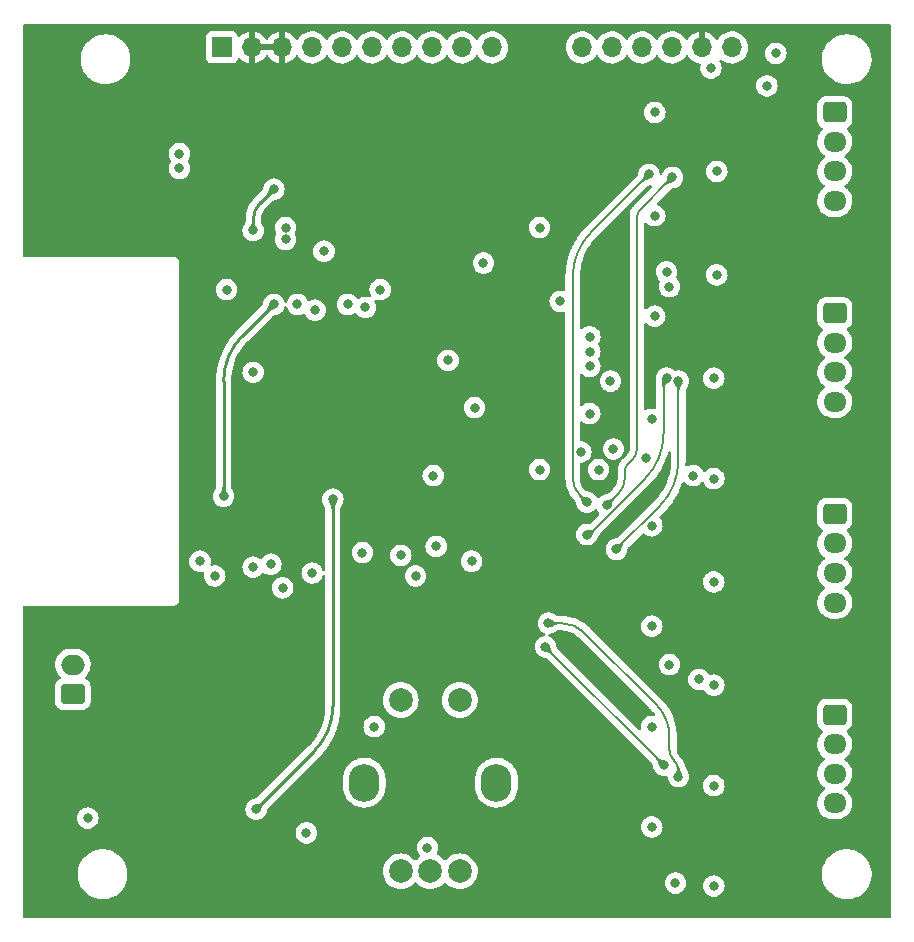
<source format=gbr>
%TF.GenerationSoftware,KiCad,Pcbnew,6.0.5-a6ca702e91~116~ubuntu20.04.1*%
%TF.CreationDate,2022-07-22T15:22:31-05:00*%
%TF.ProjectId,FormulaMixer_PCB-rounded,466f726d-756c-4614-9d69-7865725f5043,rev?*%
%TF.SameCoordinates,Original*%
%TF.FileFunction,Copper,L3,Inr*%
%TF.FilePolarity,Positive*%
%FSLAX46Y46*%
G04 Gerber Fmt 4.6, Leading zero omitted, Abs format (unit mm)*
G04 Created by KiCad (PCBNEW 6.0.5-a6ca702e91~116~ubuntu20.04.1) date 2022-07-22 15:22:31*
%MOMM*%
%LPD*%
G01*
G04 APERTURE LIST*
G04 Aperture macros list*
%AMRoundRect*
0 Rectangle with rounded corners*
0 $1 Rounding radius*
0 $2 $3 $4 $5 $6 $7 $8 $9 X,Y pos of 4 corners*
0 Add a 4 corners polygon primitive as box body*
4,1,4,$2,$3,$4,$5,$6,$7,$8,$9,$2,$3,0*
0 Add four circle primitives for the rounded corners*
1,1,$1+$1,$2,$3*
1,1,$1+$1,$4,$5*
1,1,$1+$1,$6,$7*
1,1,$1+$1,$8,$9*
0 Add four rect primitives between the rounded corners*
20,1,$1+$1,$2,$3,$4,$5,0*
20,1,$1+$1,$4,$5,$6,$7,0*
20,1,$1+$1,$6,$7,$8,$9,0*
20,1,$1+$1,$8,$9,$2,$3,0*%
G04 Aperture macros list end*
%TA.AperFunction,ComponentPad*%
%ADD10RoundRect,0.250000X-0.725000X0.600000X-0.725000X-0.600000X0.725000X-0.600000X0.725000X0.600000X0*%
%TD*%
%TA.AperFunction,ComponentPad*%
%ADD11O,1.950000X1.700000*%
%TD*%
%TA.AperFunction,ComponentPad*%
%ADD12RoundRect,0.250000X0.750000X-0.600000X0.750000X0.600000X-0.750000X0.600000X-0.750000X-0.600000X0*%
%TD*%
%TA.AperFunction,ComponentPad*%
%ADD13O,2.000000X1.700000*%
%TD*%
%TA.AperFunction,ComponentPad*%
%ADD14R,1.700000X1.700000*%
%TD*%
%TA.AperFunction,ComponentPad*%
%ADD15O,1.700000X1.700000*%
%TD*%
%TA.AperFunction,WasherPad*%
%ADD16RoundRect,1.300000X0.000000X0.300000X0.000000X0.300000X0.000000X-0.300000X0.000000X-0.300000X0*%
%TD*%
%TA.AperFunction,ComponentPad*%
%ADD17C,2.000000*%
%TD*%
%TA.AperFunction,ViaPad*%
%ADD18C,0.800000*%
%TD*%
%TA.AperFunction,Conductor*%
%ADD19C,0.250000*%
%TD*%
%TA.AperFunction,Conductor*%
%ADD20C,0.200000*%
%TD*%
G04 APERTURE END LIST*
D10*
%TO.N,/M4_1P*%
%TO.C,J4*%
X120500000Y-101500000D03*
D11*
%TO.N,/M4_1N*%
X120500000Y-104000000D03*
%TO.N,/M4_2P*%
X120500000Y-106500000D03*
%TO.N,/M4_2N*%
X120500000Y-109000000D03*
%TD*%
D12*
%TO.N,+12V*%
%TO.C,J5*%
X55975000Y-99750000D03*
D13*
%TO.N,GND*%
X55975000Y-97250000D03*
%TD*%
D14*
%TO.N,GND*%
%TO.C,U7*%
X68610000Y-45000000D03*
D15*
%TO.N,+5V*%
X71150000Y-45000000D03*
X73690000Y-45000000D03*
%TO.N,/RS*%
X76230000Y-45000000D03*
%TO.N,GND*%
X78770000Y-45000000D03*
%TO.N,/E*%
X81310000Y-45000000D03*
%TO.N,unconnected-(U7-Pad7)*%
X83850000Y-45000000D03*
%TO.N,unconnected-(U7-Pad8)*%
X86390000Y-45000000D03*
%TO.N,unconnected-(U7-Pad9)*%
X88930000Y-45000000D03*
%TO.N,unconnected-(U7-Pad10)*%
X91470000Y-45000000D03*
%TO.N,/DB4*%
X99090000Y-45000000D03*
%TO.N,/DB5*%
X101630000Y-45000000D03*
%TO.N,/DB6*%
X104170000Y-45000000D03*
%TO.N,/DB7*%
X106710000Y-45000000D03*
%TO.N,+5V*%
X109250000Y-45000000D03*
%TO.N,GND*%
X111790000Y-45000000D03*
%TD*%
D10*
%TO.N,/M2_1P*%
%TO.C,J2*%
X120500000Y-67500000D03*
D11*
%TO.N,/M2_1N*%
X120500000Y-70000000D03*
%TO.N,/M2_2P*%
X120500000Y-72500000D03*
%TO.N,/M2_2N*%
X120500000Y-75000000D03*
%TD*%
D10*
%TO.N,/M3_1P*%
%TO.C,J3*%
X120500000Y-84500000D03*
D11*
%TO.N,/M3_1N*%
X120500000Y-87000000D03*
%TO.N,/M3_2P*%
X120500000Y-89500000D03*
%TO.N,/M3_2N*%
X120500000Y-92000000D03*
%TD*%
D10*
%TO.N,/M1_1P*%
%TO.C,J1*%
X120500000Y-50500000D03*
D11*
%TO.N,/M1_1N*%
X120500000Y-53000000D03*
%TO.N,/M1_2P*%
X120500000Y-55500000D03*
%TO.N,/M1_2N*%
X120500000Y-58000000D03*
%TD*%
D16*
%TO.N,*%
%TO.C,SW1*%
X91850000Y-107250000D03*
X80650000Y-107250000D03*
D17*
%TO.N,/ENC_A*%
X88750000Y-114750000D03*
%TO.N,/ENC_B*%
X83750000Y-114750000D03*
%TO.N,+3V3*%
X86250000Y-114750000D03*
%TO.N,/ENC_BTN*%
X88750000Y-100250000D03*
%TO.N,GND*%
X83750000Y-100250000D03*
%TD*%
D18*
%TO.N,GND*%
X71250000Y-60500000D03*
X114750000Y-48250000D03*
X115500000Y-45500000D03*
X57250000Y-110250000D03*
X73000000Y-57000000D03*
X71250000Y-89000000D03*
X68000000Y-89750000D03*
%TO.N,+12V*%
X105000000Y-94000000D03*
X105000000Y-85500000D03*
X105000000Y-102500000D03*
X110250000Y-90250000D03*
X105000000Y-76500000D03*
X110500000Y-55500000D03*
X105250000Y-59250000D03*
X110250000Y-107500000D03*
X105250000Y-50500000D03*
X110250000Y-81500000D03*
X110000000Y-46750000D03*
X105000000Y-111000000D03*
X105250000Y-67750000D03*
X110500000Y-64250000D03*
X110250000Y-99000000D03*
X110250000Y-73000000D03*
%TO.N,/RESET*%
X73000000Y-66750000D03*
X68750000Y-83000000D03*
%TO.N,+3V3*%
X90750000Y-63250000D03*
X97250000Y-66500000D03*
X89750000Y-88500000D03*
X75750000Y-111500000D03*
X81500000Y-102500000D03*
X66750000Y-88500000D03*
X95500000Y-80750000D03*
X95500000Y-60250000D03*
X90000000Y-75500000D03*
X77250000Y-62250000D03*
X86000000Y-112750000D03*
%TO.N,+5V*%
X57750000Y-106500000D03*
X74000000Y-58750000D03*
X71750000Y-47750000D03*
X62750000Y-100750000D03*
X62500000Y-52750000D03*
X85987701Y-56737701D03*
X107750000Y-46500000D03*
X70000000Y-52250000D03*
%TO.N,/D+*%
X74000000Y-61250000D03*
X65000000Y-55250000D03*
%TO.N,/D-*%
X74000000Y-60250000D03*
X65000000Y-54000000D03*
%TO.N,/RTS*%
X69000000Y-65500000D03*
X82000000Y-65500000D03*
%TO.N,/ENC_A*%
X72750000Y-88750000D03*
%TO.N,/ENC_B*%
X73750000Y-90750000D03*
%TO.N,/ENC_BTN*%
X76250000Y-89500000D03*
%TO.N,/BTN*%
X71500000Y-109500000D03*
X78000000Y-83250000D03*
%TO.N,/S1_P1*%
X83750000Y-88000000D03*
X86750000Y-87250000D03*
%TO.N,/S2_P1*%
X80500000Y-87775500D03*
X85000000Y-89750000D03*
%TO.N,/DB7*%
X86500000Y-81250000D03*
%TO.N,/DB6*%
X80750000Y-67000000D03*
%TO.N,/DB5*%
X79250000Y-66750000D03*
%TO.N,/DB4*%
X76500000Y-67250000D03*
%TO.N,/RS*%
X75000000Y-66750000D03*
%TO.N,/S1_P2*%
X71250000Y-72500000D03*
X87750000Y-71500000D03*
%TO.N,/P1M4_N*%
X107250000Y-106750000D03*
X96250000Y-93750000D03*
%TO.N,/P1M4_P*%
X96000000Y-95750000D03*
X106000000Y-105750000D03*
%TO.N,/P1M2_N*%
X107250000Y-73250000D03*
X102000000Y-87500000D03*
%TO.N,/P1M2_P*%
X106250000Y-73000000D03*
X99500000Y-86250000D03*
%TO.N,/P1M1_N*%
X106750000Y-56000000D03*
X101199500Y-83750000D03*
%TO.N,/P1M1_P*%
X104750000Y-55750000D03*
X99500000Y-83500000D03*
%TO.N,/P2M4_N*%
X100500000Y-80750000D03*
X110250000Y-116000000D03*
%TO.N,/P2M4_P*%
X99000000Y-79250000D03*
X107000000Y-115750000D03*
%TO.N,/P2M3_N*%
X109000000Y-98500000D03*
X101750000Y-79000000D03*
%TO.N,/P2M3_P*%
X99750000Y-76000000D03*
X106500000Y-97250000D03*
%TO.N,/P2M2_N*%
X101500000Y-73250000D03*
X108500000Y-81250000D03*
%TO.N,/P2M2_P*%
X99750000Y-72000000D03*
X104500000Y-79750000D03*
%TO.N,/P2M1_N*%
X99750000Y-70750000D03*
X106500000Y-65250000D03*
%TO.N,/P2M1_P*%
X99750000Y-69500000D03*
X106250000Y-64000000D03*
%TD*%
D19*
%TO.N,GND*%
X71250000Y-60500000D02*
X71250000Y-59625000D01*
X71868718Y-58131281D02*
X73000000Y-57000000D01*
X71249989Y-59625000D02*
G75*
G02*
X71868718Y-58131281I2112411J0D01*
G01*
%TO.N,/RESET*%
X68750000Y-73253963D02*
X68750000Y-83000000D01*
X70343792Y-69406207D02*
X73000000Y-66750000D01*
X68749960Y-73253963D02*
G75*
G02*
X70343793Y-69406208I5441540J-37D01*
G01*
%TO.N,/BTN*%
X78000000Y-83250000D02*
X78000000Y-100746036D01*
X71500000Y-109500000D02*
X76406207Y-104593792D01*
X76406200Y-104593785D02*
G75*
G03*
X78000000Y-100746036I-3847800J3847785D01*
G01*
D20*
%TO.N,/P1M4_N*%
X97375000Y-93750000D02*
X96250000Y-93750000D01*
X107250000Y-106244629D02*
X107250000Y-106750000D01*
X106500000Y-103369629D02*
X106500000Y-104458928D01*
X106892649Y-105381908D02*
X106875000Y-105364259D01*
X105354748Y-100604748D02*
X99295495Y-94545495D01*
X107249971Y-106244629D02*
G75*
G03*
X106892649Y-105381908I-1220071J29D01*
G01*
X97375000Y-93750003D02*
G75*
G02*
X99295495Y-94545495I0J-2715997D01*
G01*
X106499988Y-103369629D02*
G75*
G03*
X105354748Y-100604748I-3910088J29D01*
G01*
X106875021Y-105364238D02*
G75*
G02*
X106500000Y-104458928I905279J905338D01*
G01*
%TO.N,/P1M4_P*%
X106000000Y-105750000D02*
X96000000Y-95750000D01*
%TO.N,/P1M2_N*%
X102000000Y-87500000D02*
X105656207Y-83843792D01*
X107250000Y-79996036D02*
X107250000Y-73250000D01*
X105656200Y-83843785D02*
G75*
G03*
X107250000Y-79996036I-3847800J3847785D01*
G01*
%TO.N,/P1M2_P*%
X106000000Y-73625000D02*
X106000000Y-77684795D01*
X99755495Y-86183263D02*
X104406207Y-81532551D01*
X99594379Y-86250000D02*
X99500000Y-86250000D01*
X106250000Y-73000000D02*
X106088388Y-73161611D01*
X106000000Y-73375000D02*
X106000000Y-73625000D01*
X104406220Y-81532564D02*
G75*
G03*
X106000000Y-77684795I-3847820J3847764D01*
G01*
X106000007Y-73375000D02*
G75*
G02*
X106088389Y-73161612I301793J0D01*
G01*
X99594379Y-86249970D02*
G75*
G03*
X99755494Y-86183262I21J227870D01*
G01*
%TO.N,/P1M1_N*%
X103750000Y-59250000D02*
X103750000Y-59750000D01*
X102750000Y-80676776D02*
X102750000Y-81349750D01*
X102149136Y-82800363D02*
X101199500Y-83750000D01*
X103750000Y-59750000D02*
X103750000Y-78969669D01*
X103125000Y-80125000D02*
X102875000Y-80375000D01*
X103926776Y-58823223D02*
X106750000Y-56000000D01*
X103125000Y-80125000D02*
X103375000Y-79875000D01*
X102749991Y-80676776D02*
G75*
G02*
X102875000Y-80375000I426809J-24D01*
G01*
X103375009Y-79875009D02*
G75*
G03*
X103750000Y-78969669I-905309J905309D01*
G01*
X102149116Y-82800343D02*
G75*
G03*
X102750000Y-81349750I-1450616J1450643D01*
G01*
X103749984Y-59250000D02*
G75*
G02*
X103926776Y-58823223I603516J0D01*
G01*
%TO.N,/P1M1_P*%
X104750000Y-55750000D02*
X99894281Y-60605718D01*
X99500000Y-83500000D02*
X98900244Y-82900244D01*
X98300489Y-64453474D02*
X98300489Y-81452306D01*
X98900244Y-82900244D02*
G75*
G02*
X98300489Y-81452306I1447956J1447944D01*
G01*
X98300460Y-64453474D02*
G75*
G02*
X99894282Y-60605719I5441540J-26D01*
G01*
%TD*%
%TA.AperFunction,Conductor*%
%TO.N,GND*%
G36*
X71371988Y-59713427D02*
G01*
X71375407Y-59721278D01*
X71378266Y-59800461D01*
X71387658Y-59876222D01*
X71402564Y-59940389D01*
X71422374Y-59996064D01*
X71446476Y-60046352D01*
X71474261Y-60094359D01*
X71474304Y-60094427D01*
X71474310Y-60094437D01*
X71505116Y-60143187D01*
X71505118Y-60143190D01*
X71538320Y-60195763D01*
X71538513Y-60196078D01*
X71573443Y-60255465D01*
X71573736Y-60255994D01*
X71606119Y-60318191D01*
X71606900Y-60327112D01*
X71604175Y-60331702D01*
X71258433Y-60691231D01*
X71250229Y-60694819D01*
X71241567Y-60691231D01*
X70895826Y-60331703D01*
X70892561Y-60323364D01*
X70893881Y-60318190D01*
X70926263Y-60255994D01*
X70926556Y-60255465D01*
X70961486Y-60196078D01*
X70961679Y-60195763D01*
X70994881Y-60143190D01*
X70994884Y-60143188D01*
X70994883Y-60143187D01*
X71025689Y-60094437D01*
X71025695Y-60094427D01*
X71025738Y-60094359D01*
X71053523Y-60046352D01*
X71077625Y-59996064D01*
X71097435Y-59940389D01*
X71112341Y-59876222D01*
X71121733Y-59800461D01*
X71124593Y-59721278D01*
X71128316Y-59713134D01*
X71136285Y-59710000D01*
X71363715Y-59710000D01*
X71371988Y-59713427D01*
G37*
%TD.AperFunction*%
%TD*%
%TA.AperFunction,Conductor*%
%TO.N,/RESET*%
G36*
X73137595Y-66612082D02*
G01*
X73141183Y-66620744D01*
X73131434Y-67119443D01*
X73127846Y-67127647D01*
X73123253Y-67130373D01*
X73056367Y-67151457D01*
X73055811Y-67151617D01*
X72989130Y-67168906D01*
X72988797Y-67168987D01*
X72928089Y-67182699D01*
X72928089Y-67182698D01*
X72928085Y-67182700D01*
X72871745Y-67195407D01*
X72818153Y-67209706D01*
X72817934Y-67209783D01*
X72817931Y-67209784D01*
X72765844Y-67228118D01*
X72765836Y-67228121D01*
X72765550Y-67228222D01*
X72712175Y-67253583D01*
X72711897Y-67253756D01*
X72711890Y-67253760D01*
X72656525Y-67288251D01*
X72656262Y-67288415D01*
X72656024Y-67288601D01*
X72656019Y-67288604D01*
X72596243Y-67335195D01*
X72596236Y-67335201D01*
X72596050Y-67335346D01*
X72566807Y-67362551D01*
X72538037Y-67389315D01*
X72529646Y-67392441D01*
X72521795Y-67389022D01*
X72360977Y-67228204D01*
X72357550Y-67219931D01*
X72360683Y-67211964D01*
X72414653Y-67153949D01*
X72414798Y-67153763D01*
X72414804Y-67153756D01*
X72461395Y-67093980D01*
X72461398Y-67093975D01*
X72461584Y-67093737D01*
X72461748Y-67093474D01*
X72496239Y-67038109D01*
X72496243Y-67038102D01*
X72496416Y-67037824D01*
X72521777Y-66984449D01*
X72521878Y-66984163D01*
X72521881Y-66984155D01*
X72540215Y-66932068D01*
X72540216Y-66932065D01*
X72540293Y-66931846D01*
X72554592Y-66878254D01*
X72567299Y-66821914D01*
X72567302Y-66821910D01*
X72567300Y-66821910D01*
X72581012Y-66761202D01*
X72581100Y-66760843D01*
X72598375Y-66694218D01*
X72598541Y-66693637D01*
X72619627Y-66626746D01*
X72625383Y-66619886D01*
X72630557Y-66618566D01*
X73129256Y-66608817D01*
X73137595Y-66612082D01*
G37*
%TD.AperFunction*%
%TD*%
%TA.AperFunction,Conductor*%
%TO.N,/BTN*%
G36*
X71978204Y-108860977D02*
G01*
X72139022Y-109021795D01*
X72142449Y-109030068D01*
X72139315Y-109038037D01*
X72112551Y-109066807D01*
X72085346Y-109096050D01*
X72085201Y-109096236D01*
X72085195Y-109096243D01*
X72058450Y-109130557D01*
X72038415Y-109156262D01*
X72038252Y-109156523D01*
X72038251Y-109156525D01*
X72003760Y-109211890D01*
X72003756Y-109211897D01*
X72003583Y-109212175D01*
X71978222Y-109265550D01*
X71978121Y-109265836D01*
X71978118Y-109265844D01*
X71959784Y-109317931D01*
X71959706Y-109318153D01*
X71945407Y-109371745D01*
X71945376Y-109371883D01*
X71932700Y-109428085D01*
X71932697Y-109428089D01*
X71932699Y-109428089D01*
X71918987Y-109488797D01*
X71918906Y-109489130D01*
X71901617Y-109555811D01*
X71901457Y-109556367D01*
X71880373Y-109623253D01*
X71874617Y-109630114D01*
X71869443Y-109631434D01*
X71370744Y-109641183D01*
X71362405Y-109637918D01*
X71358817Y-109629256D01*
X71368566Y-109130557D01*
X71372154Y-109122353D01*
X71376746Y-109119627D01*
X71443637Y-109098541D01*
X71444218Y-109098375D01*
X71510843Y-109081100D01*
X71511202Y-109081012D01*
X71571910Y-109067300D01*
X71571910Y-109067301D01*
X71571914Y-109067299D01*
X71628254Y-109054592D01*
X71681846Y-109040293D01*
X71682068Y-109040215D01*
X71734155Y-109021881D01*
X71734163Y-109021878D01*
X71734449Y-109021777D01*
X71787824Y-108996416D01*
X71788102Y-108996243D01*
X71788109Y-108996239D01*
X71843474Y-108961748D01*
X71843476Y-108961747D01*
X71843737Y-108961584D01*
X71843975Y-108961398D01*
X71843980Y-108961395D01*
X71903756Y-108914804D01*
X71903763Y-108914798D01*
X71903949Y-108914653D01*
X71961964Y-108860683D01*
X71970353Y-108857558D01*
X71978204Y-108860977D01*
G37*
%TD.AperFunction*%
%TD*%
%TA.AperFunction,Conductor*%
%TO.N,/P1M4_N*%
G36*
X96431840Y-93393971D02*
G01*
X96474056Y-93416364D01*
X96495559Y-93427771D01*
X96496242Y-93428164D01*
X96556157Y-93465370D01*
X96556621Y-93465673D01*
X96609085Y-93501803D01*
X96609213Y-93501893D01*
X96657421Y-93536051D01*
X96704610Y-93567336D01*
X96704800Y-93567442D01*
X96704802Y-93567443D01*
X96753716Y-93594674D01*
X96753721Y-93594676D01*
X96754004Y-93594834D01*
X96754308Y-93594960D01*
X96754313Y-93594963D01*
X96808572Y-93617552D01*
X96808576Y-93617553D01*
X96808921Y-93617697D01*
X96828893Y-93623141D01*
X96872338Y-93634985D01*
X96872346Y-93634987D01*
X96872681Y-93635078D01*
X96907928Y-93640208D01*
X96948298Y-93646084D01*
X96948300Y-93646084D01*
X96948601Y-93646128D01*
X96948897Y-93646141D01*
X96948902Y-93646141D01*
X96984154Y-93647634D01*
X97028796Y-93649525D01*
X97036916Y-93653299D01*
X97040000Y-93661215D01*
X97040000Y-93838785D01*
X97036573Y-93847058D01*
X97028796Y-93850475D01*
X96978096Y-93852622D01*
X96948902Y-93853858D01*
X96948897Y-93853858D01*
X96948601Y-93853871D01*
X96948300Y-93853915D01*
X96948298Y-93853915D01*
X96907928Y-93859791D01*
X96872681Y-93864921D01*
X96872346Y-93865012D01*
X96872338Y-93865014D01*
X96828893Y-93876858D01*
X96808921Y-93882302D01*
X96808576Y-93882446D01*
X96808572Y-93882447D01*
X96754313Y-93905036D01*
X96754308Y-93905039D01*
X96754004Y-93905165D01*
X96753721Y-93905323D01*
X96753716Y-93905325D01*
X96704802Y-93932556D01*
X96704610Y-93932663D01*
X96657421Y-93963948D01*
X96657310Y-93964026D01*
X96657295Y-93964037D01*
X96609213Y-93998106D01*
X96609085Y-93998196D01*
X96556621Y-94034326D01*
X96556157Y-94034629D01*
X96496242Y-94071835D01*
X96495559Y-94072229D01*
X96471224Y-94085137D01*
X96431840Y-94106029D01*
X96422925Y-94106878D01*
X96418247Y-94104126D01*
X96253178Y-93945387D01*
X96058769Y-93758433D01*
X96055181Y-93750229D01*
X96058769Y-93741567D01*
X96153988Y-93650000D01*
X96418247Y-93395874D01*
X96426586Y-93392609D01*
X96431840Y-93393971D01*
G37*
%TD.AperFunction*%
%TD*%
%TA.AperFunction,Conductor*%
%TO.N,/BTN*%
G36*
X78008433Y-83058769D02*
G01*
X78354174Y-83418297D01*
X78357439Y-83426635D01*
X78356119Y-83431809D01*
X78323736Y-83494005D01*
X78323443Y-83494534D01*
X78288513Y-83553921D01*
X78288320Y-83554236D01*
X78255118Y-83606809D01*
X78255115Y-83606811D01*
X78255116Y-83606812D01*
X78224261Y-83655640D01*
X78196476Y-83703647D01*
X78172374Y-83753935D01*
X78152564Y-83809610D01*
X78137658Y-83873777D01*
X78128266Y-83949538D01*
X78128257Y-83949799D01*
X78125407Y-84028722D01*
X78121684Y-84036866D01*
X78113715Y-84040000D01*
X77886285Y-84040000D01*
X77878012Y-84036573D01*
X77874593Y-84028722D01*
X77871742Y-83949799D01*
X77871733Y-83949538D01*
X77862341Y-83873777D01*
X77847435Y-83809610D01*
X77827625Y-83753935D01*
X77803523Y-83703647D01*
X77775738Y-83655640D01*
X77744883Y-83606812D01*
X77711666Y-83554214D01*
X77711486Y-83553921D01*
X77676556Y-83494534D01*
X77676263Y-83494005D01*
X77643881Y-83431810D01*
X77643100Y-83422889D01*
X77645826Y-83418297D01*
X77991567Y-83058769D01*
X77999771Y-83055181D01*
X78008433Y-83058769D01*
G37*
%TD.AperFunction*%
%TD*%
%TA.AperFunction,Conductor*%
%TO.N,/P1M1_P*%
G36*
X104887595Y-55612082D02*
G01*
X104891183Y-55620744D01*
X104882760Y-56051664D01*
X104881436Y-56119375D01*
X104877848Y-56127579D01*
X104873170Y-56130331D01*
X104804228Y-56151482D01*
X104803460Y-56151690D01*
X104734774Y-56167750D01*
X104734231Y-56167863D01*
X104671600Y-56179410D01*
X104671446Y-56179437D01*
X104613304Y-56189355D01*
X104613193Y-56189374D01*
X104557704Y-56200620D01*
X104557487Y-56200682D01*
X104557482Y-56200683D01*
X104503649Y-56216012D01*
X104503644Y-56216014D01*
X104503334Y-56216102D01*
X104503025Y-56216229D01*
X104503026Y-56216229D01*
X104448685Y-56238623D01*
X104448680Y-56238625D01*
X104448334Y-56238768D01*
X104390960Y-56271563D01*
X104390665Y-56271783D01*
X104329709Y-56317249D01*
X104329703Y-56317254D01*
X104329463Y-56317433D01*
X104270355Y-56371738D01*
X104261945Y-56374811D01*
X104254167Y-56371394D01*
X104128606Y-56245832D01*
X104125179Y-56237559D01*
X104128263Y-56229644D01*
X104165242Y-56189392D01*
X104182566Y-56170535D01*
X104182748Y-56170291D01*
X104182753Y-56170285D01*
X104228216Y-56109333D01*
X104228436Y-56109038D01*
X104261231Y-56051664D01*
X104283897Y-55996665D01*
X104299379Y-55942294D01*
X104310625Y-55886806D01*
X104320562Y-55828553D01*
X104320589Y-55828399D01*
X104332136Y-55765768D01*
X104332249Y-55765225D01*
X104348309Y-55696540D01*
X104348517Y-55695772D01*
X104369669Y-55626830D01*
X104375371Y-55619926D01*
X104380623Y-55618564D01*
X104719492Y-55611940D01*
X104879256Y-55608817D01*
X104887595Y-55612082D01*
G37*
%TD.AperFunction*%
%TD*%
%TA.AperFunction,Conductor*%
%TO.N,/P1M1_P*%
G36*
X99020355Y-82878263D02*
G01*
X99079463Y-82932566D01*
X99079703Y-82932745D01*
X99079709Y-82932750D01*
X99140665Y-82978216D01*
X99140960Y-82978436D01*
X99198334Y-83011231D01*
X99198681Y-83011374D01*
X99198685Y-83011376D01*
X99244113Y-83030097D01*
X99253333Y-83033897D01*
X99253643Y-83033985D01*
X99253648Y-83033987D01*
X99307482Y-83049317D01*
X99307487Y-83049318D01*
X99307704Y-83049380D01*
X99363193Y-83060625D01*
X99363299Y-83060643D01*
X99363304Y-83060644D01*
X99421446Y-83070562D01*
X99421600Y-83070589D01*
X99484231Y-83082136D01*
X99484773Y-83082249D01*
X99553469Y-83098312D01*
X99554217Y-83098514D01*
X99612141Y-83116285D01*
X99623170Y-83119669D01*
X99630074Y-83125371D01*
X99631436Y-83130623D01*
X99633841Y-83253648D01*
X99641183Y-83629256D01*
X99637918Y-83637595D01*
X99629256Y-83641183D01*
X99469492Y-83638060D01*
X99130624Y-83631436D01*
X99122421Y-83627848D01*
X99119669Y-83623170D01*
X99098517Y-83554227D01*
X99098309Y-83553459D01*
X99082249Y-83484774D01*
X99082136Y-83484231D01*
X99070589Y-83421600D01*
X99070562Y-83421446D01*
X99060644Y-83363304D01*
X99060643Y-83363299D01*
X99060625Y-83363193D01*
X99049380Y-83307704D01*
X99033897Y-83253333D01*
X99011231Y-83198334D01*
X98978436Y-83140960D01*
X98962555Y-83119669D01*
X98932750Y-83079709D01*
X98932745Y-83079703D01*
X98932566Y-83079463D01*
X98878263Y-83020355D01*
X98875189Y-83011945D01*
X98878606Y-83004167D01*
X99004167Y-82878606D01*
X99012440Y-82875179D01*
X99020355Y-82878263D01*
G37*
%TD.AperFunction*%
%TD*%
%TA.AperFunction,Conductor*%
%TO.N,/P1M4_N*%
G36*
X107277601Y-105823879D02*
G01*
X107283484Y-105830534D01*
X107316989Y-105926948D01*
X107335748Y-105978171D01*
X107350044Y-106017209D01*
X107350070Y-106017279D01*
X107350093Y-106017337D01*
X107350096Y-106017346D01*
X107366485Y-106059315D01*
X107380145Y-106094298D01*
X107408445Y-106161754D01*
X107436204Y-106223396D01*
X107436259Y-106223511D01*
X107464639Y-106282946D01*
X107464653Y-106282975D01*
X107464678Y-106283025D01*
X107464684Y-106283038D01*
X107495025Y-106344240D01*
X107528551Y-106410940D01*
X107528563Y-106410965D01*
X107566426Y-106486745D01*
X107566466Y-106486825D01*
X107606395Y-106568290D01*
X107606959Y-106577227D01*
X107604322Y-106581549D01*
X107258433Y-106941231D01*
X107250229Y-106944819D01*
X107241567Y-106941231D01*
X106895886Y-106581765D01*
X106892621Y-106573426D01*
X106893994Y-106568152D01*
X106931615Y-106497567D01*
X106931986Y-106496921D01*
X106974100Y-106428741D01*
X106974304Y-106428423D01*
X106985883Y-106410965D01*
X107015165Y-106366813D01*
X107052662Y-106309018D01*
X107084642Y-106252312D01*
X107109064Y-106193805D01*
X107123885Y-106130607D01*
X107127063Y-106059826D01*
X107116556Y-105978571D01*
X107102252Y-105926982D01*
X107093273Y-105894598D01*
X107094365Y-105885710D01*
X107100781Y-105880395D01*
X107183537Y-105852250D01*
X107268666Y-105823298D01*
X107277601Y-105823879D01*
G37*
%TD.AperFunction*%
%TD*%
%TA.AperFunction,Conductor*%
%TO.N,/P1M1_N*%
G36*
X106887595Y-55862082D02*
G01*
X106891183Y-55870744D01*
X106882760Y-56301664D01*
X106881436Y-56369375D01*
X106877848Y-56377579D01*
X106873170Y-56380331D01*
X106804228Y-56401482D01*
X106803460Y-56401690D01*
X106734774Y-56417750D01*
X106734231Y-56417863D01*
X106671600Y-56429410D01*
X106671446Y-56429437D01*
X106613304Y-56439355D01*
X106613193Y-56439374D01*
X106557704Y-56450620D01*
X106557487Y-56450682D01*
X106557482Y-56450683D01*
X106503649Y-56466012D01*
X106503644Y-56466014D01*
X106503334Y-56466102D01*
X106503025Y-56466229D01*
X106503026Y-56466229D01*
X106448685Y-56488623D01*
X106448680Y-56488625D01*
X106448334Y-56488768D01*
X106390960Y-56521563D01*
X106390665Y-56521783D01*
X106329709Y-56567249D01*
X106329703Y-56567254D01*
X106329463Y-56567433D01*
X106270355Y-56621738D01*
X106261945Y-56624811D01*
X106254167Y-56621394D01*
X106128606Y-56495832D01*
X106125179Y-56487559D01*
X106128263Y-56479644D01*
X106165242Y-56439392D01*
X106182566Y-56420535D01*
X106182748Y-56420291D01*
X106182753Y-56420285D01*
X106228216Y-56359333D01*
X106228436Y-56359038D01*
X106261231Y-56301664D01*
X106283897Y-56246665D01*
X106299379Y-56192294D01*
X106310625Y-56136806D01*
X106320562Y-56078553D01*
X106320589Y-56078399D01*
X106332136Y-56015768D01*
X106332249Y-56015225D01*
X106348309Y-55946540D01*
X106348517Y-55945772D01*
X106369669Y-55876830D01*
X106375371Y-55869926D01*
X106380623Y-55868564D01*
X106719492Y-55861940D01*
X106879256Y-55858817D01*
X106887595Y-55862082D01*
G37*
%TD.AperFunction*%
%TD*%
%TA.AperFunction,Conductor*%
%TO.N,/P1M4_P*%
G36*
X96030508Y-95611940D02*
G01*
X96369376Y-95618564D01*
X96377579Y-95622152D01*
X96380331Y-95626830D01*
X96401481Y-95695771D01*
X96401689Y-95696539D01*
X96417750Y-95765225D01*
X96417863Y-95765768D01*
X96429410Y-95828399D01*
X96429437Y-95828553D01*
X96439374Y-95886806D01*
X96450619Y-95942295D01*
X96466102Y-95996666D01*
X96488768Y-96051665D01*
X96521563Y-96109039D01*
X96521783Y-96109334D01*
X96567249Y-96170290D01*
X96567254Y-96170296D01*
X96567433Y-96170536D01*
X96621737Y-96229645D01*
X96624811Y-96238055D01*
X96621394Y-96245833D01*
X96495833Y-96371394D01*
X96487560Y-96374821D01*
X96479645Y-96371737D01*
X96420536Y-96317433D01*
X96420296Y-96317254D01*
X96420290Y-96317249D01*
X96359334Y-96271783D01*
X96359039Y-96271563D01*
X96301665Y-96238768D01*
X96301318Y-96238625D01*
X96301314Y-96238623D01*
X96246974Y-96216229D01*
X96246975Y-96216229D01*
X96246666Y-96216102D01*
X96246356Y-96216014D01*
X96246351Y-96216012D01*
X96192517Y-96200682D01*
X96192512Y-96200681D01*
X96192295Y-96200619D01*
X96136806Y-96189374D01*
X96136695Y-96189355D01*
X96078553Y-96179437D01*
X96078399Y-96179410D01*
X96015768Y-96167863D01*
X96015225Y-96167750D01*
X95946539Y-96151689D01*
X95945771Y-96151481D01*
X95876830Y-96130331D01*
X95869926Y-96124629D01*
X95868564Y-96119375D01*
X95867241Y-96051665D01*
X95860291Y-95696161D01*
X95858817Y-95620744D01*
X95862082Y-95612405D01*
X95870744Y-95608817D01*
X96030508Y-95611940D01*
G37*
%TD.AperFunction*%
%TD*%
%TA.AperFunction,Conductor*%
%TO.N,GND*%
G36*
X73137595Y-56862082D02*
G01*
X73141183Y-56870744D01*
X73131434Y-57369443D01*
X73127846Y-57377647D01*
X73123253Y-57380373D01*
X73056376Y-57401454D01*
X73055795Y-57401621D01*
X72989126Y-57418907D01*
X72988775Y-57418992D01*
X72928090Y-57432698D01*
X72928090Y-57432697D01*
X72928087Y-57432698D01*
X72871745Y-57445407D01*
X72818153Y-57459706D01*
X72817934Y-57459783D01*
X72817931Y-57459784D01*
X72765844Y-57478118D01*
X72765836Y-57478121D01*
X72765550Y-57478222D01*
X72712175Y-57503582D01*
X72711897Y-57503755D01*
X72711890Y-57503759D01*
X72656525Y-57538250D01*
X72656262Y-57538414D01*
X72656024Y-57538600D01*
X72656019Y-57538603D01*
X72596243Y-57585194D01*
X72596236Y-57585200D01*
X72596050Y-57585345D01*
X72566807Y-57612550D01*
X72538037Y-57639314D01*
X72529646Y-57642440D01*
X72521795Y-57639021D01*
X72360977Y-57478204D01*
X72357550Y-57469931D01*
X72360683Y-57461964D01*
X72414653Y-57403949D01*
X72414798Y-57403763D01*
X72414804Y-57403756D01*
X72441548Y-57369443D01*
X72461584Y-57343737D01*
X72496416Y-57287825D01*
X72521777Y-57234449D01*
X72521878Y-57234163D01*
X72521881Y-57234155D01*
X72540215Y-57182068D01*
X72540216Y-57182065D01*
X72540293Y-57181846D01*
X72554592Y-57128254D01*
X72567299Y-57071914D01*
X72567302Y-57071910D01*
X72567300Y-57071910D01*
X72581012Y-57011202D01*
X72581100Y-57010843D01*
X72598375Y-56944218D01*
X72598541Y-56943637D01*
X72619627Y-56876746D01*
X72625383Y-56869886D01*
X72630557Y-56868566D01*
X73129256Y-56858817D01*
X73137595Y-56862082D01*
G37*
%TD.AperFunction*%
%TD*%
%TA.AperFunction,Conductor*%
%TO.N,/RESET*%
G36*
X68871988Y-82213427D02*
G01*
X68875407Y-82221278D01*
X68878266Y-82300461D01*
X68887658Y-82376222D01*
X68902564Y-82440389D01*
X68922374Y-82496064D01*
X68946476Y-82546352D01*
X68974261Y-82594359D01*
X68974304Y-82594427D01*
X68974310Y-82594437D01*
X69005116Y-82643187D01*
X69005118Y-82643190D01*
X69038320Y-82695763D01*
X69038513Y-82696078D01*
X69073443Y-82755465D01*
X69073736Y-82755994D01*
X69106119Y-82818191D01*
X69106900Y-82827112D01*
X69104175Y-82831702D01*
X68758433Y-83191231D01*
X68750229Y-83194819D01*
X68741567Y-83191231D01*
X68395826Y-82831703D01*
X68392561Y-82823364D01*
X68393881Y-82818190D01*
X68426263Y-82755994D01*
X68426556Y-82755465D01*
X68461486Y-82696078D01*
X68461679Y-82695763D01*
X68494881Y-82643190D01*
X68494884Y-82643188D01*
X68494883Y-82643187D01*
X68525689Y-82594437D01*
X68525695Y-82594427D01*
X68525738Y-82594359D01*
X68553523Y-82546352D01*
X68577625Y-82496064D01*
X68597435Y-82440389D01*
X68612341Y-82376222D01*
X68621733Y-82300461D01*
X68624593Y-82221278D01*
X68628316Y-82213134D01*
X68636285Y-82210000D01*
X68863715Y-82210000D01*
X68871988Y-82213427D01*
G37*
%TD.AperFunction*%
%TD*%
%TA.AperFunction,Conductor*%
%TO.N,/P1M1_N*%
G36*
X101695332Y-83128606D02*
G01*
X101820894Y-83254167D01*
X101824321Y-83262440D01*
X101821238Y-83270355D01*
X101766933Y-83329463D01*
X101766754Y-83329703D01*
X101766749Y-83329709D01*
X101736944Y-83369669D01*
X101721063Y-83390960D01*
X101688268Y-83448334D01*
X101665602Y-83503334D01*
X101650120Y-83557704D01*
X101638874Y-83613193D01*
X101638856Y-83613299D01*
X101638855Y-83613304D01*
X101628937Y-83671446D01*
X101628910Y-83671600D01*
X101617363Y-83734231D01*
X101617250Y-83734774D01*
X101601190Y-83803460D01*
X101600982Y-83804228D01*
X101579831Y-83873170D01*
X101574129Y-83880074D01*
X101568877Y-83881436D01*
X101230008Y-83888060D01*
X101070244Y-83891183D01*
X101061905Y-83887918D01*
X101058317Y-83879256D01*
X101065659Y-83503649D01*
X101068064Y-83380624D01*
X101071652Y-83372421D01*
X101076330Y-83369669D01*
X101091509Y-83365012D01*
X101145282Y-83348514D01*
X101146030Y-83348312D01*
X101214726Y-83332249D01*
X101215268Y-83332136D01*
X101277899Y-83320589D01*
X101278053Y-83320562D01*
X101336195Y-83310644D01*
X101336200Y-83310643D01*
X101336306Y-83310625D01*
X101391795Y-83299379D01*
X101392012Y-83299317D01*
X101392017Y-83299316D01*
X101445850Y-83283987D01*
X101445855Y-83283985D01*
X101446165Y-83283897D01*
X101455385Y-83280097D01*
X101500813Y-83261376D01*
X101500817Y-83261374D01*
X101501164Y-83261231D01*
X101558538Y-83228436D01*
X101558833Y-83228216D01*
X101619785Y-83182753D01*
X101619791Y-83182748D01*
X101620035Y-83182566D01*
X101654617Y-83150795D01*
X101679144Y-83128263D01*
X101687554Y-83125189D01*
X101695332Y-83128606D01*
G37*
%TD.AperFunction*%
%TD*%
%TA.AperFunction,Conductor*%
%TO.N,/P1M2_P*%
G36*
X100081568Y-85731519D02*
G01*
X100207126Y-85857077D01*
X100210553Y-85865350D01*
X100207411Y-85873327D01*
X100144766Y-85940524D01*
X100090732Y-86008656D01*
X100049400Y-86071207D01*
X100017161Y-86129926D01*
X99990406Y-86186559D01*
X99990354Y-86186676D01*
X99965557Y-86242782D01*
X99965480Y-86242952D01*
X99939042Y-86300271D01*
X99938777Y-86300811D01*
X99907143Y-86361052D01*
X99906719Y-86361792D01*
X99866274Y-86426807D01*
X99865751Y-86427577D01*
X99817590Y-86492799D01*
X99809919Y-86497419D01*
X99804497Y-86496955D01*
X99331100Y-86340070D01*
X99324325Y-86334215D01*
X99323827Y-86324852D01*
X99442596Y-86008454D01*
X99499124Y-85857864D01*
X99505240Y-85851323D01*
X99510462Y-85850282D01*
X99534119Y-85851059D01*
X99573921Y-85852368D01*
X99574373Y-85852393D01*
X99639064Y-85857239D01*
X99680538Y-85860860D01*
X99698202Y-85862402D01*
X99698216Y-85862403D01*
X99698296Y-85862410D01*
X99698396Y-85862416D01*
X99698410Y-85862417D01*
X99753044Y-85865691D01*
X99753047Y-85865691D01*
X99753263Y-85865704D01*
X99753473Y-85865701D01*
X99753478Y-85865701D01*
X99778637Y-85865329D01*
X99805396Y-85864934D01*
X99805743Y-85864886D01*
X99855667Y-85857980D01*
X99855670Y-85857979D01*
X99856128Y-85857916D01*
X99906891Y-85842463D01*
X99959118Y-85816391D01*
X99959479Y-85816136D01*
X99959483Y-85816134D01*
X100013942Y-85777724D01*
X100013943Y-85777723D01*
X100014241Y-85777513D01*
X100065441Y-85731121D01*
X100073871Y-85728106D01*
X100081568Y-85731519D01*
G37*
%TD.AperFunction*%
%TD*%
%TA.AperFunction,Conductor*%
%TO.N,/P1M4_P*%
G36*
X105520355Y-105128263D02*
G01*
X105579463Y-105182566D01*
X105579703Y-105182745D01*
X105579709Y-105182750D01*
X105640665Y-105228216D01*
X105640960Y-105228436D01*
X105698334Y-105261231D01*
X105698681Y-105261374D01*
X105698685Y-105261376D01*
X105744113Y-105280097D01*
X105753333Y-105283897D01*
X105753643Y-105283985D01*
X105753648Y-105283987D01*
X105807482Y-105299317D01*
X105807487Y-105299318D01*
X105807704Y-105299380D01*
X105863193Y-105310625D01*
X105863299Y-105310643D01*
X105863304Y-105310644D01*
X105921446Y-105320562D01*
X105921600Y-105320589D01*
X105984231Y-105332136D01*
X105984773Y-105332249D01*
X106053469Y-105348312D01*
X106054217Y-105348514D01*
X106112141Y-105366285D01*
X106123170Y-105369669D01*
X106130074Y-105375371D01*
X106131436Y-105380623D01*
X106133841Y-105503648D01*
X106141183Y-105879256D01*
X106137918Y-105887595D01*
X106129256Y-105891183D01*
X105969492Y-105888060D01*
X105630624Y-105881436D01*
X105622421Y-105877848D01*
X105619669Y-105873170D01*
X105598517Y-105804227D01*
X105598309Y-105803459D01*
X105582249Y-105734774D01*
X105582136Y-105734231D01*
X105570589Y-105671600D01*
X105570562Y-105671446D01*
X105560644Y-105613304D01*
X105560643Y-105613299D01*
X105560625Y-105613193D01*
X105549380Y-105557704D01*
X105533897Y-105503333D01*
X105511231Y-105448334D01*
X105478436Y-105390960D01*
X105462555Y-105369669D01*
X105432750Y-105329709D01*
X105432745Y-105329703D01*
X105432566Y-105329463D01*
X105378263Y-105270355D01*
X105375189Y-105261945D01*
X105378606Y-105254167D01*
X105504167Y-105128606D01*
X105512440Y-105125179D01*
X105520355Y-105128263D01*
G37*
%TD.AperFunction*%
%TD*%
%TA.AperFunction,Conductor*%
%TO.N,/P1M2_N*%
G36*
X102495832Y-86878606D02*
G01*
X102621394Y-87004167D01*
X102624821Y-87012440D01*
X102621738Y-87020355D01*
X102567433Y-87079463D01*
X102567254Y-87079703D01*
X102567249Y-87079709D01*
X102537444Y-87119669D01*
X102521563Y-87140960D01*
X102488768Y-87198334D01*
X102466102Y-87253334D01*
X102450620Y-87307704D01*
X102439374Y-87363193D01*
X102439356Y-87363299D01*
X102439355Y-87363304D01*
X102429437Y-87421446D01*
X102429410Y-87421600D01*
X102417863Y-87484231D01*
X102417750Y-87484774D01*
X102401690Y-87553460D01*
X102401482Y-87554228D01*
X102380331Y-87623170D01*
X102374629Y-87630074D01*
X102369377Y-87631436D01*
X102030508Y-87638060D01*
X101870744Y-87641183D01*
X101862405Y-87637918D01*
X101858817Y-87629256D01*
X101866159Y-87253649D01*
X101868564Y-87130624D01*
X101872152Y-87122421D01*
X101876830Y-87119669D01*
X101892009Y-87115012D01*
X101945782Y-87098514D01*
X101946530Y-87098312D01*
X102015226Y-87082249D01*
X102015768Y-87082136D01*
X102078399Y-87070589D01*
X102078553Y-87070562D01*
X102136695Y-87060644D01*
X102136700Y-87060643D01*
X102136806Y-87060625D01*
X102192294Y-87049379D01*
X102192511Y-87049317D01*
X102192516Y-87049316D01*
X102246350Y-87033987D01*
X102246355Y-87033985D01*
X102246665Y-87033897D01*
X102255885Y-87030097D01*
X102301313Y-87011376D01*
X102301317Y-87011374D01*
X102301664Y-87011231D01*
X102359038Y-86978436D01*
X102359333Y-86978216D01*
X102420285Y-86932753D01*
X102420291Y-86932748D01*
X102420535Y-86932566D01*
X102455117Y-86900795D01*
X102479644Y-86878263D01*
X102488054Y-86875189D01*
X102495832Y-86878606D01*
G37*
%TD.AperFunction*%
%TD*%
%TA.AperFunction,Conductor*%
%TO.N,+5V*%
G36*
X125183621Y-43028502D02*
G01*
X125230114Y-43082158D01*
X125241500Y-43134500D01*
X125241500Y-118615500D01*
X125221498Y-118683621D01*
X125167842Y-118730114D01*
X125115500Y-118741500D01*
X51884500Y-118741500D01*
X51816379Y-118721498D01*
X51769886Y-118667842D01*
X51758500Y-118615500D01*
X51758500Y-115132703D01*
X56390743Y-115132703D01*
X56391302Y-115136947D01*
X56391302Y-115136951D01*
X56401322Y-115213056D01*
X56428268Y-115417734D01*
X56504129Y-115695036D01*
X56505813Y-115698984D01*
X56605786Y-115933365D01*
X56616923Y-115959476D01*
X56627267Y-115976759D01*
X56754846Y-116189928D01*
X56764561Y-116206161D01*
X56944313Y-116430528D01*
X56961397Y-116446740D01*
X57139875Y-116616109D01*
X57152851Y-116628423D01*
X57386317Y-116796186D01*
X57390112Y-116798195D01*
X57390113Y-116798196D01*
X57411869Y-116809715D01*
X57640392Y-116930712D01*
X57910373Y-117029511D01*
X58191264Y-117090755D01*
X58219841Y-117093004D01*
X58414282Y-117108307D01*
X58414291Y-117108307D01*
X58416739Y-117108500D01*
X58572271Y-117108500D01*
X58574407Y-117108354D01*
X58574418Y-117108354D01*
X58782548Y-117094165D01*
X58782554Y-117094164D01*
X58786825Y-117093873D01*
X58791020Y-117093004D01*
X58791022Y-117093004D01*
X58927583Y-117064724D01*
X59068342Y-117035574D01*
X59339343Y-116939607D01*
X59594812Y-116807750D01*
X59598313Y-116805289D01*
X59598317Y-116805287D01*
X59807173Y-116658500D01*
X59830023Y-116642441D01*
X59936170Y-116543803D01*
X60037479Y-116449661D01*
X60037481Y-116449658D01*
X60040622Y-116446740D01*
X60222713Y-116224268D01*
X60372927Y-115979142D01*
X60376517Y-115970965D01*
X60486757Y-115719830D01*
X60488483Y-115715898D01*
X60567244Y-115439406D01*
X60607751Y-115154784D01*
X60607845Y-115136951D01*
X60609235Y-114871583D01*
X60609235Y-114871576D01*
X60609257Y-114867297D01*
X60606042Y-114842872D01*
X60593815Y-114750000D01*
X82236835Y-114750000D01*
X82255465Y-114986711D01*
X82256619Y-114991518D01*
X82256620Y-114991524D01*
X82290800Y-115133891D01*
X82310895Y-115217594D01*
X82312788Y-115222165D01*
X82312789Y-115222167D01*
X82395511Y-115421876D01*
X82401760Y-115436963D01*
X82404346Y-115441183D01*
X82523241Y-115635202D01*
X82523245Y-115635208D01*
X82525824Y-115639416D01*
X82680031Y-115819969D01*
X82860584Y-115974176D01*
X82864792Y-115976755D01*
X82864798Y-115976759D01*
X83058817Y-116095654D01*
X83063037Y-116098240D01*
X83067607Y-116100133D01*
X83067611Y-116100135D01*
X83268548Y-116183365D01*
X83282406Y-116189105D01*
X83362609Y-116208360D01*
X83508476Y-116243380D01*
X83508482Y-116243381D01*
X83513289Y-116244535D01*
X83750000Y-116263165D01*
X83986711Y-116244535D01*
X83991518Y-116243381D01*
X83991524Y-116243380D01*
X84137391Y-116208360D01*
X84217594Y-116189105D01*
X84231452Y-116183365D01*
X84432389Y-116100135D01*
X84432393Y-116100133D01*
X84436963Y-116098240D01*
X84441183Y-116095654D01*
X84635202Y-115976759D01*
X84635208Y-115976755D01*
X84639416Y-115974176D01*
X84819969Y-115819969D01*
X84823177Y-115816213D01*
X84823182Y-115816208D01*
X84904189Y-115721361D01*
X84963639Y-115682551D01*
X85034634Y-115682045D01*
X85095811Y-115721361D01*
X85176818Y-115816208D01*
X85176823Y-115816213D01*
X85180031Y-115819969D01*
X85360584Y-115974176D01*
X85364792Y-115976755D01*
X85364798Y-115976759D01*
X85558817Y-116095654D01*
X85563037Y-116098240D01*
X85567607Y-116100133D01*
X85567611Y-116100135D01*
X85768548Y-116183365D01*
X85782406Y-116189105D01*
X85862609Y-116208360D01*
X86008476Y-116243380D01*
X86008482Y-116243381D01*
X86013289Y-116244535D01*
X86250000Y-116263165D01*
X86486711Y-116244535D01*
X86491518Y-116243381D01*
X86491524Y-116243380D01*
X86637391Y-116208360D01*
X86717594Y-116189105D01*
X86731452Y-116183365D01*
X86932389Y-116100135D01*
X86932393Y-116100133D01*
X86936963Y-116098240D01*
X86941183Y-116095654D01*
X87135202Y-115976759D01*
X87135208Y-115976755D01*
X87139416Y-115974176D01*
X87319969Y-115819969D01*
X87323177Y-115816213D01*
X87323182Y-115816208D01*
X87404189Y-115721361D01*
X87463639Y-115682551D01*
X87534634Y-115682045D01*
X87595811Y-115721361D01*
X87676818Y-115816208D01*
X87676823Y-115816213D01*
X87680031Y-115819969D01*
X87860584Y-115974176D01*
X87864792Y-115976755D01*
X87864798Y-115976759D01*
X88058817Y-116095654D01*
X88063037Y-116098240D01*
X88067607Y-116100133D01*
X88067611Y-116100135D01*
X88268548Y-116183365D01*
X88282406Y-116189105D01*
X88362609Y-116208360D01*
X88508476Y-116243380D01*
X88508482Y-116243381D01*
X88513289Y-116244535D01*
X88750000Y-116263165D01*
X88986711Y-116244535D01*
X88991518Y-116243381D01*
X88991524Y-116243380D01*
X89137391Y-116208360D01*
X89217594Y-116189105D01*
X89231452Y-116183365D01*
X89432389Y-116100135D01*
X89432393Y-116100133D01*
X89436963Y-116098240D01*
X89441183Y-116095654D01*
X89635202Y-115976759D01*
X89635208Y-115976755D01*
X89639416Y-115974176D01*
X89819969Y-115819969D01*
X89879728Y-115750000D01*
X106086496Y-115750000D01*
X106087186Y-115756565D01*
X106093500Y-115816635D01*
X106106458Y-115939928D01*
X106165473Y-116121556D01*
X106260960Y-116286944D01*
X106388747Y-116428866D01*
X106543248Y-116541118D01*
X106549276Y-116543802D01*
X106549278Y-116543803D01*
X106711681Y-116616109D01*
X106717712Y-116618794D01*
X106811113Y-116638647D01*
X106898056Y-116657128D01*
X106898061Y-116657128D01*
X106904513Y-116658500D01*
X107095487Y-116658500D01*
X107101939Y-116657128D01*
X107101944Y-116657128D01*
X107188887Y-116638647D01*
X107282288Y-116618794D01*
X107288319Y-116616109D01*
X107450722Y-116543803D01*
X107450724Y-116543802D01*
X107456752Y-116541118D01*
X107611253Y-116428866D01*
X107739040Y-116286944D01*
X107834527Y-116121556D01*
X107874023Y-116000000D01*
X109336496Y-116000000D01*
X109337186Y-116006565D01*
X109346550Y-116095654D01*
X109356458Y-116189928D01*
X109415473Y-116371556D01*
X109510960Y-116536944D01*
X109515378Y-116541851D01*
X109515379Y-116541852D01*
X109619174Y-116657128D01*
X109638747Y-116678866D01*
X109793248Y-116791118D01*
X109799276Y-116793802D01*
X109799278Y-116793803D01*
X109961681Y-116866109D01*
X109967712Y-116868794D01*
X110061113Y-116888647D01*
X110148056Y-116907128D01*
X110148061Y-116907128D01*
X110154513Y-116908500D01*
X110345487Y-116908500D01*
X110351939Y-116907128D01*
X110351944Y-116907128D01*
X110438887Y-116888647D01*
X110532288Y-116868794D01*
X110538319Y-116866109D01*
X110700722Y-116793803D01*
X110700724Y-116793802D01*
X110706752Y-116791118D01*
X110861253Y-116678866D01*
X110880826Y-116657128D01*
X110984621Y-116541852D01*
X110984622Y-116541851D01*
X110989040Y-116536944D01*
X111084527Y-116371556D01*
X111143542Y-116189928D01*
X111153451Y-116095654D01*
X111162814Y-116006565D01*
X111163504Y-116000000D01*
X111157190Y-115939928D01*
X111144232Y-115816635D01*
X111144232Y-115816633D01*
X111143542Y-115810072D01*
X111084527Y-115628444D01*
X110989040Y-115463056D01*
X110971463Y-115443534D01*
X110865675Y-115326045D01*
X110865674Y-115326044D01*
X110861253Y-115321134D01*
X110706752Y-115208882D01*
X110700724Y-115206198D01*
X110700722Y-115206197D01*
X110538319Y-115133891D01*
X110538318Y-115133891D01*
X110535650Y-115132703D01*
X119390743Y-115132703D01*
X119391302Y-115136947D01*
X119391302Y-115136951D01*
X119401322Y-115213056D01*
X119428268Y-115417734D01*
X119504129Y-115695036D01*
X119505813Y-115698984D01*
X119605786Y-115933365D01*
X119616923Y-115959476D01*
X119627267Y-115976759D01*
X119754846Y-116189928D01*
X119764561Y-116206161D01*
X119944313Y-116430528D01*
X119961397Y-116446740D01*
X120139875Y-116616109D01*
X120152851Y-116628423D01*
X120386317Y-116796186D01*
X120390112Y-116798195D01*
X120390113Y-116798196D01*
X120411869Y-116809715D01*
X120640392Y-116930712D01*
X120910373Y-117029511D01*
X121191264Y-117090755D01*
X121219841Y-117093004D01*
X121414282Y-117108307D01*
X121414291Y-117108307D01*
X121416739Y-117108500D01*
X121572271Y-117108500D01*
X121574407Y-117108354D01*
X121574418Y-117108354D01*
X121782548Y-117094165D01*
X121782554Y-117094164D01*
X121786825Y-117093873D01*
X121791020Y-117093004D01*
X121791022Y-117093004D01*
X121927583Y-117064724D01*
X122068342Y-117035574D01*
X122339343Y-116939607D01*
X122594812Y-116807750D01*
X122598313Y-116805289D01*
X122598317Y-116805287D01*
X122807173Y-116658500D01*
X122830023Y-116642441D01*
X122936170Y-116543803D01*
X123037479Y-116449661D01*
X123037481Y-116449658D01*
X123040622Y-116446740D01*
X123222713Y-116224268D01*
X123372927Y-115979142D01*
X123376517Y-115970965D01*
X123486757Y-115719830D01*
X123488483Y-115715898D01*
X123567244Y-115439406D01*
X123607751Y-115154784D01*
X123607845Y-115136951D01*
X123609235Y-114871583D01*
X123609235Y-114871576D01*
X123609257Y-114867297D01*
X123606042Y-114842872D01*
X123572292Y-114586522D01*
X123571732Y-114582266D01*
X123495871Y-114304964D01*
X123383077Y-114040524D01*
X123275385Y-113860584D01*
X123237643Y-113797521D01*
X123237640Y-113797517D01*
X123235439Y-113793839D01*
X123055687Y-113569472D01*
X122932289Y-113452372D01*
X122850258Y-113374527D01*
X122850255Y-113374525D01*
X122847149Y-113371577D01*
X122613683Y-113203814D01*
X122591843Y-113192250D01*
X122568654Y-113179972D01*
X122359608Y-113069288D01*
X122089627Y-112970489D01*
X121808736Y-112909245D01*
X121777685Y-112906801D01*
X121585718Y-112891693D01*
X121585709Y-112891693D01*
X121583261Y-112891500D01*
X121427729Y-112891500D01*
X121425593Y-112891646D01*
X121425582Y-112891646D01*
X121217452Y-112905835D01*
X121217446Y-112905836D01*
X121213175Y-112906127D01*
X121208980Y-112906996D01*
X121208978Y-112906996D01*
X121081647Y-112933365D01*
X120931658Y-112964426D01*
X120660657Y-113060393D01*
X120656848Y-113062359D01*
X120542156Y-113121556D01*
X120405188Y-113192250D01*
X120401687Y-113194711D01*
X120401683Y-113194713D01*
X120391594Y-113201804D01*
X120169977Y-113357559D01*
X120154892Y-113371577D01*
X119988903Y-113525824D01*
X119959378Y-113553260D01*
X119777287Y-113775732D01*
X119627073Y-114020858D01*
X119511517Y-114284102D01*
X119432756Y-114560594D01*
X119392249Y-114845216D01*
X119392227Y-114849505D01*
X119392226Y-114849512D01*
X119390765Y-115128417D01*
X119390743Y-115132703D01*
X110535650Y-115132703D01*
X110532288Y-115131206D01*
X110438888Y-115111353D01*
X110351944Y-115092872D01*
X110351939Y-115092872D01*
X110345487Y-115091500D01*
X110154513Y-115091500D01*
X110148061Y-115092872D01*
X110148056Y-115092872D01*
X110061112Y-115111353D01*
X109967712Y-115131206D01*
X109961682Y-115133891D01*
X109961681Y-115133891D01*
X109799278Y-115206197D01*
X109799276Y-115206198D01*
X109793248Y-115208882D01*
X109638747Y-115321134D01*
X109634326Y-115326044D01*
X109634325Y-115326045D01*
X109528538Y-115443534D01*
X109510960Y-115463056D01*
X109415473Y-115628444D01*
X109356458Y-115810072D01*
X109355768Y-115816633D01*
X109355768Y-115816635D01*
X109342810Y-115939928D01*
X109336496Y-116000000D01*
X107874023Y-116000000D01*
X107893542Y-115939928D01*
X107906501Y-115816635D01*
X107912814Y-115756565D01*
X107913504Y-115750000D01*
X107901881Y-115639416D01*
X107894232Y-115566635D01*
X107894232Y-115566633D01*
X107893542Y-115560072D01*
X107834527Y-115378444D01*
X107739040Y-115213056D01*
X107611253Y-115071134D01*
X107456752Y-114958882D01*
X107450724Y-114956198D01*
X107450722Y-114956197D01*
X107288319Y-114883891D01*
X107288318Y-114883891D01*
X107282288Y-114881206D01*
X107188888Y-114861353D01*
X107101944Y-114842872D01*
X107101939Y-114842872D01*
X107095487Y-114841500D01*
X106904513Y-114841500D01*
X106898061Y-114842872D01*
X106898056Y-114842872D01*
X106811112Y-114861353D01*
X106717712Y-114881206D01*
X106711682Y-114883891D01*
X106711681Y-114883891D01*
X106549278Y-114956197D01*
X106549276Y-114956198D01*
X106543248Y-114958882D01*
X106388747Y-115071134D01*
X106260960Y-115213056D01*
X106165473Y-115378444D01*
X106106458Y-115560072D01*
X106105768Y-115566633D01*
X106105768Y-115566635D01*
X106098119Y-115639416D01*
X106086496Y-115750000D01*
X89879728Y-115750000D01*
X89974176Y-115639416D01*
X89976755Y-115635208D01*
X89976759Y-115635202D01*
X90095654Y-115441183D01*
X90098240Y-115436963D01*
X90104490Y-115421876D01*
X90187211Y-115222167D01*
X90187212Y-115222165D01*
X90189105Y-115217594D01*
X90209200Y-115133891D01*
X90243380Y-114991524D01*
X90243381Y-114991518D01*
X90244535Y-114986711D01*
X90263165Y-114750000D01*
X90244535Y-114513289D01*
X90189105Y-114282406D01*
X90098240Y-114063037D01*
X90070152Y-114017201D01*
X89976759Y-113864798D01*
X89976755Y-113864792D01*
X89974176Y-113860584D01*
X89819969Y-113680031D01*
X89639416Y-113525824D01*
X89635208Y-113523245D01*
X89635202Y-113523241D01*
X89441183Y-113404346D01*
X89436963Y-113401760D01*
X89432393Y-113399867D01*
X89432389Y-113399865D01*
X89222167Y-113312789D01*
X89222165Y-113312788D01*
X89217594Y-113310895D01*
X89117831Y-113286944D01*
X88991524Y-113256620D01*
X88991518Y-113256619D01*
X88986711Y-113255465D01*
X88750000Y-113236835D01*
X88513289Y-113255465D01*
X88508482Y-113256619D01*
X88508476Y-113256620D01*
X88382169Y-113286944D01*
X88282406Y-113310895D01*
X88277835Y-113312788D01*
X88277833Y-113312789D01*
X88067611Y-113399865D01*
X88067607Y-113399867D01*
X88063037Y-113401760D01*
X88058817Y-113404346D01*
X87864798Y-113523241D01*
X87864792Y-113523245D01*
X87860584Y-113525824D01*
X87680031Y-113680031D01*
X87676823Y-113683787D01*
X87676818Y-113683792D01*
X87595811Y-113778639D01*
X87536361Y-113817449D01*
X87465366Y-113817955D01*
X87404189Y-113778639D01*
X87323182Y-113683792D01*
X87323177Y-113683787D01*
X87319969Y-113680031D01*
X87139416Y-113525824D01*
X87135208Y-113523245D01*
X87135202Y-113523241D01*
X86941183Y-113404346D01*
X86936963Y-113401760D01*
X86930246Y-113398978D01*
X86856481Y-113368423D01*
X86801200Y-113323874D01*
X86778779Y-113256511D01*
X86795580Y-113189014D01*
X86831223Y-113127279D01*
X86831224Y-113127278D01*
X86834527Y-113121556D01*
X86893542Y-112939928D01*
X86913504Y-112750000D01*
X86893542Y-112560072D01*
X86834527Y-112378444D01*
X86827406Y-112366109D01*
X86784109Y-112291118D01*
X86739040Y-112213056D01*
X86711752Y-112182749D01*
X86615675Y-112076045D01*
X86615674Y-112076044D01*
X86611253Y-112071134D01*
X86456752Y-111958882D01*
X86450724Y-111956198D01*
X86450722Y-111956197D01*
X86288319Y-111883891D01*
X86288318Y-111883891D01*
X86282288Y-111881206D01*
X86188888Y-111861353D01*
X86101944Y-111842872D01*
X86101939Y-111842872D01*
X86095487Y-111841500D01*
X85904513Y-111841500D01*
X85898061Y-111842872D01*
X85898056Y-111842872D01*
X85811113Y-111861353D01*
X85717712Y-111881206D01*
X85711682Y-111883891D01*
X85711681Y-111883891D01*
X85549278Y-111956197D01*
X85549276Y-111956198D01*
X85543248Y-111958882D01*
X85388747Y-112071134D01*
X85384326Y-112076044D01*
X85384325Y-112076045D01*
X85288249Y-112182749D01*
X85260960Y-112213056D01*
X85215891Y-112291118D01*
X85172595Y-112366109D01*
X85165473Y-112378444D01*
X85106458Y-112560072D01*
X85086496Y-112750000D01*
X85106458Y-112939928D01*
X85165473Y-113121556D01*
X85260960Y-113286944D01*
X85334324Y-113368423D01*
X85339308Y-113373958D01*
X85370025Y-113437966D01*
X85361260Y-113508419D01*
X85327501Y-113554079D01*
X85183792Y-113676818D01*
X85183787Y-113676823D01*
X85180031Y-113680031D01*
X85176823Y-113683787D01*
X85176818Y-113683792D01*
X85095811Y-113778639D01*
X85036361Y-113817449D01*
X84965366Y-113817955D01*
X84904189Y-113778639D01*
X84823182Y-113683792D01*
X84823177Y-113683787D01*
X84819969Y-113680031D01*
X84639416Y-113525824D01*
X84635208Y-113523245D01*
X84635202Y-113523241D01*
X84441183Y-113404346D01*
X84436963Y-113401760D01*
X84432393Y-113399867D01*
X84432389Y-113399865D01*
X84222167Y-113312789D01*
X84222165Y-113312788D01*
X84217594Y-113310895D01*
X84117831Y-113286944D01*
X83991524Y-113256620D01*
X83991518Y-113256619D01*
X83986711Y-113255465D01*
X83750000Y-113236835D01*
X83513289Y-113255465D01*
X83508482Y-113256619D01*
X83508476Y-113256620D01*
X83382169Y-113286944D01*
X83282406Y-113310895D01*
X83277835Y-113312788D01*
X83277833Y-113312789D01*
X83067611Y-113399865D01*
X83067607Y-113399867D01*
X83063037Y-113401760D01*
X83058817Y-113404346D01*
X82864798Y-113523241D01*
X82864792Y-113523245D01*
X82860584Y-113525824D01*
X82680031Y-113680031D01*
X82525824Y-113860584D01*
X82523245Y-113864792D01*
X82523241Y-113864798D01*
X82429848Y-114017201D01*
X82401760Y-114063037D01*
X82310895Y-114282406D01*
X82255465Y-114513289D01*
X82236835Y-114750000D01*
X60593815Y-114750000D01*
X60572292Y-114586522D01*
X60571732Y-114582266D01*
X60495871Y-114304964D01*
X60383077Y-114040524D01*
X60275385Y-113860584D01*
X60237643Y-113797521D01*
X60237640Y-113797517D01*
X60235439Y-113793839D01*
X60055687Y-113569472D01*
X59932289Y-113452372D01*
X59850258Y-113374527D01*
X59850255Y-113374525D01*
X59847149Y-113371577D01*
X59613683Y-113203814D01*
X59591843Y-113192250D01*
X59568654Y-113179972D01*
X59359608Y-113069288D01*
X59089627Y-112970489D01*
X58808736Y-112909245D01*
X58777685Y-112906801D01*
X58585718Y-112891693D01*
X58585709Y-112891693D01*
X58583261Y-112891500D01*
X58427729Y-112891500D01*
X58425593Y-112891646D01*
X58425582Y-112891646D01*
X58217452Y-112905835D01*
X58217446Y-112905836D01*
X58213175Y-112906127D01*
X58208980Y-112906996D01*
X58208978Y-112906996D01*
X58081647Y-112933365D01*
X57931658Y-112964426D01*
X57660657Y-113060393D01*
X57656848Y-113062359D01*
X57542156Y-113121556D01*
X57405188Y-113192250D01*
X57401687Y-113194711D01*
X57401683Y-113194713D01*
X57391594Y-113201804D01*
X57169977Y-113357559D01*
X57154892Y-113371577D01*
X56988903Y-113525824D01*
X56959378Y-113553260D01*
X56777287Y-113775732D01*
X56627073Y-114020858D01*
X56511517Y-114284102D01*
X56432756Y-114560594D01*
X56392249Y-114845216D01*
X56392227Y-114849505D01*
X56392226Y-114849512D01*
X56390765Y-115128417D01*
X56390743Y-115132703D01*
X51758500Y-115132703D01*
X51758500Y-111500000D01*
X74836496Y-111500000D01*
X74856458Y-111689928D01*
X74915473Y-111871556D01*
X74918776Y-111877278D01*
X74918777Y-111877279D01*
X74936803Y-111908500D01*
X75010960Y-112036944D01*
X75015378Y-112041851D01*
X75015379Y-112041852D01*
X75134325Y-112173955D01*
X75138747Y-112178866D01*
X75293248Y-112291118D01*
X75299276Y-112293802D01*
X75299278Y-112293803D01*
X75461681Y-112366109D01*
X75467712Y-112368794D01*
X75542680Y-112384729D01*
X75648056Y-112407128D01*
X75648061Y-112407128D01*
X75654513Y-112408500D01*
X75845487Y-112408500D01*
X75851939Y-112407128D01*
X75851944Y-112407128D01*
X75957320Y-112384729D01*
X76032288Y-112368794D01*
X76038319Y-112366109D01*
X76200722Y-112293803D01*
X76200724Y-112293802D01*
X76206752Y-112291118D01*
X76361253Y-112178866D01*
X76365675Y-112173955D01*
X76484621Y-112041852D01*
X76484622Y-112041851D01*
X76489040Y-112036944D01*
X76563197Y-111908500D01*
X76581223Y-111877279D01*
X76581224Y-111877278D01*
X76584527Y-111871556D01*
X76643542Y-111689928D01*
X76663504Y-111500000D01*
X76643542Y-111310072D01*
X76584527Y-111128444D01*
X76577406Y-111116109D01*
X76534109Y-111041118D01*
X76510370Y-111000000D01*
X104086496Y-111000000D01*
X104087186Y-111006565D01*
X104103011Y-111157128D01*
X104106458Y-111189928D01*
X104165473Y-111371556D01*
X104260960Y-111536944D01*
X104388747Y-111678866D01*
X104543248Y-111791118D01*
X104549276Y-111793802D01*
X104549278Y-111793803D01*
X104656408Y-111841500D01*
X104717712Y-111868794D01*
X104811112Y-111888647D01*
X104898056Y-111907128D01*
X104898061Y-111907128D01*
X104904513Y-111908500D01*
X105095487Y-111908500D01*
X105101939Y-111907128D01*
X105101944Y-111907128D01*
X105188887Y-111888647D01*
X105282288Y-111868794D01*
X105343592Y-111841500D01*
X105450722Y-111793803D01*
X105450724Y-111793802D01*
X105456752Y-111791118D01*
X105611253Y-111678866D01*
X105739040Y-111536944D01*
X105834527Y-111371556D01*
X105893542Y-111189928D01*
X105896990Y-111157128D01*
X105912814Y-111006565D01*
X105913504Y-111000000D01*
X105906028Y-110928866D01*
X105894232Y-110816635D01*
X105894232Y-110816633D01*
X105893542Y-110810072D01*
X105834527Y-110628444D01*
X105813990Y-110592872D01*
X105742341Y-110468774D01*
X105739040Y-110463056D01*
X105718216Y-110439928D01*
X105615675Y-110326045D01*
X105615674Y-110326044D01*
X105611253Y-110321134D01*
X105456752Y-110208882D01*
X105450724Y-110206198D01*
X105450722Y-110206197D01*
X105288319Y-110133891D01*
X105288318Y-110133891D01*
X105282288Y-110131206D01*
X105188888Y-110111353D01*
X105101944Y-110092872D01*
X105101939Y-110092872D01*
X105095487Y-110091500D01*
X104904513Y-110091500D01*
X104898061Y-110092872D01*
X104898056Y-110092872D01*
X104811112Y-110111353D01*
X104717712Y-110131206D01*
X104711682Y-110133891D01*
X104711681Y-110133891D01*
X104549278Y-110206197D01*
X104549276Y-110206198D01*
X104543248Y-110208882D01*
X104388747Y-110321134D01*
X104384326Y-110326044D01*
X104384325Y-110326045D01*
X104281785Y-110439928D01*
X104260960Y-110463056D01*
X104257659Y-110468774D01*
X104186011Y-110592872D01*
X104165473Y-110628444D01*
X104106458Y-110810072D01*
X104105768Y-110816633D01*
X104105768Y-110816635D01*
X104093972Y-110928866D01*
X104086496Y-111000000D01*
X76510370Y-111000000D01*
X76489040Y-110963056D01*
X76461752Y-110932749D01*
X76365675Y-110826045D01*
X76365674Y-110826044D01*
X76361253Y-110821134D01*
X76206752Y-110708882D01*
X76200724Y-110706198D01*
X76200722Y-110706197D01*
X76038319Y-110633891D01*
X76038318Y-110633891D01*
X76032288Y-110631206D01*
X75938887Y-110611353D01*
X75851944Y-110592872D01*
X75851939Y-110592872D01*
X75845487Y-110591500D01*
X75654513Y-110591500D01*
X75648061Y-110592872D01*
X75648056Y-110592872D01*
X75561113Y-110611353D01*
X75467712Y-110631206D01*
X75461682Y-110633891D01*
X75461681Y-110633891D01*
X75299278Y-110706197D01*
X75299276Y-110706198D01*
X75293248Y-110708882D01*
X75138747Y-110821134D01*
X75134326Y-110826044D01*
X75134325Y-110826045D01*
X75038249Y-110932749D01*
X75010960Y-110963056D01*
X74965891Y-111041118D01*
X74922595Y-111116109D01*
X74915473Y-111128444D01*
X74856458Y-111310072D01*
X74836496Y-111500000D01*
X51758500Y-111500000D01*
X51758500Y-110250000D01*
X56336496Y-110250000D01*
X56337186Y-110256565D01*
X56353011Y-110407128D01*
X56356458Y-110439928D01*
X56415473Y-110621556D01*
X56418776Y-110627278D01*
X56418777Y-110627279D01*
X56423078Y-110634729D01*
X56510960Y-110786944D01*
X56515378Y-110791851D01*
X56515379Y-110791852D01*
X56634325Y-110923955D01*
X56638747Y-110928866D01*
X56793248Y-111041118D01*
X56799276Y-111043802D01*
X56799278Y-111043803D01*
X56961681Y-111116109D01*
X56967712Y-111118794D01*
X57042680Y-111134729D01*
X57148056Y-111157128D01*
X57148061Y-111157128D01*
X57154513Y-111158500D01*
X57345487Y-111158500D01*
X57351939Y-111157128D01*
X57351944Y-111157128D01*
X57457320Y-111134729D01*
X57532288Y-111118794D01*
X57538319Y-111116109D01*
X57700722Y-111043803D01*
X57700724Y-111043802D01*
X57706752Y-111041118D01*
X57861253Y-110928866D01*
X57865675Y-110923955D01*
X57984621Y-110791852D01*
X57984622Y-110791851D01*
X57989040Y-110786944D01*
X58076922Y-110634729D01*
X58081223Y-110627279D01*
X58081224Y-110627278D01*
X58084527Y-110621556D01*
X58143542Y-110439928D01*
X58146990Y-110407128D01*
X58162814Y-110256565D01*
X58163504Y-110250000D01*
X58156028Y-110178866D01*
X58144232Y-110066635D01*
X58144232Y-110066633D01*
X58143542Y-110060072D01*
X58084527Y-109878444D01*
X57989040Y-109713056D01*
X57968216Y-109689928D01*
X57865675Y-109576045D01*
X57865674Y-109576044D01*
X57861253Y-109571134D01*
X57763346Y-109500000D01*
X70586496Y-109500000D01*
X70587186Y-109506565D01*
X70598110Y-109610497D01*
X70606458Y-109689928D01*
X70665473Y-109871556D01*
X70760960Y-110036944D01*
X70765378Y-110041851D01*
X70765379Y-110041852D01*
X70784024Y-110062559D01*
X70888747Y-110178866D01*
X70935402Y-110212763D01*
X71033187Y-110283808D01*
X71043248Y-110291118D01*
X71049276Y-110293802D01*
X71049278Y-110293803D01*
X71194434Y-110358430D01*
X71217712Y-110368794D01*
X71311112Y-110388647D01*
X71398056Y-110407128D01*
X71398061Y-110407128D01*
X71404513Y-110408500D01*
X71595487Y-110408500D01*
X71601939Y-110407128D01*
X71601944Y-110407128D01*
X71688887Y-110388647D01*
X71782288Y-110368794D01*
X71805566Y-110358430D01*
X71950722Y-110293803D01*
X71950724Y-110293802D01*
X71956752Y-110291118D01*
X71966814Y-110283808D01*
X72064598Y-110212763D01*
X72111253Y-110178866D01*
X72215976Y-110062559D01*
X72234621Y-110041852D01*
X72234622Y-110041851D01*
X72239040Y-110036944D01*
X72334527Y-109871556D01*
X72351861Y-109818209D01*
X72358136Y-109802553D01*
X72368167Y-109781688D01*
X72370117Y-109777632D01*
X72391201Y-109710746D01*
X72394931Y-109698374D01*
X72395091Y-109697818D01*
X72398681Y-109684689D01*
X72399025Y-109683365D01*
X72415885Y-109618336D01*
X72415887Y-109618327D01*
X72415970Y-109618008D01*
X72417857Y-109610497D01*
X72417938Y-109610164D01*
X72418863Y-109606221D01*
X72419799Y-109602231D01*
X72419825Y-109602116D01*
X72419869Y-109601930D01*
X72433581Y-109541222D01*
X72433640Y-109541235D01*
X72433679Y-109541078D01*
X72433617Y-109541064D01*
X72443586Y-109496862D01*
X72444758Y-109492100D01*
X72447027Y-109483598D01*
X72469392Y-109438620D01*
X72473203Y-109433731D01*
X72480314Y-109425385D01*
X72515282Y-109387796D01*
X72518604Y-109383891D01*
X72542926Y-109355293D01*
X72542927Y-109355292D01*
X72544883Y-109352992D01*
X72544937Y-109352898D01*
X72555029Y-109340875D01*
X74259276Y-107636628D01*
X78841500Y-107636628D01*
X78849187Y-107764734D01*
X78900707Y-108028553D01*
X78902271Y-108032957D01*
X78902272Y-108032961D01*
X78905429Y-108041852D01*
X78990656Y-108281858D01*
X78992853Y-108285982D01*
X78992856Y-108285988D01*
X79077681Y-108445184D01*
X79117058Y-108519086D01*
X79180597Y-108604798D01*
X79274357Y-108731277D01*
X79274361Y-108731282D01*
X79277136Y-108735025D01*
X79280434Y-108738317D01*
X79280439Y-108738323D01*
X79368315Y-108826045D01*
X79467373Y-108924930D01*
X79683591Y-109084631D01*
X79687718Y-109086821D01*
X79687720Y-109086822D01*
X79914490Y-109207144D01*
X79921039Y-109210619D01*
X80035961Y-109251202D01*
X80170091Y-109298569D01*
X80170095Y-109298570D01*
X80174501Y-109300126D01*
X80179085Y-109301013D01*
X80179089Y-109301014D01*
X80346710Y-109333444D01*
X80438409Y-109351185D01*
X80563372Y-109358500D01*
X80736628Y-109358500D01*
X80864734Y-109350813D01*
X81128553Y-109299293D01*
X81132957Y-109297729D01*
X81132961Y-109297728D01*
X81242743Y-109258744D01*
X81381858Y-109209344D01*
X81385982Y-109207147D01*
X81385988Y-109207144D01*
X81614966Y-109085137D01*
X81619086Y-109082942D01*
X81727055Y-109002903D01*
X81831277Y-108925643D01*
X81831282Y-108925639D01*
X81835025Y-108922864D01*
X81838317Y-108919566D01*
X81838323Y-108919561D01*
X81940454Y-108817251D01*
X82024930Y-108732627D01*
X82184631Y-108516409D01*
X82247063Y-108398744D01*
X82308430Y-108283087D01*
X82308431Y-108283085D01*
X82310619Y-108278961D01*
X82394351Y-108041852D01*
X82398569Y-108029909D01*
X82398570Y-108029905D01*
X82400126Y-108025499D01*
X82417740Y-107934461D01*
X82450391Y-107765694D01*
X82451185Y-107761591D01*
X82458500Y-107636628D01*
X90041500Y-107636628D01*
X90049187Y-107764734D01*
X90100707Y-108028553D01*
X90102271Y-108032957D01*
X90102272Y-108032961D01*
X90105429Y-108041852D01*
X90190656Y-108281858D01*
X90192853Y-108285982D01*
X90192856Y-108285988D01*
X90277681Y-108445184D01*
X90317058Y-108519086D01*
X90380597Y-108604798D01*
X90474357Y-108731277D01*
X90474361Y-108731282D01*
X90477136Y-108735025D01*
X90480434Y-108738317D01*
X90480439Y-108738323D01*
X90568315Y-108826045D01*
X90667373Y-108924930D01*
X90883591Y-109084631D01*
X90887718Y-109086821D01*
X90887720Y-109086822D01*
X91114490Y-109207144D01*
X91121039Y-109210619D01*
X91235961Y-109251202D01*
X91370091Y-109298569D01*
X91370095Y-109298570D01*
X91374501Y-109300126D01*
X91379085Y-109301013D01*
X91379089Y-109301014D01*
X91546710Y-109333444D01*
X91638409Y-109351185D01*
X91763372Y-109358500D01*
X91936628Y-109358500D01*
X92064734Y-109350813D01*
X92328553Y-109299293D01*
X92332957Y-109297729D01*
X92332961Y-109297728D01*
X92442743Y-109258744D01*
X92581858Y-109209344D01*
X92585982Y-109207147D01*
X92585988Y-109207144D01*
X92814966Y-109085137D01*
X92819086Y-109082942D01*
X92927055Y-109002903D01*
X93017611Y-108935774D01*
X119013102Y-108935774D01*
X119021751Y-109166158D01*
X119069093Y-109391791D01*
X119071051Y-109396750D01*
X119071052Y-109396752D01*
X119128112Y-109541235D01*
X119153776Y-109606221D01*
X119156543Y-109610780D01*
X119156544Y-109610783D01*
X119209547Y-109698128D01*
X119273377Y-109803317D01*
X119276874Y-109807347D01*
X119363438Y-109907103D01*
X119424477Y-109977445D01*
X119428608Y-109980832D01*
X119598627Y-110120240D01*
X119598633Y-110120244D01*
X119602755Y-110123624D01*
X119607391Y-110126263D01*
X119607394Y-110126265D01*
X119691174Y-110173955D01*
X119803114Y-110237675D01*
X120019825Y-110316337D01*
X120025074Y-110317286D01*
X120025077Y-110317287D01*
X120242608Y-110356623D01*
X120242615Y-110356624D01*
X120246692Y-110357361D01*
X120264414Y-110358197D01*
X120269356Y-110358430D01*
X120269363Y-110358430D01*
X120270844Y-110358500D01*
X120682890Y-110358500D01*
X120749809Y-110352822D01*
X120849409Y-110344371D01*
X120849413Y-110344370D01*
X120854720Y-110343920D01*
X120859875Y-110342582D01*
X120859881Y-110342581D01*
X121072703Y-110287343D01*
X121072707Y-110287342D01*
X121077872Y-110286001D01*
X121082738Y-110283809D01*
X121082741Y-110283808D01*
X121283202Y-110193507D01*
X121288075Y-110191312D01*
X121479319Y-110062559D01*
X121501026Y-110041852D01*
X121642278Y-109907103D01*
X121646135Y-109903424D01*
X121665588Y-109877279D01*
X121739727Y-109777632D01*
X121783754Y-109718458D01*
X121793828Y-109698645D01*
X121860631Y-109567251D01*
X121888240Y-109512949D01*
X121890223Y-109506565D01*
X121955024Y-109297871D01*
X121956607Y-109292773D01*
X121967457Y-109210910D01*
X121986198Y-109069511D01*
X121986198Y-109069506D01*
X121986898Y-109064226D01*
X121978249Y-108833842D01*
X121930907Y-108608209D01*
X121928948Y-108603248D01*
X121848185Y-108398744D01*
X121848184Y-108398742D01*
X121846224Y-108393779D01*
X121831896Y-108370166D01*
X121729390Y-108201243D01*
X121726623Y-108196683D01*
X121639755Y-108096576D01*
X121579023Y-108026588D01*
X121579021Y-108026586D01*
X121575523Y-108022555D01*
X121533970Y-107988484D01*
X121401373Y-107879760D01*
X121401367Y-107879756D01*
X121397245Y-107876376D01*
X121365750Y-107858448D01*
X121316445Y-107807368D01*
X121302583Y-107737738D01*
X121328566Y-107671667D01*
X121357716Y-107644427D01*
X121399778Y-107616109D01*
X121479319Y-107562559D01*
X121498981Y-107543803D01*
X121572769Y-107473412D01*
X121646135Y-107403424D01*
X121783754Y-107218458D01*
X121888240Y-107012949D01*
X121903733Y-106963056D01*
X121955024Y-106797871D01*
X121956607Y-106792773D01*
X121970534Y-106687695D01*
X121986198Y-106569511D01*
X121986198Y-106569506D01*
X121986898Y-106564226D01*
X121986031Y-106541118D01*
X121979133Y-106357398D01*
X121978249Y-106333842D01*
X121930907Y-106108209D01*
X121916901Y-106072743D01*
X121848185Y-105898744D01*
X121848184Y-105898742D01*
X121846224Y-105893779D01*
X121820918Y-105852075D01*
X121731968Y-105705492D01*
X121726623Y-105696683D01*
X121654921Y-105614053D01*
X121579023Y-105526588D01*
X121579021Y-105526586D01*
X121575523Y-105522555D01*
X121533970Y-105488484D01*
X121401373Y-105379760D01*
X121401367Y-105379756D01*
X121397245Y-105376376D01*
X121365750Y-105358448D01*
X121316445Y-105307368D01*
X121302583Y-105237738D01*
X121328566Y-105171667D01*
X121357716Y-105144427D01*
X121384697Y-105126262D01*
X121479319Y-105062559D01*
X121646135Y-104903424D01*
X121783754Y-104718458D01*
X121790083Y-104706011D01*
X121885822Y-104517704D01*
X121888240Y-104512949D01*
X121902477Y-104467101D01*
X121955024Y-104297871D01*
X121956607Y-104292773D01*
X121972137Y-104175597D01*
X121986198Y-104069511D01*
X121986198Y-104069506D01*
X121986898Y-104064226D01*
X121978249Y-103833842D01*
X121930907Y-103608209D01*
X121846224Y-103393779D01*
X121831896Y-103370166D01*
X121729390Y-103201243D01*
X121726623Y-103196683D01*
X121639755Y-103096576D01*
X121579023Y-103026588D01*
X121579021Y-103026586D01*
X121575523Y-103022555D01*
X121539880Y-102993330D01*
X121499886Y-102934671D01*
X121497954Y-102863701D01*
X121534698Y-102802952D01*
X121553468Y-102788752D01*
X121693120Y-102702332D01*
X121699348Y-102698478D01*
X121824305Y-102573303D01*
X121917115Y-102422738D01*
X121952308Y-102316635D01*
X121970632Y-102261389D01*
X121970632Y-102261387D01*
X121972797Y-102254861D01*
X121974685Y-102236441D01*
X121983172Y-102153598D01*
X121983500Y-102150400D01*
X121983500Y-100849600D01*
X121980880Y-100824348D01*
X121973238Y-100750692D01*
X121973237Y-100750688D01*
X121972526Y-100743834D01*
X121968518Y-100731819D01*
X121918868Y-100583002D01*
X121916550Y-100576054D01*
X121823478Y-100425652D01*
X121698303Y-100300695D01*
X121608063Y-100245070D01*
X121553968Y-100211725D01*
X121553966Y-100211724D01*
X121547738Y-100207885D01*
X121387254Y-100154655D01*
X121386389Y-100154368D01*
X121386387Y-100154368D01*
X121379861Y-100152203D01*
X121373025Y-100151503D01*
X121373022Y-100151502D01*
X121321955Y-100146270D01*
X121275400Y-100141500D01*
X119724600Y-100141500D01*
X119721354Y-100141837D01*
X119721350Y-100141837D01*
X119625692Y-100151762D01*
X119625688Y-100151763D01*
X119618834Y-100152474D01*
X119612298Y-100154655D01*
X119612296Y-100154655D01*
X119564024Y-100170760D01*
X119451054Y-100208450D01*
X119300652Y-100301522D01*
X119175695Y-100426697D01*
X119171855Y-100432927D01*
X119171854Y-100432928D01*
X119138702Y-100486711D01*
X119082885Y-100577262D01*
X119080581Y-100584209D01*
X119050817Y-100673946D01*
X119027203Y-100745139D01*
X119026503Y-100751975D01*
X119026502Y-100751978D01*
X119024456Y-100771953D01*
X119016500Y-100849600D01*
X119016500Y-102150400D01*
X119016837Y-102153646D01*
X119016837Y-102153650D01*
X119024946Y-102231799D01*
X119027474Y-102256166D01*
X119029655Y-102262702D01*
X119029655Y-102262704D01*
X119047648Y-102316635D01*
X119083450Y-102423946D01*
X119176522Y-102574348D01*
X119301697Y-102699305D01*
X119447340Y-102789081D01*
X119494832Y-102841852D01*
X119506256Y-102911924D01*
X119477982Y-102977048D01*
X119468195Y-102987510D01*
X119353865Y-103096576D01*
X119216246Y-103281542D01*
X119213830Y-103286293D01*
X119213828Y-103286297D01*
X119179785Y-103353256D01*
X119111760Y-103487051D01*
X119110178Y-103492145D01*
X119110177Y-103492148D01*
X119058886Y-103657332D01*
X119043393Y-103707227D01*
X119042692Y-103712516D01*
X119022520Y-103864718D01*
X119013102Y-103935774D01*
X119021751Y-104166158D01*
X119069093Y-104391791D01*
X119071051Y-104396750D01*
X119071052Y-104396752D01*
X119098936Y-104467357D01*
X119153776Y-104606221D01*
X119156543Y-104610780D01*
X119156544Y-104610783D01*
X119214330Y-104706011D01*
X119273377Y-104803317D01*
X119276874Y-104807347D01*
X119415503Y-104967103D01*
X119424477Y-104977445D01*
X119428608Y-104980832D01*
X119598627Y-105120240D01*
X119598633Y-105120244D01*
X119602755Y-105123624D01*
X119634250Y-105141552D01*
X119683555Y-105192632D01*
X119697417Y-105262262D01*
X119671434Y-105328333D01*
X119642284Y-105355573D01*
X119520681Y-105437441D01*
X119353865Y-105596576D01*
X119350682Y-105600854D01*
X119340862Y-105614053D01*
X119216246Y-105781542D01*
X119213830Y-105786293D01*
X119213828Y-105786297D01*
X119186608Y-105839836D01*
X119111760Y-105987051D01*
X119110178Y-105992145D01*
X119110177Y-105992148D01*
X119071944Y-106115278D01*
X119043393Y-106207227D01*
X119042692Y-106212516D01*
X119014018Y-106428866D01*
X119013102Y-106435774D01*
X119013302Y-106441103D01*
X119013302Y-106441105D01*
X119014728Y-106479089D01*
X119021751Y-106666158D01*
X119069093Y-106891791D01*
X119071051Y-106896750D01*
X119071052Y-106896752D01*
X119090583Y-106946206D01*
X119153776Y-107106221D01*
X119156543Y-107110780D01*
X119156544Y-107110783D01*
X119163788Y-107122721D01*
X119273377Y-107303317D01*
X119276874Y-107307347D01*
X119363438Y-107407103D01*
X119424477Y-107477445D01*
X119428608Y-107480832D01*
X119598627Y-107620240D01*
X119598633Y-107620244D01*
X119602755Y-107623624D01*
X119634250Y-107641552D01*
X119683555Y-107692632D01*
X119697417Y-107762262D01*
X119671434Y-107828333D01*
X119642284Y-107855573D01*
X119520681Y-107937441D01*
X119353865Y-108096576D01*
X119216246Y-108281542D01*
X119213830Y-108286293D01*
X119213828Y-108286297D01*
X119211377Y-108291118D01*
X119111760Y-108487051D01*
X119110178Y-108492145D01*
X119110177Y-108492148D01*
X119067748Y-108628792D01*
X119043393Y-108707227D01*
X119042692Y-108712516D01*
X119014171Y-108927710D01*
X119013102Y-108935774D01*
X93017611Y-108935774D01*
X93031277Y-108925643D01*
X93031282Y-108925639D01*
X93035025Y-108922864D01*
X93038317Y-108919566D01*
X93038323Y-108919561D01*
X93140454Y-108817251D01*
X93224930Y-108732627D01*
X93384631Y-108516409D01*
X93447063Y-108398744D01*
X93508430Y-108283087D01*
X93508431Y-108283085D01*
X93510619Y-108278961D01*
X93594351Y-108041852D01*
X93598569Y-108029909D01*
X93598570Y-108029905D01*
X93600126Y-108025499D01*
X93617740Y-107934461D01*
X93650391Y-107765694D01*
X93651185Y-107761591D01*
X93658500Y-107636628D01*
X93658500Y-106863372D01*
X93650813Y-106735266D01*
X93599293Y-106471447D01*
X93586626Y-106435774D01*
X93556384Y-106350611D01*
X93509344Y-106218142D01*
X93507147Y-106214018D01*
X93507144Y-106214012D01*
X93397019Y-106007334D01*
X93382942Y-105980914D01*
X93269399Y-105827749D01*
X93225643Y-105768723D01*
X93225639Y-105768718D01*
X93222864Y-105764975D01*
X93219566Y-105761683D01*
X93219561Y-105761677D01*
X93078703Y-105621066D01*
X93032627Y-105575070D01*
X92816409Y-105415369D01*
X92812280Y-105413178D01*
X92583087Y-105291570D01*
X92583085Y-105291569D01*
X92578961Y-105289381D01*
X92332290Y-105202272D01*
X92329909Y-105201431D01*
X92329905Y-105201430D01*
X92325499Y-105199874D01*
X92320915Y-105198987D01*
X92320911Y-105198986D01*
X92153290Y-105166556D01*
X92061591Y-105148815D01*
X91936628Y-105141500D01*
X91763372Y-105141500D01*
X91635266Y-105149187D01*
X91371447Y-105200707D01*
X91367043Y-105202271D01*
X91367039Y-105202272D01*
X91267164Y-105237738D01*
X91118142Y-105290656D01*
X91114018Y-105292853D01*
X91114012Y-105292856D01*
X90996307Y-105355573D01*
X90880914Y-105417058D01*
X90848453Y-105441122D01*
X90668723Y-105574357D01*
X90668718Y-105574361D01*
X90664975Y-105577136D01*
X90661683Y-105580434D01*
X90661677Y-105580439D01*
X90597945Y-105644283D01*
X90475070Y-105767373D01*
X90315369Y-105983591D01*
X90313179Y-105987718D01*
X90313178Y-105987720D01*
X90196710Y-106207227D01*
X90189381Y-106221039D01*
X90164374Y-106291852D01*
X90117724Y-106423955D01*
X90099874Y-106474501D01*
X90098987Y-106479085D01*
X90098986Y-106479089D01*
X90081492Y-106569511D01*
X90048815Y-106738409D01*
X90041500Y-106863372D01*
X90041500Y-107636628D01*
X82458500Y-107636628D01*
X82458500Y-106863372D01*
X82450813Y-106735266D01*
X82399293Y-106471447D01*
X82386626Y-106435774D01*
X82356384Y-106350611D01*
X82309344Y-106218142D01*
X82307147Y-106214018D01*
X82307144Y-106214012D01*
X82197019Y-106007334D01*
X82182942Y-105980914D01*
X82069399Y-105827749D01*
X82025643Y-105768723D01*
X82025639Y-105768718D01*
X82022864Y-105764975D01*
X82019566Y-105761683D01*
X82019561Y-105761677D01*
X81878703Y-105621066D01*
X81832627Y-105575070D01*
X81616409Y-105415369D01*
X81612280Y-105413178D01*
X81383087Y-105291570D01*
X81383085Y-105291569D01*
X81378961Y-105289381D01*
X81132290Y-105202272D01*
X81129909Y-105201431D01*
X81129905Y-105201430D01*
X81125499Y-105199874D01*
X81120915Y-105198987D01*
X81120911Y-105198986D01*
X80953290Y-105166556D01*
X80861591Y-105148815D01*
X80736628Y-105141500D01*
X80563372Y-105141500D01*
X80435266Y-105149187D01*
X80171447Y-105200707D01*
X80167043Y-105202271D01*
X80167039Y-105202272D01*
X80067164Y-105237738D01*
X79918142Y-105290656D01*
X79914018Y-105292853D01*
X79914012Y-105292856D01*
X79796307Y-105355573D01*
X79680914Y-105417058D01*
X79648453Y-105441122D01*
X79468723Y-105574357D01*
X79468718Y-105574361D01*
X79464975Y-105577136D01*
X79461683Y-105580434D01*
X79461677Y-105580439D01*
X79397945Y-105644283D01*
X79275070Y-105767373D01*
X79115369Y-105983591D01*
X79113179Y-105987718D01*
X79113178Y-105987720D01*
X78996710Y-106207227D01*
X78989381Y-106221039D01*
X78964374Y-106291852D01*
X78917724Y-106423955D01*
X78899874Y-106474501D01*
X78898987Y-106479085D01*
X78898986Y-106479089D01*
X78881492Y-106569511D01*
X78848815Y-106738409D01*
X78841500Y-106863372D01*
X78841500Y-107636628D01*
X74259276Y-107636628D01*
X76815982Y-105079922D01*
X76829424Y-105068257D01*
X76844605Y-105056859D01*
X76844607Y-105056857D01*
X76847901Y-105054384D01*
X76857450Y-105045033D01*
X76859998Y-105041783D01*
X76860168Y-105041594D01*
X76866834Y-105033797D01*
X77064763Y-104821204D01*
X77151054Y-104728521D01*
X77151060Y-104728514D01*
X77152586Y-104726875D01*
X77424870Y-104388991D01*
X77495348Y-104287484D01*
X77671073Y-104034391D01*
X77671074Y-104034389D01*
X77672356Y-104032543D01*
X77893783Y-103659348D01*
X78088023Y-103271307D01*
X78093441Y-103258228D01*
X78253229Y-102872469D01*
X78253233Y-102872459D01*
X78254086Y-102870399D01*
X78318129Y-102677983D01*
X78377369Y-102500000D01*
X80586496Y-102500000D01*
X80587186Y-102506564D01*
X80587186Y-102506565D01*
X80605203Y-102677983D01*
X80606458Y-102689928D01*
X80665473Y-102871556D01*
X80668776Y-102877278D01*
X80668777Y-102877279D01*
X80695950Y-102924343D01*
X80760960Y-103036944D01*
X80888747Y-103178866D01*
X80987843Y-103250864D01*
X81015981Y-103271307D01*
X81043248Y-103291118D01*
X81049276Y-103293802D01*
X81049278Y-103293803D01*
X81211681Y-103366109D01*
X81217712Y-103368794D01*
X81311113Y-103388647D01*
X81398056Y-103407128D01*
X81398061Y-103407128D01*
X81404513Y-103408500D01*
X81595487Y-103408500D01*
X81601939Y-103407128D01*
X81601944Y-103407128D01*
X81688888Y-103388647D01*
X81782288Y-103368794D01*
X81788319Y-103366109D01*
X81950722Y-103293803D01*
X81950724Y-103293802D01*
X81956752Y-103291118D01*
X81984020Y-103271307D01*
X82012157Y-103250864D01*
X82111253Y-103178866D01*
X82239040Y-103036944D01*
X82304050Y-102924343D01*
X82331223Y-102877279D01*
X82331224Y-102877278D01*
X82334527Y-102871556D01*
X82393542Y-102689928D01*
X82394798Y-102677983D01*
X82412814Y-102506565D01*
X82412814Y-102506564D01*
X82413504Y-102500000D01*
X82406038Y-102428968D01*
X82394232Y-102316635D01*
X82394232Y-102316633D01*
X82393542Y-102310072D01*
X82334527Y-102128444D01*
X82239040Y-101963056D01*
X82111253Y-101821134D01*
X81956752Y-101708882D01*
X81950724Y-101706198D01*
X81950722Y-101706197D01*
X81788319Y-101633891D01*
X81788318Y-101633891D01*
X81782288Y-101631206D01*
X81677498Y-101608932D01*
X81601944Y-101592872D01*
X81601939Y-101592872D01*
X81595487Y-101591500D01*
X81404513Y-101591500D01*
X81398061Y-101592872D01*
X81398056Y-101592872D01*
X81322502Y-101608932D01*
X81217712Y-101631206D01*
X81211682Y-101633891D01*
X81211681Y-101633891D01*
X81049278Y-101706197D01*
X81049276Y-101706198D01*
X81043248Y-101708882D01*
X80888747Y-101821134D01*
X80760960Y-101963056D01*
X80665473Y-102128444D01*
X80606458Y-102310072D01*
X80605768Y-102316633D01*
X80605768Y-102316635D01*
X80593962Y-102428968D01*
X80586496Y-102500000D01*
X78377369Y-102500000D01*
X78390418Y-102460794D01*
X78390423Y-102460779D01*
X78391126Y-102458665D01*
X78498444Y-102038204D01*
X78512003Y-101963056D01*
X78548137Y-101762777D01*
X78575493Y-101611158D01*
X78621882Y-101179704D01*
X78636284Y-100776531D01*
X78637363Y-100764384D01*
X78637431Y-100763495D01*
X78638013Y-100759404D01*
X78638153Y-100746040D01*
X78637658Y-100741947D01*
X78637657Y-100741934D01*
X78634413Y-100715125D01*
X78633500Y-100699988D01*
X78633500Y-100250000D01*
X82236835Y-100250000D01*
X82255465Y-100486711D01*
X82256619Y-100491518D01*
X82256620Y-100491524D01*
X82276914Y-100576054D01*
X82310895Y-100717594D01*
X82312788Y-100722165D01*
X82312789Y-100722167D01*
X82364249Y-100846402D01*
X82401760Y-100936963D01*
X82404346Y-100941183D01*
X82523241Y-101135202D01*
X82523245Y-101135208D01*
X82525824Y-101139416D01*
X82680031Y-101319969D01*
X82860584Y-101474176D01*
X82864792Y-101476755D01*
X82864798Y-101476759D01*
X82953049Y-101530839D01*
X83063037Y-101598240D01*
X83067607Y-101600133D01*
X83067611Y-101600135D01*
X83277833Y-101687211D01*
X83282406Y-101689105D01*
X83362609Y-101708360D01*
X83508476Y-101743380D01*
X83508482Y-101743381D01*
X83513289Y-101744535D01*
X83750000Y-101763165D01*
X83986711Y-101744535D01*
X83991518Y-101743381D01*
X83991524Y-101743380D01*
X84137391Y-101708360D01*
X84217594Y-101689105D01*
X84222167Y-101687211D01*
X84432389Y-101600135D01*
X84432393Y-101600133D01*
X84436963Y-101598240D01*
X84546951Y-101530839D01*
X84635202Y-101476759D01*
X84635208Y-101476755D01*
X84639416Y-101474176D01*
X84819969Y-101319969D01*
X84974176Y-101139416D01*
X84976755Y-101135208D01*
X84976759Y-101135202D01*
X85095654Y-100941183D01*
X85098240Y-100936963D01*
X85135752Y-100846402D01*
X85187211Y-100722167D01*
X85187212Y-100722165D01*
X85189105Y-100717594D01*
X85223086Y-100576054D01*
X85243380Y-100491524D01*
X85243381Y-100491518D01*
X85244535Y-100486711D01*
X85263165Y-100250000D01*
X87236835Y-100250000D01*
X87255465Y-100486711D01*
X87256619Y-100491518D01*
X87256620Y-100491524D01*
X87276914Y-100576054D01*
X87310895Y-100717594D01*
X87312788Y-100722165D01*
X87312789Y-100722167D01*
X87364249Y-100846402D01*
X87401760Y-100936963D01*
X87404346Y-100941183D01*
X87523241Y-101135202D01*
X87523245Y-101135208D01*
X87525824Y-101139416D01*
X87680031Y-101319969D01*
X87860584Y-101474176D01*
X87864792Y-101476755D01*
X87864798Y-101476759D01*
X87953049Y-101530839D01*
X88063037Y-101598240D01*
X88067607Y-101600133D01*
X88067611Y-101600135D01*
X88277833Y-101687211D01*
X88282406Y-101689105D01*
X88362609Y-101708360D01*
X88508476Y-101743380D01*
X88508482Y-101743381D01*
X88513289Y-101744535D01*
X88750000Y-101763165D01*
X88986711Y-101744535D01*
X88991518Y-101743381D01*
X88991524Y-101743380D01*
X89137391Y-101708360D01*
X89217594Y-101689105D01*
X89222167Y-101687211D01*
X89432389Y-101600135D01*
X89432393Y-101600133D01*
X89436963Y-101598240D01*
X89546951Y-101530839D01*
X89635202Y-101476759D01*
X89635208Y-101476755D01*
X89639416Y-101474176D01*
X89819969Y-101319969D01*
X89974176Y-101139416D01*
X89976755Y-101135208D01*
X89976759Y-101135202D01*
X90095654Y-100941183D01*
X90098240Y-100936963D01*
X90135752Y-100846402D01*
X90187211Y-100722167D01*
X90187212Y-100722165D01*
X90189105Y-100717594D01*
X90223086Y-100576054D01*
X90243380Y-100491524D01*
X90243381Y-100491518D01*
X90244535Y-100486711D01*
X90263165Y-100250000D01*
X90244535Y-100013289D01*
X90219378Y-99908500D01*
X90191841Y-99793803D01*
X90189105Y-99782406D01*
X90146218Y-99678866D01*
X90100135Y-99567611D01*
X90100133Y-99567607D01*
X90098240Y-99563037D01*
X90010855Y-99420438D01*
X89976759Y-99364798D01*
X89976755Y-99364792D01*
X89974176Y-99360584D01*
X89819969Y-99180031D01*
X89639416Y-99025824D01*
X89635208Y-99023245D01*
X89635202Y-99023241D01*
X89441183Y-98904346D01*
X89436963Y-98901760D01*
X89432393Y-98899867D01*
X89432389Y-98899865D01*
X89222167Y-98812789D01*
X89222165Y-98812788D01*
X89217594Y-98810895D01*
X89137391Y-98791640D01*
X88991524Y-98756620D01*
X88991518Y-98756619D01*
X88986711Y-98755465D01*
X88750000Y-98736835D01*
X88513289Y-98755465D01*
X88508482Y-98756619D01*
X88508476Y-98756620D01*
X88362609Y-98791640D01*
X88282406Y-98810895D01*
X88277835Y-98812788D01*
X88277833Y-98812789D01*
X88067611Y-98899865D01*
X88067607Y-98899867D01*
X88063037Y-98901760D01*
X88058817Y-98904346D01*
X87864798Y-99023241D01*
X87864792Y-99023245D01*
X87860584Y-99025824D01*
X87680031Y-99180031D01*
X87525824Y-99360584D01*
X87523245Y-99364792D01*
X87523241Y-99364798D01*
X87489145Y-99420438D01*
X87401760Y-99563037D01*
X87399867Y-99567607D01*
X87399865Y-99567611D01*
X87353782Y-99678866D01*
X87310895Y-99782406D01*
X87308159Y-99793803D01*
X87280623Y-99908500D01*
X87255465Y-100013289D01*
X87236835Y-100250000D01*
X85263165Y-100250000D01*
X85244535Y-100013289D01*
X85219378Y-99908500D01*
X85191841Y-99793803D01*
X85189105Y-99782406D01*
X85146218Y-99678866D01*
X85100135Y-99567611D01*
X85100133Y-99567607D01*
X85098240Y-99563037D01*
X85010855Y-99420438D01*
X84976759Y-99364798D01*
X84976755Y-99364792D01*
X84974176Y-99360584D01*
X84819969Y-99180031D01*
X84639416Y-99025824D01*
X84635208Y-99023245D01*
X84635202Y-99023241D01*
X84441183Y-98904346D01*
X84436963Y-98901760D01*
X84432393Y-98899867D01*
X84432389Y-98899865D01*
X84222167Y-98812789D01*
X84222165Y-98812788D01*
X84217594Y-98810895D01*
X84137391Y-98791640D01*
X83991524Y-98756620D01*
X83991518Y-98756619D01*
X83986711Y-98755465D01*
X83750000Y-98736835D01*
X83513289Y-98755465D01*
X83508482Y-98756619D01*
X83508476Y-98756620D01*
X83362609Y-98791640D01*
X83282406Y-98810895D01*
X83277835Y-98812788D01*
X83277833Y-98812789D01*
X83067611Y-98899865D01*
X83067607Y-98899867D01*
X83063037Y-98901760D01*
X83058817Y-98904346D01*
X82864798Y-99023241D01*
X82864792Y-99023245D01*
X82860584Y-99025824D01*
X82680031Y-99180031D01*
X82525824Y-99360584D01*
X82523245Y-99364792D01*
X82523241Y-99364798D01*
X82489145Y-99420438D01*
X82401760Y-99563037D01*
X82399867Y-99567607D01*
X82399865Y-99567611D01*
X82353782Y-99678866D01*
X82310895Y-99782406D01*
X82308159Y-99793803D01*
X82280623Y-99908500D01*
X82255465Y-100013289D01*
X82236835Y-100250000D01*
X78633500Y-100250000D01*
X78633500Y-95750000D01*
X95086496Y-95750000D01*
X95087186Y-95756565D01*
X95105700Y-95932713D01*
X95106458Y-95939928D01*
X95165473Y-96121556D01*
X95168776Y-96127278D01*
X95168777Y-96127279D01*
X95201791Y-96184461D01*
X95260960Y-96286944D01*
X95388747Y-96428866D01*
X95543248Y-96541118D01*
X95549276Y-96543802D01*
X95549278Y-96543803D01*
X95681453Y-96602651D01*
X95717712Y-96618794D01*
X95723657Y-96620058D01*
X95723818Y-96620115D01*
X95726224Y-96621249D01*
X95748611Y-96628117D01*
X95794629Y-96642235D01*
X95794673Y-96642248D01*
X95795165Y-96642399D01*
X95811534Y-96647125D01*
X95812302Y-96647333D01*
X95819377Y-96649118D01*
X95829095Y-96651569D01*
X95829136Y-96651579D01*
X95829620Y-96651701D01*
X95858580Y-96658473D01*
X95897893Y-96667666D01*
X95897967Y-96667683D01*
X95898306Y-96667762D01*
X95910605Y-96670480D01*
X95911148Y-96670593D01*
X95911449Y-96670652D01*
X95922270Y-96672775D01*
X95922355Y-96672791D01*
X95922665Y-96672852D01*
X95922946Y-96672904D01*
X95923031Y-96672920D01*
X95985056Y-96684355D01*
X95985105Y-96684364D01*
X95985296Y-96684399D01*
X95992046Y-96685597D01*
X96040690Y-96693895D01*
X96044582Y-96694623D01*
X96045566Y-96694823D01*
X96105712Y-96725510D01*
X96131229Y-96748952D01*
X96131247Y-96748968D01*
X96132241Y-96749881D01*
X96165970Y-96778296D01*
X96165907Y-96778371D01*
X96177586Y-96788135D01*
X104976462Y-105587011D01*
X104991336Y-105604927D01*
X105000119Y-105617759D01*
X105024489Y-105644286D01*
X105055191Y-105704505D01*
X105055391Y-105705492D01*
X105056104Y-105709312D01*
X105064374Y-105757793D01*
X105065571Y-105764538D01*
X105077145Y-105827323D01*
X105079406Y-105838851D01*
X105079519Y-105839394D01*
X105082236Y-105851688D01*
X105082311Y-105852011D01*
X105082326Y-105852075D01*
X105098169Y-105919831D01*
X105098296Y-105920373D01*
X105102665Y-105937696D01*
X105102873Y-105938464D01*
X105107602Y-105954842D01*
X105128754Y-106023785D01*
X105130237Y-106027154D01*
X105130241Y-106027164D01*
X105145097Y-106060905D01*
X105149606Y-106072723D01*
X105165473Y-106121556D01*
X105260960Y-106286944D01*
X105265378Y-106291851D01*
X105265379Y-106291852D01*
X105318286Y-106350611D01*
X105388747Y-106428866D01*
X105543248Y-106541118D01*
X105549276Y-106543802D01*
X105549278Y-106543803D01*
X105646375Y-106587033D01*
X105717712Y-106618794D01*
X105811113Y-106638647D01*
X105898056Y-106657128D01*
X105898061Y-106657128D01*
X105904513Y-106658500D01*
X106095487Y-106658500D01*
X106101939Y-106657128D01*
X106101944Y-106657128D01*
X106184989Y-106639476D01*
X106255780Y-106644878D01*
X106312413Y-106687695D01*
X106335357Y-106750120D01*
X106336496Y-106750000D01*
X106351399Y-106891791D01*
X106356458Y-106939928D01*
X106415473Y-107121556D01*
X106510960Y-107286944D01*
X106515378Y-107291851D01*
X106515379Y-107291852D01*
X106634325Y-107423955D01*
X106638747Y-107428866D01*
X106793248Y-107541118D01*
X106799276Y-107543802D01*
X106799278Y-107543803D01*
X106961681Y-107616109D01*
X106967712Y-107618794D01*
X107051614Y-107636628D01*
X107148056Y-107657128D01*
X107148061Y-107657128D01*
X107154513Y-107658500D01*
X107345487Y-107658500D01*
X107351939Y-107657128D01*
X107351944Y-107657128D01*
X107448386Y-107636628D01*
X107532288Y-107618794D01*
X107538319Y-107616109D01*
X107700722Y-107543803D01*
X107700724Y-107543802D01*
X107706752Y-107541118D01*
X107763346Y-107500000D01*
X109336496Y-107500000D01*
X109337186Y-107506565D01*
X109353011Y-107657128D01*
X109356458Y-107689928D01*
X109415473Y-107871556D01*
X109418776Y-107877278D01*
X109418777Y-107877279D01*
X109451791Y-107934461D01*
X109510960Y-108036944D01*
X109638747Y-108178866D01*
X109737843Y-108250864D01*
X109774432Y-108277447D01*
X109793248Y-108291118D01*
X109799276Y-108293802D01*
X109799278Y-108293803D01*
X109961681Y-108366109D01*
X109967712Y-108368794D01*
X110061113Y-108388647D01*
X110148056Y-108407128D01*
X110148061Y-108407128D01*
X110154513Y-108408500D01*
X110345487Y-108408500D01*
X110351939Y-108407128D01*
X110351944Y-108407128D01*
X110438887Y-108388647D01*
X110532288Y-108368794D01*
X110538319Y-108366109D01*
X110700722Y-108293803D01*
X110700724Y-108293802D01*
X110706752Y-108291118D01*
X110725569Y-108277447D01*
X110762157Y-108250864D01*
X110861253Y-108178866D01*
X110989040Y-108036944D01*
X111048209Y-107934461D01*
X111081223Y-107877279D01*
X111081224Y-107877278D01*
X111084527Y-107871556D01*
X111143542Y-107689928D01*
X111146990Y-107657128D01*
X111162814Y-107506565D01*
X111163504Y-107500000D01*
X111156028Y-107428866D01*
X111144232Y-107316635D01*
X111144232Y-107316633D01*
X111143542Y-107310072D01*
X111084527Y-107128444D01*
X111074331Y-107110783D01*
X110992341Y-106968774D01*
X110989040Y-106963056D01*
X110968216Y-106939928D01*
X110865675Y-106826045D01*
X110865674Y-106826044D01*
X110861253Y-106821134D01*
X110706752Y-106708882D01*
X110700724Y-106706198D01*
X110700722Y-106706197D01*
X110538319Y-106633891D01*
X110538318Y-106633891D01*
X110532288Y-106631206D01*
X110438887Y-106611353D01*
X110351944Y-106592872D01*
X110351939Y-106592872D01*
X110345487Y-106591500D01*
X110154513Y-106591500D01*
X110148061Y-106592872D01*
X110148056Y-106592872D01*
X110061112Y-106611353D01*
X109967712Y-106631206D01*
X109961682Y-106633891D01*
X109961681Y-106633891D01*
X109799278Y-106706197D01*
X109799276Y-106706198D01*
X109793248Y-106708882D01*
X109638747Y-106821134D01*
X109634326Y-106826044D01*
X109634325Y-106826045D01*
X109531785Y-106939928D01*
X109510960Y-106963056D01*
X109507659Y-106968774D01*
X109425670Y-107110783D01*
X109415473Y-107128444D01*
X109356458Y-107310072D01*
X109355768Y-107316633D01*
X109355768Y-107316635D01*
X109343972Y-107428866D01*
X109336496Y-107500000D01*
X107763346Y-107500000D01*
X107861253Y-107428866D01*
X107865675Y-107423955D01*
X107984621Y-107291852D01*
X107984622Y-107291851D01*
X107989040Y-107286944D01*
X108084527Y-107121556D01*
X108143542Y-106939928D01*
X108148602Y-106891791D01*
X108162814Y-106756565D01*
X108163504Y-106750000D01*
X108156956Y-106687695D01*
X108144232Y-106566635D01*
X108144232Y-106566633D01*
X108143542Y-106560072D01*
X108084527Y-106378444D01*
X108081223Y-106372721D01*
X108081221Y-106372717D01*
X108079036Y-106368932D01*
X108070891Y-106350611D01*
X108070561Y-106350744D01*
X108068871Y-106346565D01*
X108067488Y-106342291D01*
X108027559Y-106260826D01*
X108025820Y-106257312D01*
X107987917Y-106181452D01*
X107987368Y-106180356D01*
X107954492Y-106114947D01*
X107954183Y-106114328D01*
X107953737Y-106113428D01*
X107926814Y-106059119D01*
X107926047Y-106057543D01*
X107902678Y-106008604D01*
X107901493Y-106006049D01*
X107880053Y-105958441D01*
X107878776Y-105955504D01*
X107856744Y-105902988D01*
X107855571Y-105900092D01*
X107830892Y-105836893D01*
X107829946Y-105834392D01*
X107800978Y-105755295D01*
X107800275Y-105753324D01*
X107784314Y-105707395D01*
X107768530Y-105661975D01*
X107748444Y-105612603D01*
X107746910Y-105610267D01*
X107740780Y-105595986D01*
X107724252Y-105547292D01*
X107724251Y-105547290D01*
X107722925Y-105543383D01*
X107616915Y-105328400D01*
X107593167Y-105292856D01*
X107486039Y-105132518D01*
X107486037Y-105132515D01*
X107483751Y-105129094D01*
X107430402Y-105068257D01*
X107341699Y-104967103D01*
X107336472Y-104960733D01*
X107331682Y-104954490D01*
X107331675Y-104954483D01*
X107326651Y-104947935D01*
X107320101Y-104942908D01*
X107313999Y-104936806D01*
X107308973Y-104930257D01*
X107302313Y-104925147D01*
X107281619Y-104905120D01*
X107229602Y-104841741D01*
X107215885Y-104821214D01*
X107165494Y-104726947D01*
X107156045Y-104704133D01*
X107125015Y-104601851D01*
X107120195Y-104577625D01*
X107119228Y-104567812D01*
X107112169Y-104496155D01*
X107112640Y-104467357D01*
X107112674Y-104467101D01*
X107112674Y-104467097D01*
X107113751Y-104458915D01*
X107109578Y-104427222D01*
X107108500Y-104410774D01*
X107108500Y-103417776D01*
X107109578Y-103401329D01*
X107112673Y-103377822D01*
X107113751Y-103369634D01*
X107112673Y-103361444D01*
X107112673Y-103360059D01*
X107112078Y-103353256D01*
X107095585Y-102975433D01*
X107090584Y-102937441D01*
X107044443Y-102586958D01*
X107044442Y-102586952D01*
X107044084Y-102584233D01*
X106971356Y-102256166D01*
X106959282Y-102201702D01*
X106959281Y-102201697D01*
X106958685Y-102199010D01*
X106934632Y-102122721D01*
X106907289Y-102036000D01*
X106840035Y-101822696D01*
X106689039Y-101458155D01*
X106506845Y-101108161D01*
X106500524Y-101098238D01*
X106342124Y-100849600D01*
X106294840Y-100775379D01*
X106054638Y-100462341D01*
X106017230Y-100421517D01*
X105799054Y-100183420D01*
X105794797Y-100178347D01*
X105793764Y-100177314D01*
X105788735Y-100170760D01*
X105763364Y-100151292D01*
X105750974Y-100140425D01*
X104110549Y-98500000D01*
X108086496Y-98500000D01*
X108087186Y-98506565D01*
X108104958Y-98675652D01*
X108106458Y-98689928D01*
X108165473Y-98871556D01*
X108260960Y-99036944D01*
X108265378Y-99041851D01*
X108265379Y-99041852D01*
X108320272Y-99102817D01*
X108388747Y-99178866D01*
X108543248Y-99291118D01*
X108549276Y-99293802D01*
X108549278Y-99293803D01*
X108709799Y-99365271D01*
X108717712Y-99368794D01*
X108811113Y-99388647D01*
X108898056Y-99407128D01*
X108898061Y-99407128D01*
X108904513Y-99408500D01*
X109095487Y-99408500D01*
X109101939Y-99407128D01*
X109101944Y-99407128D01*
X109242369Y-99377279D01*
X109282288Y-99368794D01*
X109288324Y-99366107D01*
X109294598Y-99364068D01*
X109295455Y-99366705D01*
X109353698Y-99358897D01*
X109417994Y-99389006D01*
X109443695Y-99420438D01*
X109510960Y-99536944D01*
X109515378Y-99541851D01*
X109515379Y-99541852D01*
X109634325Y-99673955D01*
X109638747Y-99678866D01*
X109793248Y-99791118D01*
X109799276Y-99793802D01*
X109799278Y-99793803D01*
X109961681Y-99866109D01*
X109967712Y-99868794D01*
X110061112Y-99888647D01*
X110148056Y-99907128D01*
X110148061Y-99907128D01*
X110154513Y-99908500D01*
X110345487Y-99908500D01*
X110351939Y-99907128D01*
X110351944Y-99907128D01*
X110438888Y-99888647D01*
X110532288Y-99868794D01*
X110538319Y-99866109D01*
X110700722Y-99793803D01*
X110700724Y-99793802D01*
X110706752Y-99791118D01*
X110861253Y-99678866D01*
X110865675Y-99673955D01*
X110984621Y-99541852D01*
X110984622Y-99541851D01*
X110989040Y-99536944D01*
X111063197Y-99408500D01*
X111081223Y-99377279D01*
X111081224Y-99377278D01*
X111084527Y-99371556D01*
X111143542Y-99189928D01*
X111144920Y-99176823D01*
X111162814Y-99006565D01*
X111163504Y-99000000D01*
X111162169Y-98987296D01*
X111144232Y-98816635D01*
X111144232Y-98816633D01*
X111143542Y-98810072D01*
X111084527Y-98628444D01*
X110989040Y-98463056D01*
X110974627Y-98447048D01*
X110865675Y-98326045D01*
X110865674Y-98326044D01*
X110861253Y-98321134D01*
X110706752Y-98208882D01*
X110700724Y-98206198D01*
X110700722Y-98206197D01*
X110538319Y-98133891D01*
X110538318Y-98133891D01*
X110532288Y-98131206D01*
X110437199Y-98110994D01*
X110351944Y-98092872D01*
X110351939Y-98092872D01*
X110345487Y-98091500D01*
X110154513Y-98091500D01*
X110148061Y-98092872D01*
X110148056Y-98092872D01*
X110019651Y-98120166D01*
X109967712Y-98131206D01*
X109961676Y-98133893D01*
X109955402Y-98135932D01*
X109954545Y-98133295D01*
X109896302Y-98141103D01*
X109832006Y-98110994D01*
X109806305Y-98079562D01*
X109784109Y-98041118D01*
X109739040Y-97963056D01*
X109711752Y-97932749D01*
X109615675Y-97826045D01*
X109615674Y-97826044D01*
X109611253Y-97821134D01*
X109456752Y-97708882D01*
X109450724Y-97706198D01*
X109450722Y-97706197D01*
X109288319Y-97633891D01*
X109288318Y-97633891D01*
X109282288Y-97631206D01*
X109188887Y-97611353D01*
X109101944Y-97592872D01*
X109101939Y-97592872D01*
X109095487Y-97591500D01*
X108904513Y-97591500D01*
X108898061Y-97592872D01*
X108898056Y-97592872D01*
X108811112Y-97611353D01*
X108717712Y-97631206D01*
X108711682Y-97633891D01*
X108711681Y-97633891D01*
X108549278Y-97706197D01*
X108549276Y-97706198D01*
X108543248Y-97708882D01*
X108388747Y-97821134D01*
X108384326Y-97826044D01*
X108384325Y-97826045D01*
X108288249Y-97932749D01*
X108260960Y-97963056D01*
X108215891Y-98041118D01*
X108172595Y-98116109D01*
X108165473Y-98128444D01*
X108106458Y-98310072D01*
X108086496Y-98500000D01*
X104110549Y-98500000D01*
X102860549Y-97250000D01*
X105586496Y-97250000D01*
X105606458Y-97439928D01*
X105665473Y-97621556D01*
X105668776Y-97627278D01*
X105668777Y-97627279D01*
X105677156Y-97641791D01*
X105760960Y-97786944D01*
X105765378Y-97791851D01*
X105765379Y-97791852D01*
X105818867Y-97851256D01*
X105888747Y-97928866D01*
X106043248Y-98041118D01*
X106049276Y-98043802D01*
X106049278Y-98043803D01*
X106211681Y-98116109D01*
X106217712Y-98118794D01*
X106292680Y-98134729D01*
X106398056Y-98157128D01*
X106398061Y-98157128D01*
X106404513Y-98158500D01*
X106595487Y-98158500D01*
X106601939Y-98157128D01*
X106601944Y-98157128D01*
X106707320Y-98134729D01*
X106782288Y-98118794D01*
X106788319Y-98116109D01*
X106950722Y-98043803D01*
X106950724Y-98043802D01*
X106956752Y-98041118D01*
X107111253Y-97928866D01*
X107181133Y-97851256D01*
X107234621Y-97791852D01*
X107234622Y-97791851D01*
X107239040Y-97786944D01*
X107322844Y-97641791D01*
X107331223Y-97627279D01*
X107331224Y-97627278D01*
X107334527Y-97621556D01*
X107393542Y-97439928D01*
X107413504Y-97250000D01*
X107393542Y-97060072D01*
X107334527Y-96878444D01*
X107325858Y-96863428D01*
X107282387Y-96788135D01*
X107239040Y-96713056D01*
X107228713Y-96701586D01*
X107115675Y-96576045D01*
X107115674Y-96576044D01*
X107111253Y-96571134D01*
X106956752Y-96458882D01*
X106950724Y-96456198D01*
X106950722Y-96456197D01*
X106788319Y-96383891D01*
X106788318Y-96383891D01*
X106782288Y-96381206D01*
X106688888Y-96361353D01*
X106601944Y-96342872D01*
X106601939Y-96342872D01*
X106595487Y-96341500D01*
X106404513Y-96341500D01*
X106398061Y-96342872D01*
X106398056Y-96342872D01*
X106311113Y-96361353D01*
X106217712Y-96381206D01*
X106211682Y-96383891D01*
X106211681Y-96383891D01*
X106049278Y-96456197D01*
X106049276Y-96456198D01*
X106043248Y-96458882D01*
X105888747Y-96571134D01*
X105884326Y-96576044D01*
X105884325Y-96576045D01*
X105771288Y-96701586D01*
X105760960Y-96713056D01*
X105717613Y-96788135D01*
X105674143Y-96863428D01*
X105665473Y-96878444D01*
X105606458Y-97060072D01*
X105586496Y-97250000D01*
X102860549Y-97250000D01*
X99759813Y-94149264D01*
X99748946Y-94136873D01*
X99734507Y-94118056D01*
X99729481Y-94111506D01*
X99721529Y-94105404D01*
X99713614Y-94098800D01*
X99604605Y-94000000D01*
X104086496Y-94000000D01*
X104087186Y-94006565D01*
X104098216Y-94111506D01*
X104106458Y-94189928D01*
X104165473Y-94371556D01*
X104168776Y-94377278D01*
X104168777Y-94377279D01*
X104191816Y-94417183D01*
X104260960Y-94536944D01*
X104265378Y-94541851D01*
X104265379Y-94541852D01*
X104334658Y-94618794D01*
X104388747Y-94678866D01*
X104398042Y-94685619D01*
X104532353Y-94783202D01*
X104543248Y-94791118D01*
X104549276Y-94793802D01*
X104549278Y-94793803D01*
X104711681Y-94866109D01*
X104717712Y-94868794D01*
X104811112Y-94888647D01*
X104898056Y-94907128D01*
X104898061Y-94907128D01*
X104904513Y-94908500D01*
X105095487Y-94908500D01*
X105101939Y-94907128D01*
X105101944Y-94907128D01*
X105188887Y-94888647D01*
X105282288Y-94868794D01*
X105288319Y-94866109D01*
X105450722Y-94793803D01*
X105450724Y-94793802D01*
X105456752Y-94791118D01*
X105467648Y-94783202D01*
X105601958Y-94685619D01*
X105611253Y-94678866D01*
X105665342Y-94618794D01*
X105734621Y-94541852D01*
X105734622Y-94541851D01*
X105739040Y-94536944D01*
X105808184Y-94417183D01*
X105831223Y-94377279D01*
X105831224Y-94377278D01*
X105834527Y-94371556D01*
X105893542Y-94189928D01*
X105901785Y-94111506D01*
X105912814Y-94006565D01*
X105913504Y-94000000D01*
X105907190Y-93939928D01*
X105894232Y-93816635D01*
X105894232Y-93816633D01*
X105893542Y-93810072D01*
X105834527Y-93628444D01*
X105739040Y-93463056D01*
X105644898Y-93358500D01*
X105615675Y-93326045D01*
X105615674Y-93326044D01*
X105611253Y-93321134D01*
X105456752Y-93208882D01*
X105450724Y-93206198D01*
X105450722Y-93206197D01*
X105288319Y-93133891D01*
X105288318Y-93133891D01*
X105282288Y-93131206D01*
X105188888Y-93111353D01*
X105101944Y-93092872D01*
X105101939Y-93092872D01*
X105095487Y-93091500D01*
X104904513Y-93091500D01*
X104898061Y-93092872D01*
X104898056Y-93092872D01*
X104811112Y-93111353D01*
X104717712Y-93131206D01*
X104711682Y-93133891D01*
X104711681Y-93133891D01*
X104549278Y-93206197D01*
X104549276Y-93206198D01*
X104543248Y-93208882D01*
X104388747Y-93321134D01*
X104384326Y-93326044D01*
X104384325Y-93326045D01*
X104355103Y-93358500D01*
X104260960Y-93463056D01*
X104165473Y-93628444D01*
X104106458Y-93810072D01*
X104105768Y-93816633D01*
X104105768Y-93816635D01*
X104092810Y-93939928D01*
X104086496Y-94000000D01*
X99604605Y-94000000D01*
X99597362Y-93993435D01*
X99486576Y-93893025D01*
X99302580Y-93756565D01*
X99226698Y-93700288D01*
X99224213Y-93698445D01*
X99221572Y-93696862D01*
X99221563Y-93696856D01*
X98946683Y-93532100D01*
X98946684Y-93532100D01*
X98944042Y-93530517D01*
X98648760Y-93390860D01*
X98467615Y-93326045D01*
X98344119Y-93281857D01*
X98344110Y-93281854D01*
X98341211Y-93280817D01*
X98338221Y-93280068D01*
X98338211Y-93280065D01*
X98027351Y-93202200D01*
X98027352Y-93202200D01*
X98024357Y-93201450D01*
X97701250Y-93153522D01*
X97698164Y-93153370D01*
X97698160Y-93153370D01*
X97395236Y-93138488D01*
X97384974Y-93137562D01*
X97383189Y-93137327D01*
X97375000Y-93136249D01*
X97366812Y-93137327D01*
X97343303Y-93140422D01*
X97326857Y-93141500D01*
X97089001Y-93141500D01*
X97065810Y-93139347D01*
X97050526Y-93136485D01*
X97018427Y-93135125D01*
X97014545Y-93134961D01*
X96950228Y-93114074D01*
X96949432Y-93113546D01*
X96946237Y-93111355D01*
X96906088Y-93082908D01*
X96906087Y-93082907D01*
X96906087Y-93082908D01*
X96904566Y-93081835D01*
X96904438Y-93081745D01*
X96900331Y-93078887D01*
X96847867Y-93042757D01*
X96837384Y-93035726D01*
X96836920Y-93035423D01*
X96827049Y-93029136D01*
X96767134Y-92991930D01*
X96752342Y-92983085D01*
X96751659Y-92982692D01*
X96746995Y-92980114D01*
X96736646Y-92974394D01*
X96736595Y-92974367D01*
X96736189Y-92974142D01*
X96735764Y-92973916D01*
X96735702Y-92973883D01*
X96675731Y-92942072D01*
X96672470Y-92940342D01*
X96669033Y-92939006D01*
X96669026Y-92939003D01*
X96617373Y-92918927D01*
X96611772Y-92916593D01*
X96538328Y-92883895D01*
X96538327Y-92883895D01*
X96532288Y-92881206D01*
X96490660Y-92872358D01*
X96351944Y-92842872D01*
X96351939Y-92842872D01*
X96345487Y-92841500D01*
X96154513Y-92841500D01*
X96148061Y-92842872D01*
X96148056Y-92842872D01*
X96061113Y-92861353D01*
X95967712Y-92881206D01*
X95961682Y-92883891D01*
X95961681Y-92883891D01*
X95799278Y-92956197D01*
X95799276Y-92956198D01*
X95793248Y-92958882D01*
X95787907Y-92962762D01*
X95787906Y-92962763D01*
X95747331Y-92992243D01*
X95638747Y-93071134D01*
X95634326Y-93076044D01*
X95634325Y-93076045D01*
X95564565Y-93153522D01*
X95510960Y-93213056D01*
X95507659Y-93218774D01*
X95427118Y-93358275D01*
X95415473Y-93378444D01*
X95356458Y-93560072D01*
X95336496Y-93750000D01*
X95337186Y-93756565D01*
X95343500Y-93816635D01*
X95356458Y-93939928D01*
X95415473Y-94121556D01*
X95510960Y-94286944D01*
X95515378Y-94291851D01*
X95515379Y-94291852D01*
X95631729Y-94421072D01*
X95638747Y-94428866D01*
X95696332Y-94470704D01*
X95772662Y-94526161D01*
X95793248Y-94541118D01*
X95799276Y-94543802D01*
X95799278Y-94543803D01*
X95931993Y-94602891D01*
X95986089Y-94648871D01*
X96006738Y-94716798D01*
X95987386Y-94785106D01*
X95934175Y-94832108D01*
X95904284Y-94840422D01*
X95904513Y-94841500D01*
X95717712Y-94881206D01*
X95711682Y-94883891D01*
X95711681Y-94883891D01*
X95549278Y-94956197D01*
X95549276Y-94956198D01*
X95543248Y-94958882D01*
X95388747Y-95071134D01*
X95260960Y-95213056D01*
X95165473Y-95378444D01*
X95106458Y-95560072D01*
X95105768Y-95566633D01*
X95105768Y-95566635D01*
X95104403Y-95579620D01*
X95086496Y-95750000D01*
X78633500Y-95750000D01*
X78633500Y-91935774D01*
X119013102Y-91935774D01*
X119021751Y-92166158D01*
X119069093Y-92391791D01*
X119153776Y-92606221D01*
X119273377Y-92803317D01*
X119276874Y-92807347D01*
X119411737Y-92962763D01*
X119424477Y-92977445D01*
X119466030Y-93011516D01*
X119598627Y-93120240D01*
X119598633Y-93120244D01*
X119602755Y-93123624D01*
X119607391Y-93126263D01*
X119607394Y-93126265D01*
X119716422Y-93188327D01*
X119803114Y-93237675D01*
X120019825Y-93316337D01*
X120025074Y-93317286D01*
X120025077Y-93317287D01*
X120242608Y-93356623D01*
X120242615Y-93356624D01*
X120246692Y-93357361D01*
X120264414Y-93358197D01*
X120269356Y-93358430D01*
X120269363Y-93358430D01*
X120270844Y-93358500D01*
X120682890Y-93358500D01*
X120749809Y-93352822D01*
X120849409Y-93344371D01*
X120849413Y-93344370D01*
X120854720Y-93343920D01*
X120859875Y-93342582D01*
X120859881Y-93342581D01*
X121072703Y-93287343D01*
X121072707Y-93287342D01*
X121077872Y-93286001D01*
X121082738Y-93283809D01*
X121082741Y-93283808D01*
X121283202Y-93193507D01*
X121288075Y-93191312D01*
X121479319Y-93062559D01*
X121507625Y-93035557D01*
X121590815Y-92956197D01*
X121646135Y-92903424D01*
X121783754Y-92718458D01*
X121888240Y-92512949D01*
X121924321Y-92396752D01*
X121955024Y-92297871D01*
X121956607Y-92292773D01*
X121961149Y-92258502D01*
X121986198Y-92069511D01*
X121986198Y-92069506D01*
X121986898Y-92064226D01*
X121986413Y-92051291D01*
X121981877Y-91930489D01*
X121978249Y-91833842D01*
X121975636Y-91821386D01*
X121932002Y-91613428D01*
X121930907Y-91608209D01*
X121927586Y-91599800D01*
X121848185Y-91398744D01*
X121848184Y-91398742D01*
X121846224Y-91393779D01*
X121799760Y-91317208D01*
X121729390Y-91201243D01*
X121726623Y-91196683D01*
X121666398Y-91127279D01*
X121579023Y-91026588D01*
X121579021Y-91026586D01*
X121575523Y-91022555D01*
X121482409Y-90946206D01*
X121401373Y-90879760D01*
X121401367Y-90879756D01*
X121397245Y-90876376D01*
X121365750Y-90858448D01*
X121316445Y-90807368D01*
X121302583Y-90737738D01*
X121328566Y-90671667D01*
X121357716Y-90644427D01*
X121401023Y-90615271D01*
X121479319Y-90562559D01*
X121498981Y-90543803D01*
X121614749Y-90433365D01*
X121646135Y-90403424D01*
X121783754Y-90218458D01*
X121801910Y-90182749D01*
X121860631Y-90067251D01*
X121888240Y-90012949D01*
X121903824Y-89962763D01*
X121955024Y-89797871D01*
X121956607Y-89792773D01*
X121966415Y-89718774D01*
X121986198Y-89569511D01*
X121986198Y-89569506D01*
X121986898Y-89564226D01*
X121986031Y-89541118D01*
X121979880Y-89377279D01*
X121978249Y-89333842D01*
X121930907Y-89108209D01*
X121864449Y-88939928D01*
X121848185Y-88898744D01*
X121848184Y-88898742D01*
X121846224Y-88893779D01*
X121831896Y-88870166D01*
X121736381Y-88712763D01*
X121726623Y-88696683D01*
X121681162Y-88644294D01*
X121579023Y-88526588D01*
X121579021Y-88526586D01*
X121575523Y-88522555D01*
X121533970Y-88488484D01*
X121401373Y-88379760D01*
X121401367Y-88379756D01*
X121397245Y-88376376D01*
X121365750Y-88358448D01*
X121316445Y-88307368D01*
X121302583Y-88237738D01*
X121328566Y-88171667D01*
X121357716Y-88144427D01*
X121459287Y-88076045D01*
X121479319Y-88062559D01*
X121498981Y-88043803D01*
X121588018Y-87958865D01*
X121646135Y-87903424D01*
X121665588Y-87877279D01*
X121780568Y-87722740D01*
X121783754Y-87718458D01*
X121786650Y-87712763D01*
X121849649Y-87588851D01*
X121888240Y-87512949D01*
X121890223Y-87506565D01*
X121955024Y-87297871D01*
X121956607Y-87292773D01*
X121968082Y-87206197D01*
X121986198Y-87069511D01*
X121986198Y-87069506D01*
X121986898Y-87064226D01*
X121986031Y-87041118D01*
X121979923Y-86878444D01*
X121978249Y-86833842D01*
X121967887Y-86784454D01*
X121932002Y-86613428D01*
X121930907Y-86608209D01*
X121928723Y-86602678D01*
X121848185Y-86398744D01*
X121848184Y-86398742D01*
X121846224Y-86393779D01*
X121831896Y-86370166D01*
X121753955Y-86241724D01*
X121726623Y-86196683D01*
X121711162Y-86178866D01*
X121579023Y-86026588D01*
X121579021Y-86026586D01*
X121575523Y-86022555D01*
X121539880Y-85993330D01*
X121499886Y-85934671D01*
X121497954Y-85863701D01*
X121534698Y-85802952D01*
X121553468Y-85788752D01*
X121693120Y-85702332D01*
X121699348Y-85698478D01*
X121824305Y-85573303D01*
X121892443Y-85462763D01*
X121913275Y-85428968D01*
X121913276Y-85428966D01*
X121917115Y-85422738D01*
X121952308Y-85316635D01*
X121970632Y-85261389D01*
X121970632Y-85261387D01*
X121972797Y-85254861D01*
X121983500Y-85150400D01*
X121983500Y-83849600D01*
X121983163Y-83846350D01*
X121973238Y-83750692D01*
X121973237Y-83750688D01*
X121972526Y-83743834D01*
X121968417Y-83731516D01*
X121918868Y-83583002D01*
X121916550Y-83576054D01*
X121823478Y-83425652D01*
X121698303Y-83300695D01*
X121646914Y-83269018D01*
X121553968Y-83211725D01*
X121553966Y-83211724D01*
X121547738Y-83207885D01*
X121387254Y-83154655D01*
X121386389Y-83154368D01*
X121386387Y-83154368D01*
X121379861Y-83152203D01*
X121373025Y-83151503D01*
X121373022Y-83151502D01*
X121329969Y-83147091D01*
X121275400Y-83141500D01*
X119724600Y-83141500D01*
X119721354Y-83141837D01*
X119721350Y-83141837D01*
X119625692Y-83151762D01*
X119625688Y-83151763D01*
X119618834Y-83152474D01*
X119612298Y-83154655D01*
X119612296Y-83154655D01*
X119506571Y-83189928D01*
X119451054Y-83208450D01*
X119300652Y-83301522D01*
X119175695Y-83426697D01*
X119171855Y-83432927D01*
X119171854Y-83432928D01*
X119121363Y-83514840D01*
X119082885Y-83577262D01*
X119067992Y-83622163D01*
X119031722Y-83731516D01*
X119027203Y-83745139D01*
X119016500Y-83849600D01*
X119016500Y-85150400D01*
X119027474Y-85256166D01*
X119029655Y-85262702D01*
X119029655Y-85262704D01*
X119057340Y-85345685D01*
X119083450Y-85423946D01*
X119176522Y-85574348D01*
X119301697Y-85699305D01*
X119447340Y-85789081D01*
X119494832Y-85841852D01*
X119506256Y-85911924D01*
X119477982Y-85977048D01*
X119468195Y-85987510D01*
X119353865Y-86096576D01*
X119350682Y-86100854D01*
X119300295Y-86168577D01*
X119216246Y-86281542D01*
X119213830Y-86286293D01*
X119213828Y-86286297D01*
X119185870Y-86341287D01*
X119111760Y-86487051D01*
X119110178Y-86492145D01*
X119110177Y-86492148D01*
X119067373Y-86630000D01*
X119043393Y-86707227D01*
X119042692Y-86712516D01*
X119014018Y-86928866D01*
X119013102Y-86935774D01*
X119013302Y-86941103D01*
X119013302Y-86941105D01*
X119016911Y-87037237D01*
X119021751Y-87166158D01*
X119069093Y-87391791D01*
X119071051Y-87396750D01*
X119071052Y-87396752D01*
X119147131Y-87589394D01*
X119153776Y-87606221D01*
X119156543Y-87610780D01*
X119156544Y-87610783D01*
X119171075Y-87634729D01*
X119273377Y-87803317D01*
X119276874Y-87807347D01*
X119416953Y-87968774D01*
X119424477Y-87977445D01*
X119428608Y-87980832D01*
X119598627Y-88120240D01*
X119598633Y-88120244D01*
X119602755Y-88123624D01*
X119634250Y-88141552D01*
X119683555Y-88192632D01*
X119697417Y-88262262D01*
X119671434Y-88328333D01*
X119642284Y-88355573D01*
X119520681Y-88437441D01*
X119516824Y-88441120D01*
X119516822Y-88441122D01*
X119461984Y-88493435D01*
X119353865Y-88596576D01*
X119350682Y-88600854D01*
X119330154Y-88628444D01*
X119216246Y-88781542D01*
X119213830Y-88786293D01*
X119213828Y-88786297D01*
X119185762Y-88841500D01*
X119111760Y-88987051D01*
X119110178Y-88992145D01*
X119110177Y-88992148D01*
X119071946Y-89115271D01*
X119043393Y-89207227D01*
X119042692Y-89212516D01*
X119014018Y-89428866D01*
X119013102Y-89435774D01*
X119013302Y-89441103D01*
X119013302Y-89441105D01*
X119014115Y-89462763D01*
X119021751Y-89666158D01*
X119069093Y-89891791D01*
X119071051Y-89896750D01*
X119071052Y-89896752D01*
X119138143Y-90066635D01*
X119153776Y-90106221D01*
X119156543Y-90110780D01*
X119156544Y-90110783D01*
X119166554Y-90127279D01*
X119273377Y-90303317D01*
X119276874Y-90307347D01*
X119391922Y-90439928D01*
X119424477Y-90477445D01*
X119428608Y-90480832D01*
X119598627Y-90620240D01*
X119598633Y-90620244D01*
X119602755Y-90623624D01*
X119634250Y-90641552D01*
X119683555Y-90692632D01*
X119697417Y-90762262D01*
X119671434Y-90828333D01*
X119642284Y-90855573D01*
X119520681Y-90937441D01*
X119353865Y-91096576D01*
X119216246Y-91281542D01*
X119111760Y-91487051D01*
X119110178Y-91492145D01*
X119110177Y-91492148D01*
X119071686Y-91616109D01*
X119043393Y-91707227D01*
X119042692Y-91712516D01*
X119017817Y-91900200D01*
X119013102Y-91935774D01*
X78633500Y-91935774D01*
X78633500Y-89750000D01*
X84086496Y-89750000D01*
X84087186Y-89756565D01*
X84103011Y-89907128D01*
X84106458Y-89939928D01*
X84165473Y-90121556D01*
X84260960Y-90286944D01*
X84265378Y-90291851D01*
X84265379Y-90291852D01*
X84369174Y-90407128D01*
X84388747Y-90428866D01*
X84543248Y-90541118D01*
X84549276Y-90543802D01*
X84549278Y-90543803D01*
X84600560Y-90566635D01*
X84717712Y-90618794D01*
X84811113Y-90638647D01*
X84898056Y-90657128D01*
X84898061Y-90657128D01*
X84904513Y-90658500D01*
X85095487Y-90658500D01*
X85101939Y-90657128D01*
X85101944Y-90657128D01*
X85188887Y-90638647D01*
X85282288Y-90618794D01*
X85399440Y-90566635D01*
X85450722Y-90543803D01*
X85450724Y-90543802D01*
X85456752Y-90541118D01*
X85611253Y-90428866D01*
X85630826Y-90407128D01*
X85734621Y-90291852D01*
X85734622Y-90291851D01*
X85739040Y-90286944D01*
X85760370Y-90250000D01*
X109336496Y-90250000D01*
X109337186Y-90256565D01*
X109353011Y-90407128D01*
X109356458Y-90439928D01*
X109415473Y-90621556D01*
X109418776Y-90627278D01*
X109418777Y-90627279D01*
X109436803Y-90658500D01*
X109510960Y-90786944D01*
X109515378Y-90791851D01*
X109515379Y-90791852D01*
X109591485Y-90876376D01*
X109638747Y-90928866D01*
X109737843Y-91000864D01*
X109763037Y-91019168D01*
X109793248Y-91041118D01*
X109799276Y-91043802D01*
X109799278Y-91043803D01*
X109959799Y-91115271D01*
X109967712Y-91118794D01*
X110061112Y-91138647D01*
X110148056Y-91157128D01*
X110148061Y-91157128D01*
X110154513Y-91158500D01*
X110345487Y-91158500D01*
X110351939Y-91157128D01*
X110351944Y-91157128D01*
X110438887Y-91138647D01*
X110532288Y-91118794D01*
X110540201Y-91115271D01*
X110700722Y-91043803D01*
X110700724Y-91043802D01*
X110706752Y-91041118D01*
X110736964Y-91019168D01*
X110762157Y-91000864D01*
X110861253Y-90928866D01*
X110908515Y-90876376D01*
X110984621Y-90791852D01*
X110984622Y-90791851D01*
X110989040Y-90786944D01*
X111063197Y-90658500D01*
X111081223Y-90627279D01*
X111081224Y-90627278D01*
X111084527Y-90621556D01*
X111143542Y-90439928D01*
X111146990Y-90407128D01*
X111162814Y-90256565D01*
X111163504Y-90250000D01*
X111156028Y-90178866D01*
X111144232Y-90066635D01*
X111144232Y-90066633D01*
X111143542Y-90060072D01*
X111084527Y-89878444D01*
X111077406Y-89866109D01*
X111032011Y-89787484D01*
X110989040Y-89713056D01*
X110968216Y-89689928D01*
X110865675Y-89576045D01*
X110865674Y-89576044D01*
X110861253Y-89571134D01*
X110754310Y-89493435D01*
X110712094Y-89462763D01*
X110712093Y-89462762D01*
X110706752Y-89458882D01*
X110700724Y-89456198D01*
X110700722Y-89456197D01*
X110538319Y-89383891D01*
X110538318Y-89383891D01*
X110532288Y-89381206D01*
X110438887Y-89361353D01*
X110351944Y-89342872D01*
X110351939Y-89342872D01*
X110345487Y-89341500D01*
X110154513Y-89341500D01*
X110148061Y-89342872D01*
X110148056Y-89342872D01*
X110061113Y-89361353D01*
X109967712Y-89381206D01*
X109961682Y-89383891D01*
X109961681Y-89383891D01*
X109799278Y-89456197D01*
X109799276Y-89456198D01*
X109793248Y-89458882D01*
X109787907Y-89462762D01*
X109787906Y-89462763D01*
X109745690Y-89493435D01*
X109638747Y-89571134D01*
X109634326Y-89576044D01*
X109634325Y-89576045D01*
X109531785Y-89689928D01*
X109510960Y-89713056D01*
X109467989Y-89787484D01*
X109422595Y-89866109D01*
X109415473Y-89878444D01*
X109356458Y-90060072D01*
X109355768Y-90066633D01*
X109355768Y-90066635D01*
X109343972Y-90178866D01*
X109336496Y-90250000D01*
X85760370Y-90250000D01*
X85834527Y-90121556D01*
X85893542Y-89939928D01*
X85896990Y-89907128D01*
X85912814Y-89756565D01*
X85913504Y-89750000D01*
X85906798Y-89686193D01*
X85894232Y-89566635D01*
X85894232Y-89566633D01*
X85893542Y-89560072D01*
X85834527Y-89378444D01*
X85827406Y-89366109D01*
X85784109Y-89291118D01*
X85739040Y-89213056D01*
X85718216Y-89189928D01*
X85615675Y-89076045D01*
X85615674Y-89076044D01*
X85611253Y-89071134D01*
X85495523Y-88987051D01*
X85462094Y-88962763D01*
X85462093Y-88962762D01*
X85456752Y-88958882D01*
X85450724Y-88956198D01*
X85450722Y-88956197D01*
X85288319Y-88883891D01*
X85288318Y-88883891D01*
X85282288Y-88881206D01*
X85188887Y-88861353D01*
X85101944Y-88842872D01*
X85101939Y-88842872D01*
X85095487Y-88841500D01*
X84904513Y-88841500D01*
X84898061Y-88842872D01*
X84898056Y-88842872D01*
X84811113Y-88861353D01*
X84717712Y-88881206D01*
X84711682Y-88883891D01*
X84711681Y-88883891D01*
X84549278Y-88956197D01*
X84549276Y-88956198D01*
X84543248Y-88958882D01*
X84537907Y-88962762D01*
X84537906Y-88962763D01*
X84504477Y-88987051D01*
X84388747Y-89071134D01*
X84384326Y-89076044D01*
X84384325Y-89076045D01*
X84281785Y-89189928D01*
X84260960Y-89213056D01*
X84215891Y-89291118D01*
X84172595Y-89366109D01*
X84165473Y-89378444D01*
X84106458Y-89560072D01*
X84105768Y-89566633D01*
X84105768Y-89566635D01*
X84093202Y-89686193D01*
X84086496Y-89750000D01*
X78633500Y-89750000D01*
X78633500Y-87775500D01*
X79586496Y-87775500D01*
X79587186Y-87782065D01*
X79599492Y-87899146D01*
X79606458Y-87965428D01*
X79665473Y-88147056D01*
X79668776Y-88152778D01*
X79668777Y-88152779D01*
X79686080Y-88182749D01*
X79760960Y-88312444D01*
X79765378Y-88317351D01*
X79765379Y-88317352D01*
X79846214Y-88407128D01*
X79888747Y-88454366D01*
X80043248Y-88566618D01*
X80049276Y-88569302D01*
X80049278Y-88569303D01*
X80211681Y-88641609D01*
X80217712Y-88644294D01*
X80311112Y-88664147D01*
X80398056Y-88682628D01*
X80398061Y-88682628D01*
X80404513Y-88684000D01*
X80595487Y-88684000D01*
X80601939Y-88682628D01*
X80601944Y-88682628D01*
X80688888Y-88664147D01*
X80782288Y-88644294D01*
X80788319Y-88641609D01*
X80950722Y-88569303D01*
X80950724Y-88569302D01*
X80956752Y-88566618D01*
X81111253Y-88454366D01*
X81153786Y-88407128D01*
X81234621Y-88317352D01*
X81234622Y-88317351D01*
X81239040Y-88312444D01*
X81313920Y-88182749D01*
X81331223Y-88152779D01*
X81331224Y-88152778D01*
X81334527Y-88147056D01*
X81382309Y-88000000D01*
X82836496Y-88000000D01*
X82837186Y-88006565D01*
X82853011Y-88157128D01*
X82856458Y-88189928D01*
X82915473Y-88371556D01*
X82918776Y-88377278D01*
X82918777Y-88377279D01*
X82936803Y-88408500D01*
X83010960Y-88536944D01*
X83015378Y-88541851D01*
X83015379Y-88541852D01*
X83134325Y-88673955D01*
X83138747Y-88678866D01*
X83293248Y-88791118D01*
X83299276Y-88793802D01*
X83299278Y-88793803D01*
X83459799Y-88865271D01*
X83467712Y-88868794D01*
X83561112Y-88888647D01*
X83648056Y-88907128D01*
X83648061Y-88907128D01*
X83654513Y-88908500D01*
X83845487Y-88908500D01*
X83851939Y-88907128D01*
X83851944Y-88907128D01*
X83938888Y-88888647D01*
X84032288Y-88868794D01*
X84040201Y-88865271D01*
X84200722Y-88793803D01*
X84200724Y-88793802D01*
X84206752Y-88791118D01*
X84361253Y-88678866D01*
X84365675Y-88673955D01*
X84484621Y-88541852D01*
X84484622Y-88541851D01*
X84489040Y-88536944D01*
X84510370Y-88500000D01*
X88836496Y-88500000D01*
X88837186Y-88506565D01*
X88851380Y-88641609D01*
X88856458Y-88689928D01*
X88915473Y-88871556D01*
X88918776Y-88877278D01*
X88918777Y-88877279D01*
X88936803Y-88908500D01*
X89010960Y-89036944D01*
X89015378Y-89041851D01*
X89015379Y-89041852D01*
X89070660Y-89103248D01*
X89138747Y-89178866D01*
X89293248Y-89291118D01*
X89299276Y-89293802D01*
X89299278Y-89293803D01*
X89406408Y-89341500D01*
X89467712Y-89368794D01*
X89542680Y-89384729D01*
X89648056Y-89407128D01*
X89648061Y-89407128D01*
X89654513Y-89408500D01*
X89845487Y-89408500D01*
X89851939Y-89407128D01*
X89851944Y-89407128D01*
X89957320Y-89384729D01*
X90032288Y-89368794D01*
X90093592Y-89341500D01*
X90200722Y-89293803D01*
X90200724Y-89293802D01*
X90206752Y-89291118D01*
X90361253Y-89178866D01*
X90429340Y-89103248D01*
X90484621Y-89041852D01*
X90484622Y-89041851D01*
X90489040Y-89036944D01*
X90563197Y-88908500D01*
X90581223Y-88877279D01*
X90581224Y-88877278D01*
X90584527Y-88871556D01*
X90643542Y-88689928D01*
X90648621Y-88641609D01*
X90662814Y-88506565D01*
X90663504Y-88500000D01*
X90650953Y-88380580D01*
X90644232Y-88316635D01*
X90644232Y-88316633D01*
X90643542Y-88310072D01*
X90584527Y-88128444D01*
X90579791Y-88120240D01*
X90534109Y-88041118D01*
X90489040Y-87963056D01*
X90461752Y-87932749D01*
X90365675Y-87826045D01*
X90365674Y-87826044D01*
X90361253Y-87821134D01*
X90206752Y-87708882D01*
X90200724Y-87706198D01*
X90200722Y-87706197D01*
X90038319Y-87633891D01*
X90038318Y-87633891D01*
X90032288Y-87631206D01*
X89936206Y-87610783D01*
X89851944Y-87592872D01*
X89851939Y-87592872D01*
X89845487Y-87591500D01*
X89654513Y-87591500D01*
X89648061Y-87592872D01*
X89648056Y-87592872D01*
X89563794Y-87610783D01*
X89467712Y-87631206D01*
X89461682Y-87633891D01*
X89461681Y-87633891D01*
X89299278Y-87706197D01*
X89299276Y-87706198D01*
X89293248Y-87708882D01*
X89138747Y-87821134D01*
X89134326Y-87826044D01*
X89134325Y-87826045D01*
X89038249Y-87932749D01*
X89010960Y-87963056D01*
X88965891Y-88041118D01*
X88920210Y-88120240D01*
X88915473Y-88128444D01*
X88856458Y-88310072D01*
X88855768Y-88316633D01*
X88855768Y-88316635D01*
X88849047Y-88380580D01*
X88836496Y-88500000D01*
X84510370Y-88500000D01*
X84563197Y-88408500D01*
X84581223Y-88377279D01*
X84581224Y-88377278D01*
X84584527Y-88371556D01*
X84643542Y-88189928D01*
X84646990Y-88157128D01*
X84662814Y-88006565D01*
X84663504Y-88000000D01*
X84656028Y-87928866D01*
X84644232Y-87816635D01*
X84644232Y-87816633D01*
X84643542Y-87810072D01*
X84584527Y-87628444D01*
X84574331Y-87610783D01*
X84514160Y-87506565D01*
X84489040Y-87463056D01*
X84468216Y-87439928D01*
X84365675Y-87326045D01*
X84365674Y-87326044D01*
X84361253Y-87321134D01*
X84263346Y-87250000D01*
X85836496Y-87250000D01*
X85837186Y-87256565D01*
X85855331Y-87429202D01*
X85856458Y-87439928D01*
X85915473Y-87621556D01*
X85918776Y-87627278D01*
X85918777Y-87627279D01*
X85923078Y-87634729D01*
X86010960Y-87786944D01*
X86015378Y-87791851D01*
X86015379Y-87791852D01*
X86134325Y-87923955D01*
X86138747Y-87928866D01*
X86293248Y-88041118D01*
X86299276Y-88043802D01*
X86299278Y-88043803D01*
X86406408Y-88091500D01*
X86467712Y-88118794D01*
X86542680Y-88134729D01*
X86648056Y-88157128D01*
X86648061Y-88157128D01*
X86654513Y-88158500D01*
X86845487Y-88158500D01*
X86851939Y-88157128D01*
X86851944Y-88157128D01*
X86957320Y-88134729D01*
X87032288Y-88118794D01*
X87093592Y-88091500D01*
X87200722Y-88043803D01*
X87200724Y-88043802D01*
X87206752Y-88041118D01*
X87361253Y-87928866D01*
X87365675Y-87923955D01*
X87484621Y-87791852D01*
X87484622Y-87791851D01*
X87489040Y-87786944D01*
X87576922Y-87634729D01*
X87581223Y-87627279D01*
X87581224Y-87627278D01*
X87584527Y-87621556D01*
X87643542Y-87439928D01*
X87644670Y-87429202D01*
X87662814Y-87256565D01*
X87663504Y-87250000D01*
X87658900Y-87206197D01*
X87644232Y-87066635D01*
X87644232Y-87066633D01*
X87643542Y-87060072D01*
X87584527Y-86878444D01*
X87489040Y-86713056D01*
X87475069Y-86697539D01*
X87365675Y-86576045D01*
X87365674Y-86576044D01*
X87361253Y-86571134D01*
X87242326Y-86484728D01*
X87212094Y-86462763D01*
X87212093Y-86462762D01*
X87206752Y-86458882D01*
X87200724Y-86456198D01*
X87200722Y-86456197D01*
X87038319Y-86383891D01*
X87038318Y-86383891D01*
X87032288Y-86381206D01*
X86932612Y-86360019D01*
X86851944Y-86342872D01*
X86851939Y-86342872D01*
X86845487Y-86341500D01*
X86654513Y-86341500D01*
X86648061Y-86342872D01*
X86648056Y-86342872D01*
X86567388Y-86360019D01*
X86467712Y-86381206D01*
X86461682Y-86383891D01*
X86461681Y-86383891D01*
X86299278Y-86456197D01*
X86299276Y-86456198D01*
X86293248Y-86458882D01*
X86287907Y-86462762D01*
X86287906Y-86462763D01*
X86257674Y-86484728D01*
X86138747Y-86571134D01*
X86134326Y-86576044D01*
X86134325Y-86576045D01*
X86024932Y-86697539D01*
X86010960Y-86713056D01*
X85915473Y-86878444D01*
X85856458Y-87060072D01*
X85855768Y-87066633D01*
X85855768Y-87066635D01*
X85841100Y-87206197D01*
X85836496Y-87250000D01*
X84263346Y-87250000D01*
X84206752Y-87208882D01*
X84200724Y-87206198D01*
X84200722Y-87206197D01*
X84038319Y-87133891D01*
X84038318Y-87133891D01*
X84032288Y-87131206D01*
X83938888Y-87111353D01*
X83851944Y-87092872D01*
X83851939Y-87092872D01*
X83845487Y-87091500D01*
X83654513Y-87091500D01*
X83648061Y-87092872D01*
X83648056Y-87092872D01*
X83561112Y-87111353D01*
X83467712Y-87131206D01*
X83461682Y-87133891D01*
X83461681Y-87133891D01*
X83299278Y-87206197D01*
X83299276Y-87206198D01*
X83293248Y-87208882D01*
X83138747Y-87321134D01*
X83134326Y-87326044D01*
X83134325Y-87326045D01*
X83031785Y-87439928D01*
X83010960Y-87463056D01*
X82985840Y-87506565D01*
X82925670Y-87610783D01*
X82915473Y-87628444D01*
X82856458Y-87810072D01*
X82855768Y-87816633D01*
X82855768Y-87816635D01*
X82843972Y-87928866D01*
X82836496Y-88000000D01*
X81382309Y-88000000D01*
X81393542Y-87965428D01*
X81400509Y-87899146D01*
X81412814Y-87782065D01*
X81413504Y-87775500D01*
X81398709Y-87634729D01*
X81394232Y-87592135D01*
X81394232Y-87592133D01*
X81393542Y-87585572D01*
X81334527Y-87403944D01*
X81328951Y-87394285D01*
X81287445Y-87322396D01*
X81239040Y-87238556D01*
X81212322Y-87208882D01*
X81115675Y-87101545D01*
X81115674Y-87101544D01*
X81111253Y-87096634D01*
X80956752Y-86984382D01*
X80950724Y-86981698D01*
X80950722Y-86981697D01*
X80788319Y-86909391D01*
X80788318Y-86909391D01*
X80782288Y-86906706D01*
X80678895Y-86884729D01*
X80601944Y-86868372D01*
X80601939Y-86868372D01*
X80595487Y-86867000D01*
X80404513Y-86867000D01*
X80398061Y-86868372D01*
X80398056Y-86868372D01*
X80321105Y-86884729D01*
X80217712Y-86906706D01*
X80211682Y-86909391D01*
X80211681Y-86909391D01*
X80049278Y-86981697D01*
X80049276Y-86981698D01*
X80043248Y-86984382D01*
X79888747Y-87096634D01*
X79884326Y-87101544D01*
X79884325Y-87101545D01*
X79787679Y-87208882D01*
X79760960Y-87238556D01*
X79712555Y-87322396D01*
X79671050Y-87394285D01*
X79665473Y-87403944D01*
X79606458Y-87585572D01*
X79605768Y-87592133D01*
X79605768Y-87592135D01*
X79601291Y-87634729D01*
X79586496Y-87775500D01*
X78633500Y-87775500D01*
X78633500Y-84086607D01*
X78635511Y-84064186D01*
X78637771Y-84051689D01*
X78637771Y-84051687D01*
X78638573Y-84047253D01*
X78638946Y-84036944D01*
X78640426Y-83995949D01*
X78641300Y-83985007D01*
X78642060Y-83978872D01*
X78658049Y-83931252D01*
X78662483Y-83923591D01*
X78664996Y-83919438D01*
X78689087Y-83881314D01*
X78689177Y-83881171D01*
X78689282Y-83881006D01*
X78699215Y-83865278D01*
X78722486Y-83828430D01*
X78722596Y-83828253D01*
X78722659Y-83828153D01*
X78726171Y-83822506D01*
X78726188Y-83822478D01*
X78726364Y-83822191D01*
X78731128Y-83814256D01*
X78744738Y-83791118D01*
X78765940Y-83755070D01*
X78765953Y-83755048D01*
X78766058Y-83754869D01*
X78772643Y-83743335D01*
X78772936Y-83742806D01*
X78779199Y-83731146D01*
X78779362Y-83730833D01*
X78779389Y-83730782D01*
X78801611Y-83688100D01*
X78811582Y-83668950D01*
X78812878Y-83665558D01*
X78812881Y-83665551D01*
X78816649Y-83655688D01*
X78825231Y-83637658D01*
X78831222Y-83627281D01*
X78831223Y-83627278D01*
X78834527Y-83621556D01*
X78893542Y-83439928D01*
X78895043Y-83425652D01*
X78912814Y-83256565D01*
X78913504Y-83250000D01*
X78907190Y-83189928D01*
X78894232Y-83066635D01*
X78894232Y-83066633D01*
X78893542Y-83060072D01*
X78834527Y-82878444D01*
X78739040Y-82713056D01*
X78657709Y-82622728D01*
X78615675Y-82576045D01*
X78615674Y-82576044D01*
X78611253Y-82571134D01*
X78456752Y-82458882D01*
X78450724Y-82456198D01*
X78450722Y-82456197D01*
X78288319Y-82383891D01*
X78288318Y-82383891D01*
X78282288Y-82381206D01*
X78188845Y-82361344D01*
X78101944Y-82342872D01*
X78101939Y-82342872D01*
X78095487Y-82341500D01*
X77904513Y-82341500D01*
X77898061Y-82342872D01*
X77898056Y-82342872D01*
X77811155Y-82361344D01*
X77717712Y-82381206D01*
X77711682Y-82383891D01*
X77711681Y-82383891D01*
X77549278Y-82456197D01*
X77549276Y-82456198D01*
X77543248Y-82458882D01*
X77388747Y-82571134D01*
X77384326Y-82576044D01*
X77384325Y-82576045D01*
X77342292Y-82622728D01*
X77260960Y-82713056D01*
X77165473Y-82878444D01*
X77106458Y-83060072D01*
X77105768Y-83066633D01*
X77105768Y-83066635D01*
X77092810Y-83189928D01*
X77086496Y-83250000D01*
X77087186Y-83256565D01*
X77104958Y-83425652D01*
X77106458Y-83439928D01*
X77165473Y-83621556D01*
X77174770Y-83637658D01*
X77175697Y-83639264D01*
X77185479Y-83660571D01*
X77188417Y-83668949D01*
X77220799Y-83731144D01*
X77227063Y-83742806D01*
X77227356Y-83743335D01*
X77233941Y-83754869D01*
X77268871Y-83814256D01*
X77268943Y-83814375D01*
X77268961Y-83814406D01*
X77273641Y-83822191D01*
X77273954Y-83822712D01*
X77274134Y-83823005D01*
X77277342Y-83828153D01*
X77277442Y-83828314D01*
X77277497Y-83828403D01*
X77310714Y-83881001D01*
X77310767Y-83881084D01*
X77310854Y-83881222D01*
X77335003Y-83919438D01*
X77337516Y-83923591D01*
X77341950Y-83931252D01*
X77357939Y-83978871D01*
X77358701Y-83985022D01*
X77359575Y-83995964D01*
X77361428Y-84047257D01*
X77361541Y-84048656D01*
X77361542Y-84048673D01*
X77364884Y-84090043D01*
X77365107Y-84092803D01*
X77365134Y-84092900D01*
X77366500Y-84108537D01*
X77366500Y-89200735D01*
X77346498Y-89268856D01*
X77292842Y-89315349D01*
X77222568Y-89325453D01*
X77157988Y-89295959D01*
X77120667Y-89239671D01*
X77110425Y-89208148D01*
X77084527Y-89128444D01*
X77075858Y-89113428D01*
X77014160Y-89006565D01*
X76989040Y-88963056D01*
X76968216Y-88939928D01*
X76865675Y-88826045D01*
X76865674Y-88826044D01*
X76861253Y-88821134D01*
X76706752Y-88708882D01*
X76700724Y-88706198D01*
X76700722Y-88706197D01*
X76538319Y-88633891D01*
X76538318Y-88633891D01*
X76532288Y-88631206D01*
X76438887Y-88611353D01*
X76351944Y-88592872D01*
X76351939Y-88592872D01*
X76345487Y-88591500D01*
X76154513Y-88591500D01*
X76148061Y-88592872D01*
X76148056Y-88592872D01*
X76061113Y-88611353D01*
X75967712Y-88631206D01*
X75961682Y-88633891D01*
X75961681Y-88633891D01*
X75799278Y-88706197D01*
X75799276Y-88706198D01*
X75793248Y-88708882D01*
X75638747Y-88821134D01*
X75634326Y-88826044D01*
X75634325Y-88826045D01*
X75531785Y-88939928D01*
X75510960Y-88963056D01*
X75485840Y-89006565D01*
X75424143Y-89113428D01*
X75415473Y-89128444D01*
X75356458Y-89310072D01*
X75355768Y-89316633D01*
X75355768Y-89316635D01*
X75343564Y-89432749D01*
X75336496Y-89500000D01*
X75337186Y-89506565D01*
X75353011Y-89657128D01*
X75356458Y-89689928D01*
X75415473Y-89871556D01*
X75418776Y-89877278D01*
X75418777Y-89877279D01*
X75436803Y-89908500D01*
X75510960Y-90036944D01*
X75515378Y-90041851D01*
X75515379Y-90041852D01*
X75568867Y-90101256D01*
X75638747Y-90178866D01*
X75793248Y-90291118D01*
X75799276Y-90293802D01*
X75799278Y-90293803D01*
X75829699Y-90307347D01*
X75967712Y-90368794D01*
X76042680Y-90384729D01*
X76148056Y-90407128D01*
X76148061Y-90407128D01*
X76154513Y-90408500D01*
X76345487Y-90408500D01*
X76351939Y-90407128D01*
X76351944Y-90407128D01*
X76457320Y-90384729D01*
X76532288Y-90368794D01*
X76670301Y-90307347D01*
X76700722Y-90293803D01*
X76700724Y-90293802D01*
X76706752Y-90291118D01*
X76861253Y-90178866D01*
X76931133Y-90101256D01*
X76984621Y-90041852D01*
X76984622Y-90041851D01*
X76989040Y-90036944D01*
X77063197Y-89908500D01*
X77081223Y-89877279D01*
X77081224Y-89877278D01*
X77084527Y-89871556D01*
X77120667Y-89760329D01*
X77160741Y-89701723D01*
X77226137Y-89674086D01*
X77296094Y-89686193D01*
X77348400Y-89734199D01*
X77366500Y-89799265D01*
X77366500Y-100696015D01*
X77365422Y-100712461D01*
X77361882Y-100739349D01*
X77363640Y-100755271D01*
X77364448Y-100762591D01*
X77365111Y-100781361D01*
X77362430Y-100849600D01*
X77352175Y-101110589D01*
X77351871Y-101118317D01*
X77351096Y-101128167D01*
X77310522Y-101470965D01*
X77307883Y-101493262D01*
X77306336Y-101503025D01*
X77254667Y-101762777D01*
X77234612Y-101863597D01*
X77232302Y-101873217D01*
X77132514Y-102227032D01*
X77129457Y-102236441D01*
X77002216Y-102581342D01*
X76998430Y-102590483D01*
X76844517Y-102924343D01*
X76840026Y-102933157D01*
X76660395Y-103253912D01*
X76655225Y-103262348D01*
X76515070Y-103472105D01*
X76450987Y-103568011D01*
X76445178Y-103576007D01*
X76237715Y-103839173D01*
X76217577Y-103864718D01*
X76211152Y-103872241D01*
X75987347Y-104114353D01*
X75971525Y-104128787D01*
X75965742Y-104133224D01*
X75965738Y-104133227D01*
X75959714Y-104137850D01*
X75954968Y-104143774D01*
X75954965Y-104143777D01*
X75937737Y-104165282D01*
X75928497Y-104175597D01*
X71643622Y-108460473D01*
X71626350Y-108474902D01*
X71612208Y-108484713D01*
X71608909Y-108487782D01*
X71574628Y-108519672D01*
X71566270Y-108526794D01*
X71561377Y-108530608D01*
X71516405Y-108552971D01*
X71507856Y-108555252D01*
X71503135Y-108556414D01*
X71486657Y-108560130D01*
X71459072Y-108566351D01*
X71458936Y-108566382D01*
X71458780Y-108566417D01*
X71398068Y-108580130D01*
X71388949Y-108582277D01*
X71388590Y-108582365D01*
X71388479Y-108582393D01*
X71388414Y-108582409D01*
X71382019Y-108584022D01*
X71381961Y-108584037D01*
X71315336Y-108601312D01*
X71314991Y-108601406D01*
X71303508Y-108604534D01*
X71303480Y-108604542D01*
X71303149Y-108604632D01*
X71302568Y-108604798D01*
X71289256Y-108608798D01*
X71288817Y-108608936D01*
X71288815Y-108608937D01*
X71225828Y-108628792D01*
X71225822Y-108628794D01*
X71222365Y-108629884D01*
X71220946Y-108630519D01*
X71217712Y-108631206D01*
X71211679Y-108633892D01*
X71049278Y-108706197D01*
X71049276Y-108706198D01*
X71043248Y-108708882D01*
X71037907Y-108712762D01*
X71037906Y-108712763D01*
X71002726Y-108738323D01*
X70888747Y-108821134D01*
X70884326Y-108826044D01*
X70884325Y-108826045D01*
X70792786Y-108927710D01*
X70760960Y-108963056D01*
X70757659Y-108968774D01*
X70689504Y-109086822D01*
X70665473Y-109128444D01*
X70606458Y-109310072D01*
X70605768Y-109316633D01*
X70605768Y-109316635D01*
X70593916Y-109429404D01*
X70586496Y-109500000D01*
X57763346Y-109500000D01*
X57754310Y-109493435D01*
X57712094Y-109462763D01*
X57712093Y-109462762D01*
X57706752Y-109458882D01*
X57700724Y-109456198D01*
X57700722Y-109456197D01*
X57538319Y-109383891D01*
X57538318Y-109383891D01*
X57532288Y-109381206D01*
X57438888Y-109361353D01*
X57351944Y-109342872D01*
X57351939Y-109342872D01*
X57345487Y-109341500D01*
X57154513Y-109341500D01*
X57148061Y-109342872D01*
X57148056Y-109342872D01*
X57061112Y-109361353D01*
X56967712Y-109381206D01*
X56961682Y-109383891D01*
X56961681Y-109383891D01*
X56799278Y-109456197D01*
X56799276Y-109456198D01*
X56793248Y-109458882D01*
X56787907Y-109462762D01*
X56787906Y-109462763D01*
X56745690Y-109493435D01*
X56638747Y-109571134D01*
X56634326Y-109576044D01*
X56634325Y-109576045D01*
X56531785Y-109689928D01*
X56510960Y-109713056D01*
X56415473Y-109878444D01*
X56356458Y-110060072D01*
X56355768Y-110066633D01*
X56355768Y-110066635D01*
X56343972Y-110178866D01*
X56336496Y-110250000D01*
X51758500Y-110250000D01*
X51758500Y-97185774D01*
X54463102Y-97185774D01*
X54471751Y-97416158D01*
X54519093Y-97641791D01*
X54521051Y-97646750D01*
X54521052Y-97646752D01*
X54545589Y-97708882D01*
X54603776Y-97856221D01*
X54723377Y-98053317D01*
X54726874Y-98057347D01*
X54861737Y-98212763D01*
X54874477Y-98227445D01*
X54910120Y-98256670D01*
X54950114Y-98315329D01*
X54952046Y-98386299D01*
X54915302Y-98447048D01*
X54896532Y-98461248D01*
X54844519Y-98493435D01*
X54750652Y-98551522D01*
X54625695Y-98676697D01*
X54621855Y-98682927D01*
X54621854Y-98682928D01*
X54539436Y-98816635D01*
X54532885Y-98827262D01*
X54477203Y-98995139D01*
X54476503Y-99001975D01*
X54476502Y-99001978D01*
X54472920Y-99036944D01*
X54466500Y-99099600D01*
X54466500Y-100400400D01*
X54466837Y-100403646D01*
X54466837Y-100403650D01*
X54475955Y-100491524D01*
X54477474Y-100506166D01*
X54479655Y-100512702D01*
X54479655Y-100512704D01*
X54503511Y-100584209D01*
X54533450Y-100673946D01*
X54626522Y-100824348D01*
X54751697Y-100949305D01*
X54757927Y-100953145D01*
X54757928Y-100953146D01*
X54895090Y-101037694D01*
X54902262Y-101042115D01*
X54982005Y-101068564D01*
X55063611Y-101095632D01*
X55063613Y-101095632D01*
X55070139Y-101097797D01*
X55076975Y-101098497D01*
X55076978Y-101098498D01*
X55120031Y-101102909D01*
X55174600Y-101108500D01*
X56775400Y-101108500D01*
X56778646Y-101108163D01*
X56778650Y-101108163D01*
X56874308Y-101098238D01*
X56874312Y-101098237D01*
X56881166Y-101097526D01*
X56887702Y-101095345D01*
X56887704Y-101095345D01*
X57024673Y-101049648D01*
X57048946Y-101041550D01*
X57199348Y-100948478D01*
X57324305Y-100823303D01*
X57352418Y-100777696D01*
X57413275Y-100678968D01*
X57413276Y-100678966D01*
X57417115Y-100672738D01*
X57448783Y-100577262D01*
X57470632Y-100511389D01*
X57470632Y-100511387D01*
X57472797Y-100504861D01*
X57474164Y-100491524D01*
X57480167Y-100432928D01*
X57483500Y-100400400D01*
X57483500Y-99099600D01*
X57483163Y-99096350D01*
X57473238Y-99000692D01*
X57473237Y-99000688D01*
X57472526Y-98993834D01*
X57416550Y-98826054D01*
X57323478Y-98675652D01*
X57198303Y-98550695D01*
X57052660Y-98460919D01*
X57005168Y-98408148D01*
X56993744Y-98338076D01*
X57022018Y-98272952D01*
X57031805Y-98262490D01*
X57142278Y-98157103D01*
X57146135Y-98153424D01*
X57159150Y-98135932D01*
X57280568Y-97972740D01*
X57283754Y-97968458D01*
X57301910Y-97932749D01*
X57376040Y-97786944D01*
X57388240Y-97762949D01*
X57403824Y-97712763D01*
X57455024Y-97547871D01*
X57456607Y-97542773D01*
X57471108Y-97433365D01*
X57486198Y-97319511D01*
X57486198Y-97319506D01*
X57486898Y-97314226D01*
X57478249Y-97083842D01*
X57430907Y-96858209D01*
X57381181Y-96732296D01*
X57348185Y-96648744D01*
X57348184Y-96648742D01*
X57346224Y-96643779D01*
X57332553Y-96621249D01*
X57236381Y-96462763D01*
X57226623Y-96446683D01*
X57139755Y-96346576D01*
X57079023Y-96276588D01*
X57079021Y-96276586D01*
X57075523Y-96272555D01*
X57033970Y-96238484D01*
X56901373Y-96129760D01*
X56901367Y-96129756D01*
X56897245Y-96126376D01*
X56892609Y-96123737D01*
X56892606Y-96123735D01*
X56701529Y-96014968D01*
X56696886Y-96012325D01*
X56480175Y-95933663D01*
X56474926Y-95932714D01*
X56474923Y-95932713D01*
X56257392Y-95893377D01*
X56257385Y-95893376D01*
X56253308Y-95892639D01*
X56235586Y-95891803D01*
X56230644Y-95891570D01*
X56230637Y-95891570D01*
X56229156Y-95891500D01*
X55767110Y-95891500D01*
X55700191Y-95897178D01*
X55600591Y-95905629D01*
X55600587Y-95905630D01*
X55595280Y-95906080D01*
X55590125Y-95907418D01*
X55590119Y-95907419D01*
X55377297Y-95962657D01*
X55377293Y-95962658D01*
X55372128Y-95963999D01*
X55367262Y-95966191D01*
X55367259Y-95966192D01*
X55258980Y-96014968D01*
X55161925Y-96058688D01*
X54970681Y-96187441D01*
X54803865Y-96346576D01*
X54666246Y-96531542D01*
X54663830Y-96536293D01*
X54663828Y-96536297D01*
X54623249Y-96616111D01*
X54561760Y-96737051D01*
X54560178Y-96742145D01*
X54560177Y-96742148D01*
X54519633Y-96872721D01*
X54493393Y-96957227D01*
X54492692Y-96962516D01*
X54477304Y-97078623D01*
X54463102Y-97185774D01*
X51758500Y-97185774D01*
X51758500Y-92384500D01*
X51778502Y-92316379D01*
X51832158Y-92269886D01*
X51884500Y-92258500D01*
X64491377Y-92258500D01*
X64492148Y-92258502D01*
X64569721Y-92258976D01*
X64598152Y-92250850D01*
X64614915Y-92247272D01*
X64644187Y-92243080D01*
X64667564Y-92232451D01*
X64685087Y-92226004D01*
X64709771Y-92218949D01*
X64717365Y-92214157D01*
X64717368Y-92214156D01*
X64734780Y-92203170D01*
X64749865Y-92195030D01*
X64776782Y-92182792D01*
X64796235Y-92166030D01*
X64811239Y-92154927D01*
X64832958Y-92141224D01*
X64838897Y-92134499D01*
X64838901Y-92134496D01*
X64852532Y-92119062D01*
X64864724Y-92107018D01*
X64880327Y-92093573D01*
X64880329Y-92093570D01*
X64887127Y-92087713D01*
X64901094Y-92066165D01*
X64912385Y-92051291D01*
X64923431Y-92038783D01*
X64923432Y-92038782D01*
X64929378Y-92032049D01*
X64941943Y-92005287D01*
X64950263Y-91990309D01*
X64961471Y-91973017D01*
X64961473Y-91973012D01*
X64966352Y-91965485D01*
X64968922Y-91956892D01*
X64968924Y-91956887D01*
X64973711Y-91940880D01*
X64980372Y-91923436D01*
X64987467Y-91908324D01*
X64987468Y-91908322D01*
X64991281Y-91900200D01*
X64995830Y-91870983D01*
X64999613Y-91854268D01*
X65005515Y-91834534D01*
X65005516Y-91834528D01*
X65008086Y-91825934D01*
X65008296Y-91791494D01*
X65008329Y-91790711D01*
X65008500Y-91789614D01*
X65008500Y-91758623D01*
X65008502Y-91757853D01*
X65008952Y-91684215D01*
X65008952Y-91684214D01*
X65008976Y-91680279D01*
X65008592Y-91678935D01*
X65008500Y-91677590D01*
X65008500Y-90750000D01*
X72836496Y-90750000D01*
X72837186Y-90756565D01*
X72842526Y-90807368D01*
X72856458Y-90939928D01*
X72915473Y-91121556D01*
X72918776Y-91127278D01*
X72918777Y-91127279D01*
X72936803Y-91158500D01*
X73010960Y-91286944D01*
X73015378Y-91291851D01*
X73015379Y-91291852D01*
X73111625Y-91398744D01*
X73138747Y-91428866D01*
X73293248Y-91541118D01*
X73299276Y-91543802D01*
X73299278Y-91543803D01*
X73461681Y-91616109D01*
X73467712Y-91618794D01*
X73555735Y-91637504D01*
X73648056Y-91657128D01*
X73648061Y-91657128D01*
X73654513Y-91658500D01*
X73845487Y-91658500D01*
X73851939Y-91657128D01*
X73851944Y-91657128D01*
X73944265Y-91637504D01*
X74032288Y-91618794D01*
X74038319Y-91616109D01*
X74200722Y-91543803D01*
X74200724Y-91543802D01*
X74206752Y-91541118D01*
X74361253Y-91428866D01*
X74388375Y-91398744D01*
X74484621Y-91291852D01*
X74484622Y-91291851D01*
X74489040Y-91286944D01*
X74563197Y-91158500D01*
X74581223Y-91127279D01*
X74581224Y-91127278D01*
X74584527Y-91121556D01*
X74643542Y-90939928D01*
X74657475Y-90807368D01*
X74662814Y-90756565D01*
X74663504Y-90750000D01*
X74662209Y-90737675D01*
X74644232Y-90566635D01*
X74644232Y-90566633D01*
X74643542Y-90560072D01*
X74584527Y-90378444D01*
X74577406Y-90366109D01*
X74534109Y-90291118D01*
X74489040Y-90213056D01*
X74461752Y-90182749D01*
X74365675Y-90076045D01*
X74365674Y-90076044D01*
X74361253Y-90071134D01*
X74206752Y-89958882D01*
X74200724Y-89956198D01*
X74200722Y-89956197D01*
X74038319Y-89883891D01*
X74038318Y-89883891D01*
X74032288Y-89881206D01*
X73938887Y-89861353D01*
X73851944Y-89842872D01*
X73851939Y-89842872D01*
X73845487Y-89841500D01*
X73654513Y-89841500D01*
X73648061Y-89842872D01*
X73648056Y-89842872D01*
X73561113Y-89861353D01*
X73467712Y-89881206D01*
X73461682Y-89883891D01*
X73461681Y-89883891D01*
X73299278Y-89956197D01*
X73299276Y-89956198D01*
X73293248Y-89958882D01*
X73138747Y-90071134D01*
X73134326Y-90076044D01*
X73134325Y-90076045D01*
X73038249Y-90182749D01*
X73010960Y-90213056D01*
X72965891Y-90291118D01*
X72922595Y-90366109D01*
X72915473Y-90378444D01*
X72856458Y-90560072D01*
X72855768Y-90566633D01*
X72855768Y-90566635D01*
X72837791Y-90737675D01*
X72836496Y-90750000D01*
X65008500Y-90750000D01*
X65008500Y-88500000D01*
X65836496Y-88500000D01*
X65837186Y-88506565D01*
X65851380Y-88641609D01*
X65856458Y-88689928D01*
X65915473Y-88871556D01*
X65918776Y-88877278D01*
X65918777Y-88877279D01*
X65936803Y-88908500D01*
X66010960Y-89036944D01*
X66015378Y-89041851D01*
X66015379Y-89041852D01*
X66070660Y-89103248D01*
X66138747Y-89178866D01*
X66293248Y-89291118D01*
X66299276Y-89293802D01*
X66299278Y-89293803D01*
X66406408Y-89341500D01*
X66467712Y-89368794D01*
X66542680Y-89384729D01*
X66648056Y-89407128D01*
X66648061Y-89407128D01*
X66654513Y-89408500D01*
X66845487Y-89408500D01*
X66851939Y-89407128D01*
X66851944Y-89407128D01*
X66965252Y-89383043D01*
X67036043Y-89388445D01*
X67092675Y-89431262D01*
X67117169Y-89497899D01*
X67111283Y-89545224D01*
X67106458Y-89560072D01*
X67105768Y-89566633D01*
X67105768Y-89566635D01*
X67093202Y-89686193D01*
X67086496Y-89750000D01*
X67087186Y-89756565D01*
X67103011Y-89907128D01*
X67106458Y-89939928D01*
X67165473Y-90121556D01*
X67260960Y-90286944D01*
X67265378Y-90291851D01*
X67265379Y-90291852D01*
X67369174Y-90407128D01*
X67388747Y-90428866D01*
X67543248Y-90541118D01*
X67549276Y-90543802D01*
X67549278Y-90543803D01*
X67600560Y-90566635D01*
X67717712Y-90618794D01*
X67811113Y-90638647D01*
X67898056Y-90657128D01*
X67898061Y-90657128D01*
X67904513Y-90658500D01*
X68095487Y-90658500D01*
X68101939Y-90657128D01*
X68101944Y-90657128D01*
X68188887Y-90638647D01*
X68282288Y-90618794D01*
X68399440Y-90566635D01*
X68450722Y-90543803D01*
X68450724Y-90543802D01*
X68456752Y-90541118D01*
X68611253Y-90428866D01*
X68630826Y-90407128D01*
X68734621Y-90291852D01*
X68734622Y-90291851D01*
X68739040Y-90286944D01*
X68834527Y-90121556D01*
X68893542Y-89939928D01*
X68896990Y-89907128D01*
X68912814Y-89756565D01*
X68913504Y-89750000D01*
X68906798Y-89686193D01*
X68894232Y-89566635D01*
X68894232Y-89566633D01*
X68893542Y-89560072D01*
X68834527Y-89378444D01*
X68827406Y-89366109D01*
X68784109Y-89291118D01*
X68739040Y-89213056D01*
X68718216Y-89189928D01*
X68615675Y-89076045D01*
X68615674Y-89076044D01*
X68611253Y-89071134D01*
X68513346Y-89000000D01*
X70336496Y-89000000D01*
X70337186Y-89006565D01*
X70348418Y-89113428D01*
X70356458Y-89189928D01*
X70415473Y-89371556D01*
X70418776Y-89377278D01*
X70418777Y-89377279D01*
X70436803Y-89408500D01*
X70510960Y-89536944D01*
X70515378Y-89541851D01*
X70515379Y-89541852D01*
X70582240Y-89616109D01*
X70638747Y-89678866D01*
X70793248Y-89791118D01*
X70799276Y-89793802D01*
X70799278Y-89793803D01*
X70906408Y-89841500D01*
X70967712Y-89868794D01*
X71061113Y-89888647D01*
X71148056Y-89907128D01*
X71148061Y-89907128D01*
X71154513Y-89908500D01*
X71345487Y-89908500D01*
X71351939Y-89907128D01*
X71351944Y-89907128D01*
X71438887Y-89888647D01*
X71532288Y-89868794D01*
X71593592Y-89841500D01*
X71700722Y-89793803D01*
X71700724Y-89793802D01*
X71706752Y-89791118D01*
X71861253Y-89678866D01*
X71917760Y-89616109D01*
X71984621Y-89541852D01*
X71984622Y-89541851D01*
X71989040Y-89536944D01*
X72007271Y-89505367D01*
X72058653Y-89456374D01*
X72128367Y-89442938D01*
X72190450Y-89466431D01*
X72293248Y-89541118D01*
X72299276Y-89543802D01*
X72299278Y-89543803D01*
X72461681Y-89616109D01*
X72467712Y-89618794D01*
X72561113Y-89638647D01*
X72648056Y-89657128D01*
X72648061Y-89657128D01*
X72654513Y-89658500D01*
X72845487Y-89658500D01*
X72851939Y-89657128D01*
X72851944Y-89657128D01*
X72938887Y-89638647D01*
X73032288Y-89618794D01*
X73038319Y-89616109D01*
X73200722Y-89543803D01*
X73200724Y-89543802D01*
X73206752Y-89541118D01*
X73361253Y-89428866D01*
X73414107Y-89370166D01*
X73484621Y-89291852D01*
X73484622Y-89291851D01*
X73489040Y-89286944D01*
X73584527Y-89121556D01*
X73643542Y-88939928D01*
X73646990Y-88907128D01*
X73662814Y-88756565D01*
X73663504Y-88750000D01*
X73658750Y-88704772D01*
X73644232Y-88566635D01*
X73644232Y-88566633D01*
X73643542Y-88560072D01*
X73584527Y-88378444D01*
X73577406Y-88366109D01*
X73543314Y-88307062D01*
X73489040Y-88213056D01*
X73468216Y-88189928D01*
X73365675Y-88076045D01*
X73365674Y-88076044D01*
X73361253Y-88071134D01*
X73254310Y-87993435D01*
X73212094Y-87962763D01*
X73212093Y-87962762D01*
X73206752Y-87958882D01*
X73200724Y-87956198D01*
X73200722Y-87956197D01*
X73038319Y-87883891D01*
X73038318Y-87883891D01*
X73032288Y-87881206D01*
X72938888Y-87861353D01*
X72851944Y-87842872D01*
X72851939Y-87842872D01*
X72845487Y-87841500D01*
X72654513Y-87841500D01*
X72648061Y-87842872D01*
X72648056Y-87842872D01*
X72561112Y-87861353D01*
X72467712Y-87881206D01*
X72461682Y-87883891D01*
X72461681Y-87883891D01*
X72299278Y-87956197D01*
X72299276Y-87956198D01*
X72293248Y-87958882D01*
X72287907Y-87962762D01*
X72287906Y-87962763D01*
X72245690Y-87993435D01*
X72138747Y-88071134D01*
X72134326Y-88076044D01*
X72134325Y-88076045D01*
X72031785Y-88189928D01*
X72010960Y-88213056D01*
X72007659Y-88218774D01*
X71992729Y-88244633D01*
X71941347Y-88293626D01*
X71871633Y-88307062D01*
X71809549Y-88283569D01*
X71780310Y-88262325D01*
X71706752Y-88208882D01*
X71700724Y-88206198D01*
X71700722Y-88206197D01*
X71538319Y-88133891D01*
X71538318Y-88133891D01*
X71532288Y-88131206D01*
X71438888Y-88111353D01*
X71351944Y-88092872D01*
X71351939Y-88092872D01*
X71345487Y-88091500D01*
X71154513Y-88091500D01*
X71148061Y-88092872D01*
X71148056Y-88092872D01*
X71061112Y-88111353D01*
X70967712Y-88131206D01*
X70961682Y-88133891D01*
X70961681Y-88133891D01*
X70799278Y-88206197D01*
X70799276Y-88206198D01*
X70793248Y-88208882D01*
X70638747Y-88321134D01*
X70634326Y-88326044D01*
X70634325Y-88326045D01*
X70518785Y-88454366D01*
X70510960Y-88463056D01*
X70485840Y-88506565D01*
X70436011Y-88592872D01*
X70415473Y-88628444D01*
X70356458Y-88810072D01*
X70355768Y-88816633D01*
X70355768Y-88816635D01*
X70342810Y-88939928D01*
X70336496Y-89000000D01*
X68513346Y-89000000D01*
X68495523Y-88987051D01*
X68462094Y-88962763D01*
X68462093Y-88962762D01*
X68456752Y-88958882D01*
X68450724Y-88956198D01*
X68450722Y-88956197D01*
X68288319Y-88883891D01*
X68288318Y-88883891D01*
X68282288Y-88881206D01*
X68188887Y-88861353D01*
X68101944Y-88842872D01*
X68101939Y-88842872D01*
X68095487Y-88841500D01*
X67904513Y-88841500D01*
X67898061Y-88842872D01*
X67898056Y-88842872D01*
X67784748Y-88866957D01*
X67713957Y-88861555D01*
X67657325Y-88818738D01*
X67632831Y-88752101D01*
X67638717Y-88704776D01*
X67643542Y-88689928D01*
X67648621Y-88641609D01*
X67662814Y-88506565D01*
X67663504Y-88500000D01*
X67650953Y-88380580D01*
X67644232Y-88316635D01*
X67644232Y-88316633D01*
X67643542Y-88310072D01*
X67584527Y-88128444D01*
X67579791Y-88120240D01*
X67534109Y-88041118D01*
X67489040Y-87963056D01*
X67461752Y-87932749D01*
X67365675Y-87826045D01*
X67365674Y-87826044D01*
X67361253Y-87821134D01*
X67206752Y-87708882D01*
X67200724Y-87706198D01*
X67200722Y-87706197D01*
X67038319Y-87633891D01*
X67038318Y-87633891D01*
X67032288Y-87631206D01*
X66936206Y-87610783D01*
X66851944Y-87592872D01*
X66851939Y-87592872D01*
X66845487Y-87591500D01*
X66654513Y-87591500D01*
X66648061Y-87592872D01*
X66648056Y-87592872D01*
X66563794Y-87610783D01*
X66467712Y-87631206D01*
X66461682Y-87633891D01*
X66461681Y-87633891D01*
X66299278Y-87706197D01*
X66299276Y-87706198D01*
X66293248Y-87708882D01*
X66138747Y-87821134D01*
X66134326Y-87826044D01*
X66134325Y-87826045D01*
X66038249Y-87932749D01*
X66010960Y-87963056D01*
X65965891Y-88041118D01*
X65920210Y-88120240D01*
X65915473Y-88128444D01*
X65856458Y-88310072D01*
X65855768Y-88316633D01*
X65855768Y-88316635D01*
X65849047Y-88380580D01*
X65836496Y-88500000D01*
X65008500Y-88500000D01*
X65008500Y-83000000D01*
X67836496Y-83000000D01*
X67837186Y-83006565D01*
X67854740Y-83173579D01*
X67856458Y-83189928D01*
X67915473Y-83371556D01*
X67918776Y-83377278D01*
X67918777Y-83377279D01*
X67946705Y-83425652D01*
X68010960Y-83536944D01*
X68015378Y-83541851D01*
X68015379Y-83541852D01*
X68132718Y-83672170D01*
X68138747Y-83678866D01*
X68293248Y-83791118D01*
X68299276Y-83793802D01*
X68299278Y-83793803D01*
X68431937Y-83852866D01*
X68467712Y-83868794D01*
X68561113Y-83888647D01*
X68648056Y-83907128D01*
X68648061Y-83907128D01*
X68654513Y-83908500D01*
X68845487Y-83908500D01*
X68851939Y-83907128D01*
X68851944Y-83907128D01*
X68938887Y-83888647D01*
X69032288Y-83868794D01*
X69068063Y-83852866D01*
X69200722Y-83793803D01*
X69200724Y-83793802D01*
X69206752Y-83791118D01*
X69361253Y-83678866D01*
X69367282Y-83672170D01*
X69484621Y-83541852D01*
X69484622Y-83541851D01*
X69489040Y-83536944D01*
X69553295Y-83425652D01*
X69581223Y-83377279D01*
X69581224Y-83377278D01*
X69584527Y-83371556D01*
X69643542Y-83189928D01*
X69645261Y-83173579D01*
X69662814Y-83006565D01*
X69663504Y-83000000D01*
X69658900Y-82956197D01*
X69644232Y-82816635D01*
X69644232Y-82816633D01*
X69643542Y-82810072D01*
X69584527Y-82628444D01*
X69574301Y-82610732D01*
X69564515Y-82589416D01*
X69563073Y-82585303D01*
X69561583Y-82581053D01*
X69538470Y-82536660D01*
X69529369Y-82519180D01*
X69529350Y-82519144D01*
X69529200Y-82518856D01*
X69522936Y-82507193D01*
X69522643Y-82506664D01*
X69516058Y-82495130D01*
X69493159Y-82456197D01*
X69481286Y-82436011D01*
X69481257Y-82435963D01*
X69481128Y-82435743D01*
X69476364Y-82427808D01*
X69476171Y-82427493D01*
X69472659Y-82421846D01*
X69472596Y-82421746D01*
X69472486Y-82421569D01*
X69439284Y-82368996D01*
X69439210Y-82368879D01*
X69414982Y-82330539D01*
X69412474Y-82326394D01*
X69408049Y-82318747D01*
X69392060Y-82271128D01*
X69391299Y-82264985D01*
X69390425Y-82254041D01*
X69388624Y-82204159D01*
X69388624Y-82204153D01*
X69388573Y-82202750D01*
X69388216Y-82198324D01*
X69386786Y-82180633D01*
X69384893Y-82157197D01*
X69384866Y-82157100D01*
X69383500Y-82141463D01*
X69383500Y-81250000D01*
X85586496Y-81250000D01*
X85587186Y-81256565D01*
X85596982Y-81349765D01*
X85606458Y-81439928D01*
X85665473Y-81621556D01*
X85668776Y-81627278D01*
X85668777Y-81627279D01*
X85686803Y-81658500D01*
X85760960Y-81786944D01*
X85765378Y-81791851D01*
X85765379Y-81791852D01*
X85795042Y-81824796D01*
X85888747Y-81928866D01*
X86043248Y-82041118D01*
X86049276Y-82043802D01*
X86049278Y-82043803D01*
X86211681Y-82116109D01*
X86217712Y-82118794D01*
X86311112Y-82138647D01*
X86398056Y-82157128D01*
X86398061Y-82157128D01*
X86404513Y-82158500D01*
X86595487Y-82158500D01*
X86601939Y-82157128D01*
X86601944Y-82157128D01*
X86688888Y-82138647D01*
X86782288Y-82118794D01*
X86788319Y-82116109D01*
X86950722Y-82043803D01*
X86950724Y-82043802D01*
X86956752Y-82041118D01*
X87111253Y-81928866D01*
X87204958Y-81824796D01*
X87234621Y-81791852D01*
X87234622Y-81791851D01*
X87239040Y-81786944D01*
X87313197Y-81658500D01*
X87331223Y-81627279D01*
X87331224Y-81627278D01*
X87334527Y-81621556D01*
X87393542Y-81439928D01*
X87403019Y-81349765D01*
X87412814Y-81256565D01*
X87413504Y-81250000D01*
X87396286Y-81086179D01*
X87394232Y-81066635D01*
X87394232Y-81066633D01*
X87393542Y-81060072D01*
X87334527Y-80878444D01*
X87260370Y-80750000D01*
X94586496Y-80750000D01*
X94587186Y-80756565D01*
X94604632Y-80922550D01*
X94606458Y-80939928D01*
X94665473Y-81121556D01*
X94760960Y-81286944D01*
X94765378Y-81291851D01*
X94765379Y-81291852D01*
X94881314Y-81420611D01*
X94888747Y-81428866D01*
X94977618Y-81493435D01*
X95031852Y-81532838D01*
X95043248Y-81541118D01*
X95049276Y-81543802D01*
X95049278Y-81543803D01*
X95146903Y-81587268D01*
X95217712Y-81618794D01*
X95311113Y-81638647D01*
X95398056Y-81657128D01*
X95398061Y-81657128D01*
X95404513Y-81658500D01*
X95595487Y-81658500D01*
X95601939Y-81657128D01*
X95601944Y-81657128D01*
X95688887Y-81638647D01*
X95782288Y-81618794D01*
X95853097Y-81587268D01*
X95950722Y-81543803D01*
X95950724Y-81543802D01*
X95956752Y-81541118D01*
X95968149Y-81532838D01*
X96022382Y-81493435D01*
X96111253Y-81428866D01*
X96118686Y-81420611D01*
X96234621Y-81291852D01*
X96234622Y-81291851D01*
X96239040Y-81286944D01*
X96334527Y-81121556D01*
X96393542Y-80939928D01*
X96395369Y-80922550D01*
X96412814Y-80756565D01*
X96413504Y-80750000D01*
X96402289Y-80643295D01*
X96394232Y-80566635D01*
X96394232Y-80566633D01*
X96393542Y-80560072D01*
X96334527Y-80378444D01*
X96313990Y-80342872D01*
X96242341Y-80218774D01*
X96239040Y-80213056D01*
X96228260Y-80201083D01*
X96115675Y-80076045D01*
X96115674Y-80076044D01*
X96111253Y-80071134D01*
X95996615Y-79987844D01*
X95962094Y-79962763D01*
X95962093Y-79962762D01*
X95956752Y-79958882D01*
X95950724Y-79956198D01*
X95950722Y-79956197D01*
X95788319Y-79883891D01*
X95788318Y-79883891D01*
X95782288Y-79881206D01*
X95688887Y-79861353D01*
X95601944Y-79842872D01*
X95601939Y-79842872D01*
X95595487Y-79841500D01*
X95404513Y-79841500D01*
X95398061Y-79842872D01*
X95398056Y-79842872D01*
X95311113Y-79861353D01*
X95217712Y-79881206D01*
X95211682Y-79883891D01*
X95211681Y-79883891D01*
X95049278Y-79956197D01*
X95049276Y-79956198D01*
X95043248Y-79958882D01*
X95037907Y-79962762D01*
X95037906Y-79962763D01*
X95003385Y-79987844D01*
X94888747Y-80071134D01*
X94884326Y-80076044D01*
X94884325Y-80076045D01*
X94771741Y-80201083D01*
X94760960Y-80213056D01*
X94757659Y-80218774D01*
X94686011Y-80342872D01*
X94665473Y-80378444D01*
X94606458Y-80560072D01*
X94605768Y-80566633D01*
X94605768Y-80566635D01*
X94597711Y-80643295D01*
X94586496Y-80750000D01*
X87260370Y-80750000D01*
X87239040Y-80713056D01*
X87213715Y-80684929D01*
X87115675Y-80576045D01*
X87115674Y-80576044D01*
X87111253Y-80571134D01*
X86956752Y-80458882D01*
X86950724Y-80456198D01*
X86950722Y-80456197D01*
X86788319Y-80383891D01*
X86788318Y-80383891D01*
X86782288Y-80381206D01*
X86685688Y-80360673D01*
X86601944Y-80342872D01*
X86601939Y-80342872D01*
X86595487Y-80341500D01*
X86404513Y-80341500D01*
X86398061Y-80342872D01*
X86398056Y-80342872D01*
X86314312Y-80360673D01*
X86217712Y-80381206D01*
X86211682Y-80383891D01*
X86211681Y-80383891D01*
X86049278Y-80456197D01*
X86049276Y-80456198D01*
X86043248Y-80458882D01*
X85888747Y-80571134D01*
X85884326Y-80576044D01*
X85884325Y-80576045D01*
X85786286Y-80684929D01*
X85760960Y-80713056D01*
X85665473Y-80878444D01*
X85606458Y-81060072D01*
X85605768Y-81066633D01*
X85605768Y-81066635D01*
X85603714Y-81086179D01*
X85586496Y-81250000D01*
X69383500Y-81250000D01*
X69383500Y-75500000D01*
X89086496Y-75500000D01*
X89087186Y-75506565D01*
X89105397Y-75679830D01*
X89106458Y-75689928D01*
X89165473Y-75871556D01*
X89260960Y-76036944D01*
X89388747Y-76178866D01*
X89466053Y-76235032D01*
X89533187Y-76283808D01*
X89543248Y-76291118D01*
X89549276Y-76293802D01*
X89549278Y-76293803D01*
X89694434Y-76358430D01*
X89717712Y-76368794D01*
X89811113Y-76388647D01*
X89898056Y-76407128D01*
X89898061Y-76407128D01*
X89904513Y-76408500D01*
X90095487Y-76408500D01*
X90101939Y-76407128D01*
X90101944Y-76407128D01*
X90188887Y-76388647D01*
X90282288Y-76368794D01*
X90305566Y-76358430D01*
X90450722Y-76293803D01*
X90450724Y-76293802D01*
X90456752Y-76291118D01*
X90466814Y-76283808D01*
X90533947Y-76235032D01*
X90611253Y-76178866D01*
X90739040Y-76036944D01*
X90834527Y-75871556D01*
X90893542Y-75689928D01*
X90894604Y-75679830D01*
X90912814Y-75506565D01*
X90913504Y-75500000D01*
X90902131Y-75391791D01*
X90894232Y-75316635D01*
X90894232Y-75316633D01*
X90893542Y-75310072D01*
X90834527Y-75128444D01*
X90813990Y-75092872D01*
X90742341Y-74968774D01*
X90739040Y-74963056D01*
X90611253Y-74821134D01*
X90456752Y-74708882D01*
X90450724Y-74706198D01*
X90450722Y-74706197D01*
X90288319Y-74633891D01*
X90288318Y-74633891D01*
X90282288Y-74631206D01*
X90188887Y-74611353D01*
X90101944Y-74592872D01*
X90101939Y-74592872D01*
X90095487Y-74591500D01*
X89904513Y-74591500D01*
X89898061Y-74592872D01*
X89898056Y-74592872D01*
X89811113Y-74611353D01*
X89717712Y-74631206D01*
X89711682Y-74633891D01*
X89711681Y-74633891D01*
X89549278Y-74706197D01*
X89549276Y-74706198D01*
X89543248Y-74708882D01*
X89388747Y-74821134D01*
X89260960Y-74963056D01*
X89257659Y-74968774D01*
X89186011Y-75092872D01*
X89165473Y-75128444D01*
X89106458Y-75310072D01*
X89105768Y-75316633D01*
X89105768Y-75316635D01*
X89097869Y-75391791D01*
X89086496Y-75500000D01*
X69383500Y-75500000D01*
X69383500Y-73303984D01*
X69384578Y-73287537D01*
X69387127Y-73268180D01*
X69387127Y-73268177D01*
X69388118Y-73260650D01*
X69385523Y-73237141D01*
X69384859Y-73218368D01*
X69398090Y-72881669D01*
X69398867Y-72871806D01*
X69433875Y-72576045D01*
X69442079Y-72506741D01*
X69443146Y-72500000D01*
X70336496Y-72500000D01*
X70337186Y-72506565D01*
X70344489Y-72576045D01*
X70356458Y-72689928D01*
X70415473Y-72871556D01*
X70418776Y-72877278D01*
X70418777Y-72877279D01*
X70436803Y-72908500D01*
X70510960Y-73036944D01*
X70515378Y-73041851D01*
X70515379Y-73041852D01*
X70580987Y-73114717D01*
X70638747Y-73178866D01*
X70709800Y-73230489D01*
X70778978Y-73280750D01*
X70793248Y-73291118D01*
X70799276Y-73293802D01*
X70799278Y-73293803D01*
X70939259Y-73356126D01*
X70967712Y-73368794D01*
X71061113Y-73388647D01*
X71148056Y-73407128D01*
X71148061Y-73407128D01*
X71154513Y-73408500D01*
X71345487Y-73408500D01*
X71351939Y-73407128D01*
X71351944Y-73407128D01*
X71438887Y-73388647D01*
X71532288Y-73368794D01*
X71560741Y-73356126D01*
X71700722Y-73293803D01*
X71700724Y-73293802D01*
X71706752Y-73291118D01*
X71721023Y-73280750D01*
X71790200Y-73230489D01*
X71861253Y-73178866D01*
X71919013Y-73114717D01*
X71984621Y-73041852D01*
X71984622Y-73041851D01*
X71989040Y-73036944D01*
X72063197Y-72908500D01*
X72081223Y-72877279D01*
X72081224Y-72877278D01*
X72084527Y-72871556D01*
X72143542Y-72689928D01*
X72155512Y-72576045D01*
X72162814Y-72506565D01*
X72163504Y-72500000D01*
X72151301Y-72383891D01*
X72144232Y-72316635D01*
X72144232Y-72316633D01*
X72143542Y-72310072D01*
X72084527Y-72128444D01*
X72075858Y-72113428D01*
X72014160Y-72006565D01*
X71989040Y-71963056D01*
X71861253Y-71821134D01*
X71706752Y-71708882D01*
X71700724Y-71706198D01*
X71700722Y-71706197D01*
X71538319Y-71633891D01*
X71538318Y-71633891D01*
X71532288Y-71631206D01*
X71438888Y-71611353D01*
X71351944Y-71592872D01*
X71351939Y-71592872D01*
X71345487Y-71591500D01*
X71154513Y-71591500D01*
X71148061Y-71592872D01*
X71148056Y-71592872D01*
X71061112Y-71611353D01*
X70967712Y-71631206D01*
X70961682Y-71633891D01*
X70961681Y-71633891D01*
X70799278Y-71706197D01*
X70799276Y-71706198D01*
X70793248Y-71708882D01*
X70638747Y-71821134D01*
X70510960Y-71963056D01*
X70485840Y-72006565D01*
X70424143Y-72113428D01*
X70415473Y-72128444D01*
X70356458Y-72310072D01*
X70355768Y-72316633D01*
X70355768Y-72316635D01*
X70348699Y-72383891D01*
X70336496Y-72500000D01*
X69443146Y-72500000D01*
X69443625Y-72496974D01*
X69451737Y-72456197D01*
X69515351Y-72136398D01*
X69517661Y-72126779D01*
X69518806Y-72122721D01*
X69617450Y-71772964D01*
X69620506Y-71763557D01*
X69639246Y-71712763D01*
X69701695Y-71543491D01*
X69717740Y-71500000D01*
X86836496Y-71500000D01*
X86856458Y-71689928D01*
X86915473Y-71871556D01*
X86918776Y-71877278D01*
X86918777Y-71877279D01*
X86928303Y-71893779D01*
X87010960Y-72036944D01*
X87015378Y-72041851D01*
X87015379Y-72041852D01*
X87134325Y-72173955D01*
X87138747Y-72178866D01*
X87293248Y-72291118D01*
X87299276Y-72293802D01*
X87299278Y-72293803D01*
X87406408Y-72341500D01*
X87467712Y-72368794D01*
X87551553Y-72386615D01*
X87648056Y-72407128D01*
X87648061Y-72407128D01*
X87654513Y-72408500D01*
X87845487Y-72408500D01*
X87851939Y-72407128D01*
X87851944Y-72407128D01*
X87948447Y-72386615D01*
X88032288Y-72368794D01*
X88093592Y-72341500D01*
X88200722Y-72293803D01*
X88200724Y-72293802D01*
X88206752Y-72291118D01*
X88361253Y-72178866D01*
X88365675Y-72173955D01*
X88484621Y-72041852D01*
X88484622Y-72041851D01*
X88489040Y-72036944D01*
X88571697Y-71893779D01*
X88581223Y-71877279D01*
X88581224Y-71877278D01*
X88584527Y-71871556D01*
X88643542Y-71689928D01*
X88663504Y-71500000D01*
X88654954Y-71418647D01*
X88644232Y-71316635D01*
X88644232Y-71316633D01*
X88643542Y-71310072D01*
X88584527Y-71128444D01*
X88579791Y-71120240D01*
X88499303Y-70980832D01*
X88489040Y-70963056D01*
X88468216Y-70939928D01*
X88365675Y-70826045D01*
X88365674Y-70826044D01*
X88361253Y-70821134D01*
X88206752Y-70708882D01*
X88200724Y-70706198D01*
X88200722Y-70706197D01*
X88038319Y-70633891D01*
X88038318Y-70633891D01*
X88032288Y-70631206D01*
X87936206Y-70610783D01*
X87851944Y-70592872D01*
X87851939Y-70592872D01*
X87845487Y-70591500D01*
X87654513Y-70591500D01*
X87648061Y-70592872D01*
X87648056Y-70592872D01*
X87563794Y-70610783D01*
X87467712Y-70631206D01*
X87461682Y-70633891D01*
X87461681Y-70633891D01*
X87299278Y-70706197D01*
X87299276Y-70706198D01*
X87293248Y-70708882D01*
X87138747Y-70821134D01*
X87134326Y-70826044D01*
X87134325Y-70826045D01*
X87031785Y-70939928D01*
X87010960Y-70963056D01*
X87000697Y-70980832D01*
X86920210Y-71120240D01*
X86915473Y-71128444D01*
X86856458Y-71310072D01*
X86855768Y-71316633D01*
X86855768Y-71316635D01*
X86845046Y-71418647D01*
X86836496Y-71500000D01*
X69717740Y-71500000D01*
X69747754Y-71418647D01*
X69751540Y-71409507D01*
X69905452Y-71075652D01*
X69909944Y-71066836D01*
X70089578Y-70746086D01*
X70094747Y-70737651D01*
X70298996Y-70431976D01*
X70304812Y-70423972D01*
X70532404Y-70135280D01*
X70538829Y-70127757D01*
X70762603Y-69885685D01*
X70778422Y-69871253D01*
X70784253Y-69866779D01*
X70784254Y-69866778D01*
X70790279Y-69862155D01*
X70812265Y-69834713D01*
X70821501Y-69824402D01*
X71329269Y-69316635D01*
X72856383Y-67789522D01*
X72873658Y-67775090D01*
X72884099Y-67767847D01*
X72884101Y-67767845D01*
X72887796Y-67765282D01*
X72925380Y-67730318D01*
X72933749Y-67723188D01*
X72938633Y-67719382D01*
X72983588Y-67697030D01*
X72988118Y-67695821D01*
X72992118Y-67694754D01*
X72996865Y-67693585D01*
X73013342Y-67689869D01*
X73040927Y-67683648D01*
X73041063Y-67683617D01*
X73041219Y-67683582D01*
X73062098Y-67678866D01*
X73101931Y-67669869D01*
X73102189Y-67669809D01*
X73102261Y-67669792D01*
X73109944Y-67667990D01*
X73110001Y-67667976D01*
X73110164Y-67667938D01*
X73110497Y-67667857D01*
X73118008Y-67665970D01*
X73146819Y-67658500D01*
X73184258Y-67648793D01*
X73184290Y-67648784D01*
X73184689Y-67648681D01*
X73197818Y-67645091D01*
X73198374Y-67644931D01*
X73198693Y-67644835D01*
X73198723Y-67644826D01*
X73210412Y-67641302D01*
X73210452Y-67641290D01*
X73210746Y-67641201D01*
X73277632Y-67620117D01*
X73279053Y-67619482D01*
X73282288Y-67618794D01*
X73399440Y-67566635D01*
X73450722Y-67543803D01*
X73450724Y-67543802D01*
X73456752Y-67541118D01*
X73464159Y-67535737D01*
X73527656Y-67489603D01*
X73611253Y-67428866D01*
X73664603Y-67369615D01*
X73734621Y-67291852D01*
X73734622Y-67291851D01*
X73739040Y-67286944D01*
X73834527Y-67121556D01*
X73880167Y-66981090D01*
X73920241Y-66922486D01*
X73985637Y-66894849D01*
X74055594Y-66906956D01*
X74107900Y-66954962D01*
X74119832Y-66981089D01*
X74165473Y-67121556D01*
X74260960Y-67286944D01*
X74265378Y-67291851D01*
X74265379Y-67291852D01*
X74335397Y-67369615D01*
X74388747Y-67428866D01*
X74472344Y-67489603D01*
X74535842Y-67535737D01*
X74543248Y-67541118D01*
X74549276Y-67543802D01*
X74549278Y-67543803D01*
X74709799Y-67615271D01*
X74717712Y-67618794D01*
X74811113Y-67638647D01*
X74898056Y-67657128D01*
X74898061Y-67657128D01*
X74904513Y-67658500D01*
X75095487Y-67658500D01*
X75101939Y-67657128D01*
X75101944Y-67657128D01*
X75188887Y-67638647D01*
X75282288Y-67618794D01*
X75290201Y-67615271D01*
X75450722Y-67543803D01*
X75450724Y-67543802D01*
X75456752Y-67541118D01*
X75464158Y-67535737D01*
X75465555Y-67535238D01*
X75467811Y-67533936D01*
X75468049Y-67534348D01*
X75531024Y-67511875D01*
X75600177Y-67527952D01*
X75649659Y-67578863D01*
X75658055Y-67598727D01*
X75665473Y-67621556D01*
X75668776Y-67627278D01*
X75668777Y-67627279D01*
X75686803Y-67658500D01*
X75760960Y-67786944D01*
X75888747Y-67928866D01*
X76043248Y-68041118D01*
X76049276Y-68043802D01*
X76049278Y-68043803D01*
X76209799Y-68115271D01*
X76217712Y-68118794D01*
X76311112Y-68138647D01*
X76398056Y-68157128D01*
X76398061Y-68157128D01*
X76404513Y-68158500D01*
X76595487Y-68158500D01*
X76601939Y-68157128D01*
X76601944Y-68157128D01*
X76688888Y-68138647D01*
X76782288Y-68118794D01*
X76790201Y-68115271D01*
X76950722Y-68043803D01*
X76950724Y-68043802D01*
X76956752Y-68041118D01*
X77111253Y-67928866D01*
X77239040Y-67786944D01*
X77313197Y-67658500D01*
X77331223Y-67627279D01*
X77331224Y-67627278D01*
X77334527Y-67621556D01*
X77393542Y-67439928D01*
X77396990Y-67407128D01*
X77412814Y-67256565D01*
X77413504Y-67250000D01*
X77407190Y-67189928D01*
X77394232Y-67066635D01*
X77394232Y-67066633D01*
X77393542Y-67060072D01*
X77334527Y-66878444D01*
X77315998Y-66846350D01*
X77269834Y-66766393D01*
X77260370Y-66750000D01*
X78336496Y-66750000D01*
X78337186Y-66756565D01*
X78352993Y-66906956D01*
X78356458Y-66939928D01*
X78415473Y-67121556D01*
X78510960Y-67286944D01*
X78515378Y-67291851D01*
X78515379Y-67291852D01*
X78585397Y-67369615D01*
X78638747Y-67428866D01*
X78722344Y-67489603D01*
X78785842Y-67535737D01*
X78793248Y-67541118D01*
X78799276Y-67543802D01*
X78799278Y-67543803D01*
X78959799Y-67615271D01*
X78967712Y-67618794D01*
X79061113Y-67638647D01*
X79148056Y-67657128D01*
X79148061Y-67657128D01*
X79154513Y-67658500D01*
X79345487Y-67658500D01*
X79351939Y-67657128D01*
X79351944Y-67657128D01*
X79438887Y-67638647D01*
X79532288Y-67618794D01*
X79540201Y-67615271D01*
X79700722Y-67543803D01*
X79700724Y-67543802D01*
X79706752Y-67541118D01*
X79714159Y-67535737D01*
X79777656Y-67489603D01*
X79809550Y-67466431D01*
X79876416Y-67442573D01*
X79945568Y-67458653D01*
X79992729Y-67505367D01*
X80010960Y-67536944D01*
X80015378Y-67541851D01*
X80015379Y-67541852D01*
X80037694Y-67566635D01*
X80138747Y-67678866D01*
X80293248Y-67791118D01*
X80299276Y-67793802D01*
X80299278Y-67793803D01*
X80461681Y-67866109D01*
X80467712Y-67868794D01*
X80561112Y-67888647D01*
X80648056Y-67907128D01*
X80648061Y-67907128D01*
X80654513Y-67908500D01*
X80845487Y-67908500D01*
X80851939Y-67907128D01*
X80851944Y-67907128D01*
X80938888Y-67888647D01*
X81032288Y-67868794D01*
X81038319Y-67866109D01*
X81200722Y-67793803D01*
X81200724Y-67793802D01*
X81206752Y-67791118D01*
X81361253Y-67678866D01*
X81462306Y-67566635D01*
X81484621Y-67541852D01*
X81484622Y-67541851D01*
X81489040Y-67536944D01*
X81563197Y-67408500D01*
X81581223Y-67377279D01*
X81581224Y-67377278D01*
X81584527Y-67371556D01*
X81643542Y-67189928D01*
X81648953Y-67138450D01*
X81662814Y-67006565D01*
X81663504Y-67000000D01*
X81657190Y-66939928D01*
X81644232Y-66816635D01*
X81644232Y-66816633D01*
X81643542Y-66810072D01*
X81584527Y-66628444D01*
X81530564Y-66534977D01*
X81522079Y-66500000D01*
X96336496Y-66500000D01*
X96337186Y-66506565D01*
X96351139Y-66639316D01*
X96356458Y-66689928D01*
X96415473Y-66871556D01*
X96418776Y-66877278D01*
X96418777Y-66877279D01*
X96451159Y-66933365D01*
X96510960Y-67036944D01*
X96515378Y-67041851D01*
X96515379Y-67041852D01*
X96602356Y-67138450D01*
X96638747Y-67178866D01*
X96793248Y-67291118D01*
X96799276Y-67293802D01*
X96799278Y-67293803D01*
X96808011Y-67297691D01*
X96967712Y-67368794D01*
X97042680Y-67384729D01*
X97148056Y-67407128D01*
X97148061Y-67407128D01*
X97154513Y-67408500D01*
X97345487Y-67408500D01*
X97351939Y-67407128D01*
X97351944Y-67407128D01*
X97525836Y-67370166D01*
X97525841Y-67370164D01*
X97527800Y-67369748D01*
X97527801Y-67369748D01*
X97532288Y-67368794D01*
X97532462Y-67369615D01*
X97598023Y-67367743D01*
X97658820Y-67404407D01*
X97690144Y-67468120D01*
X97691989Y-67489603D01*
X97691989Y-81404165D01*
X97690911Y-81420611D01*
X97686738Y-81452308D01*
X97687816Y-81460493D01*
X97687816Y-81460500D01*
X97687981Y-81461753D01*
X97688861Y-81471132D01*
X97704533Y-81750175D01*
X97754506Y-82044296D01*
X97837096Y-82330973D01*
X97951265Y-82606600D01*
X97952975Y-82609694D01*
X98087394Y-82852908D01*
X98095575Y-82867711D01*
X98268213Y-83111023D01*
X98398277Y-83256565D01*
X98454447Y-83319420D01*
X98460441Y-83326653D01*
X98466255Y-83334230D01*
X98472804Y-83339255D01*
X98472805Y-83339256D01*
X98473506Y-83339794D01*
X98495430Y-83361345D01*
X98497579Y-83364049D01*
X98500119Y-83367759D01*
X98524489Y-83394286D01*
X98555191Y-83454505D01*
X98555391Y-83455492D01*
X98556104Y-83459312D01*
X98564374Y-83507793D01*
X98565571Y-83514538D01*
X98577145Y-83577323D01*
X98579406Y-83588851D01*
X98579519Y-83589394D01*
X98582236Y-83601688D01*
X98582311Y-83602011D01*
X98582326Y-83602075D01*
X98597963Y-83668949D01*
X98598296Y-83670373D01*
X98598434Y-83670919D01*
X98598441Y-83670949D01*
X98599199Y-83673955D01*
X98602665Y-83687696D01*
X98602873Y-83688464D01*
X98607602Y-83704842D01*
X98628754Y-83773785D01*
X98630237Y-83777154D01*
X98630241Y-83777164D01*
X98645097Y-83810905D01*
X98649606Y-83822723D01*
X98665473Y-83871556D01*
X98668776Y-83877278D01*
X98668777Y-83877279D01*
X98695540Y-83923634D01*
X98760960Y-84036944D01*
X98765378Y-84041851D01*
X98765379Y-84041852D01*
X98830036Y-84113661D01*
X98888747Y-84178866D01*
X98987843Y-84250864D01*
X99024889Y-84277779D01*
X99043248Y-84291118D01*
X99049276Y-84293802D01*
X99049278Y-84293803D01*
X99081415Y-84308111D01*
X99217712Y-84368794D01*
X99311113Y-84388647D01*
X99398056Y-84407128D01*
X99398061Y-84407128D01*
X99404513Y-84408500D01*
X99595487Y-84408500D01*
X99601939Y-84407128D01*
X99601944Y-84407128D01*
X99688887Y-84388647D01*
X99782288Y-84368794D01*
X99918585Y-84308111D01*
X99950722Y-84293803D01*
X99950724Y-84293802D01*
X99956752Y-84291118D01*
X99975112Y-84277779D01*
X100012157Y-84250864D01*
X100111253Y-84178866D01*
X100169966Y-84113659D01*
X100230408Y-84076421D01*
X100301392Y-84077772D01*
X100360377Y-84117286D01*
X100372718Y-84134971D01*
X100398061Y-84178866D01*
X100460460Y-84286944D01*
X100464878Y-84291851D01*
X100464879Y-84291852D01*
X100537187Y-84372158D01*
X100567905Y-84436165D01*
X100559140Y-84506619D01*
X100532646Y-84545563D01*
X99770030Y-85308179D01*
X99707718Y-85342205D01*
X99671523Y-85344732D01*
X99612732Y-85340328D01*
X99612498Y-85340313D01*
X99612459Y-85340310D01*
X99609012Y-85340086D01*
X99602731Y-85339677D01*
X99602279Y-85339652D01*
X99598322Y-85339477D01*
X99591124Y-85339159D01*
X99591066Y-85339157D01*
X99590800Y-85339145D01*
X99590556Y-85339137D01*
X99590505Y-85339135D01*
X99551035Y-85337837D01*
X99551013Y-85337836D01*
X99550991Y-85337836D01*
X99550948Y-85337835D01*
X99545843Y-85337667D01*
X99527319Y-85337059D01*
X99523717Y-85337355D01*
X99523714Y-85337355D01*
X99478409Y-85341077D01*
X99468093Y-85341500D01*
X99404513Y-85341500D01*
X99398061Y-85342872D01*
X99398056Y-85342872D01*
X99311113Y-85361353D01*
X99217712Y-85381206D01*
X99211682Y-85383891D01*
X99211681Y-85383891D01*
X99049278Y-85456197D01*
X99049276Y-85456198D01*
X99043248Y-85458882D01*
X98888747Y-85571134D01*
X98884326Y-85576044D01*
X98884325Y-85576045D01*
X98781785Y-85689928D01*
X98760960Y-85713056D01*
X98715641Y-85791550D01*
X98683324Y-85847526D01*
X98665473Y-85878444D01*
X98606458Y-86060072D01*
X98605768Y-86066633D01*
X98605768Y-86066635D01*
X98589394Y-86222424D01*
X98586496Y-86250000D01*
X98587186Y-86256565D01*
X98603011Y-86407128D01*
X98606458Y-86439928D01*
X98665473Y-86621556D01*
X98668776Y-86627278D01*
X98668777Y-86627279D01*
X98672593Y-86633889D01*
X98760960Y-86786944D01*
X98765378Y-86791851D01*
X98765379Y-86791852D01*
X98798488Y-86828623D01*
X98888747Y-86928866D01*
X99043248Y-87041118D01*
X99049276Y-87043802D01*
X99049278Y-87043803D01*
X99178970Y-87101545D01*
X99217712Y-87118794D01*
X99292680Y-87134729D01*
X99398056Y-87157128D01*
X99398061Y-87157128D01*
X99404513Y-87158500D01*
X99595487Y-87158500D01*
X99601939Y-87157128D01*
X99601944Y-87157128D01*
X99707320Y-87134729D01*
X99782288Y-87118794D01*
X99821030Y-87101545D01*
X99950722Y-87043803D01*
X99950724Y-87043802D01*
X99956752Y-87041118D01*
X100111253Y-86928866D01*
X100212384Y-86816548D01*
X100216336Y-86812356D01*
X100227516Y-86801029D01*
X100227518Y-86801027D01*
X100230675Y-86797828D01*
X100233342Y-86794216D01*
X100233347Y-86794210D01*
X100235573Y-86791195D01*
X100235574Y-86791193D01*
X100237216Y-86788969D01*
X100239040Y-86786944D01*
X100240216Y-86784907D01*
X100278836Y-86732606D01*
X100290532Y-86716097D01*
X100291055Y-86715327D01*
X100302291Y-86698048D01*
X100342736Y-86633033D01*
X100352265Y-86617078D01*
X100352689Y-86616338D01*
X100354286Y-86613428D01*
X100361478Y-86600324D01*
X100361485Y-86600311D01*
X100361772Y-86599788D01*
X100393406Y-86539547D01*
X100393666Y-86539035D01*
X100399558Y-86527433D01*
X100399589Y-86527372D01*
X100399760Y-86527034D01*
X100400025Y-86526494D01*
X100405332Y-86515344D01*
X100431770Y-86458025D01*
X100433235Y-86454818D01*
X100433312Y-86454648D01*
X100435230Y-86450362D01*
X100456841Y-86401464D01*
X100458103Y-86398703D01*
X100473160Y-86366832D01*
X100476636Y-86360019D01*
X100486920Y-86341287D01*
X100492247Y-86332461D01*
X100503877Y-86314861D01*
X100510276Y-86306032D01*
X100531220Y-86279623D01*
X100537781Y-86271996D01*
X100582071Y-86224488D01*
X100583009Y-86223482D01*
X100612813Y-86188495D01*
X100612919Y-86188309D01*
X100623006Y-86176301D01*
X104802440Y-81996867D01*
X104814831Y-81986000D01*
X104833648Y-81971561D01*
X104840198Y-81966535D01*
X104845222Y-81959987D01*
X104845227Y-81959982D01*
X104845352Y-81959819D01*
X104853096Y-81950664D01*
X105132168Y-81650916D01*
X105132172Y-81650911D01*
X105133702Y-81649268D01*
X105151422Y-81627279D01*
X105403450Y-81314527D01*
X105403453Y-81314523D01*
X105404864Y-81312772D01*
X105406878Y-81309872D01*
X105650039Y-80959649D01*
X105650040Y-80959647D01*
X105651331Y-80957788D01*
X105672239Y-80922550D01*
X105776293Y-80747173D01*
X105871845Y-80586126D01*
X105876892Y-80576045D01*
X105968704Y-80392624D01*
X106065284Y-80199680D01*
X106230661Y-79800420D01*
X106232864Y-79793803D01*
X106366424Y-79392514D01*
X106367135Y-79390378D01*
X106370479Y-79377279D01*
X106393414Y-79287417D01*
X106429641Y-79226358D01*
X106493128Y-79194579D01*
X106563718Y-79202168D01*
X106618999Y-79246716D01*
X106641500Y-79318577D01*
X106641500Y-79947890D01*
X106640422Y-79964337D01*
X106636249Y-79996032D01*
X106637327Y-80004220D01*
X106638890Y-80016093D01*
X106639871Y-80037487D01*
X106626793Y-80370279D01*
X106626017Y-80380141D01*
X106607423Y-80537237D01*
X106586648Y-80712763D01*
X106582575Y-80747173D01*
X106581028Y-80756936D01*
X106518407Y-81071745D01*
X106508921Y-81119433D01*
X106506611Y-81129053D01*
X106406290Y-81484758D01*
X106403233Y-81494167D01*
X106275313Y-81840909D01*
X106271527Y-81850050D01*
X106116792Y-82185693D01*
X106112301Y-82194507D01*
X105931711Y-82516974D01*
X105926541Y-82525410D01*
X105906649Y-82555181D01*
X105723392Y-82829445D01*
X105721213Y-82832706D01*
X105715404Y-82840702D01*
X105619179Y-82962763D01*
X105486588Y-83130954D01*
X105480166Y-83138474D01*
X105477065Y-83141828D01*
X105254043Y-83383092D01*
X105238224Y-83397524D01*
X105222219Y-83409805D01*
X105217193Y-83416355D01*
X105217192Y-83416356D01*
X105202752Y-83435175D01*
X105191884Y-83447566D01*
X103676395Y-84963056D01*
X102162997Y-86476454D01*
X102145074Y-86491333D01*
X102132243Y-86500116D01*
X102128936Y-86503155D01*
X102128935Y-86503155D01*
X102105714Y-86524488D01*
X102045540Y-86555181D01*
X102044545Y-86555383D01*
X102040671Y-86556107D01*
X101992206Y-86564374D01*
X101985461Y-86565571D01*
X101957897Y-86570652D01*
X101923086Y-86577069D01*
X101923013Y-86577083D01*
X101922676Y-86577145D01*
X101922364Y-86577206D01*
X101922297Y-86577219D01*
X101911344Y-86579370D01*
X101911315Y-86579376D01*
X101910963Y-86579445D01*
X101910421Y-86579558D01*
X101906453Y-86580435D01*
X101898660Y-86582158D01*
X101898605Y-86582171D01*
X101898309Y-86582236D01*
X101864586Y-86590121D01*
X101830087Y-86598188D01*
X101830069Y-86598192D01*
X101829613Y-86598299D01*
X101829159Y-86598413D01*
X101829144Y-86598417D01*
X101813157Y-86602444D01*
X101812653Y-86602571D01*
X101811905Y-86602773D01*
X101811462Y-86602901D01*
X101811436Y-86602908D01*
X101804589Y-86604883D01*
X101795166Y-86607600D01*
X101726214Y-86628755D01*
X101723387Y-86630000D01*
X101717712Y-86631206D01*
X101711685Y-86633889D01*
X101711686Y-86633889D01*
X101549278Y-86706197D01*
X101549276Y-86706198D01*
X101543248Y-86708882D01*
X101537907Y-86712762D01*
X101537906Y-86712763D01*
X101529633Y-86718774D01*
X101388747Y-86821134D01*
X101384326Y-86826044D01*
X101384325Y-86826045D01*
X101288249Y-86932749D01*
X101260960Y-86963056D01*
X101215891Y-87041118D01*
X101172595Y-87116109D01*
X101165473Y-87128444D01*
X101106458Y-87310072D01*
X101105768Y-87316633D01*
X101105768Y-87316635D01*
X101092810Y-87439928D01*
X101086496Y-87500000D01*
X101087186Y-87506565D01*
X101104403Y-87670372D01*
X101106458Y-87689928D01*
X101165473Y-87871556D01*
X101168776Y-87877278D01*
X101168777Y-87877279D01*
X101181402Y-87899146D01*
X101260960Y-88036944D01*
X101265378Y-88041851D01*
X101265379Y-88041852D01*
X101357738Y-88144427D01*
X101388747Y-88178866D01*
X101469690Y-88237675D01*
X101532858Y-88283569D01*
X101543248Y-88291118D01*
X101549276Y-88293802D01*
X101549278Y-88293803D01*
X101709799Y-88365271D01*
X101717712Y-88368794D01*
X101792680Y-88384729D01*
X101898056Y-88407128D01*
X101898061Y-88407128D01*
X101904513Y-88408500D01*
X102095487Y-88408500D01*
X102101939Y-88407128D01*
X102101944Y-88407128D01*
X102207320Y-88384729D01*
X102282288Y-88368794D01*
X102290201Y-88365271D01*
X102450722Y-88293803D01*
X102450724Y-88293802D01*
X102456752Y-88291118D01*
X102467143Y-88283569D01*
X102530310Y-88237675D01*
X102611253Y-88178866D01*
X102642262Y-88144427D01*
X102734621Y-88041852D01*
X102734622Y-88041851D01*
X102739040Y-88036944D01*
X102818598Y-87899146D01*
X102831223Y-87877279D01*
X102831224Y-87877278D01*
X102834527Y-87871556D01*
X102852850Y-87815164D01*
X102858709Y-87800379D01*
X102869330Y-87777847D01*
X102869330Y-87777846D01*
X102871247Y-87773780D01*
X102886906Y-87722740D01*
X102892251Y-87705319D01*
X102892268Y-87705261D01*
X102892398Y-87704838D01*
X102897126Y-87688465D01*
X102897334Y-87687697D01*
X102901704Y-87670372D01*
X102917764Y-87601686D01*
X102920480Y-87589394D01*
X102920593Y-87588851D01*
X102922852Y-87577334D01*
X102922904Y-87577053D01*
X102922920Y-87576968D01*
X102934355Y-87514943D01*
X102934365Y-87514887D01*
X102934399Y-87514703D01*
X102935597Y-87507953D01*
X102943893Y-87459321D01*
X102944604Y-87455507D01*
X102944803Y-87454527D01*
X102975510Y-87394287D01*
X102999876Y-87367766D01*
X103028331Y-87333986D01*
X103028409Y-87334052D01*
X103038153Y-87322396D01*
X104196754Y-86163795D01*
X104259066Y-86129769D01*
X104329881Y-86134834D01*
X104379482Y-86168577D01*
X104388747Y-86178866D01*
X104451540Y-86224488D01*
X104527427Y-86279623D01*
X104543248Y-86291118D01*
X104549276Y-86293802D01*
X104549278Y-86293803D01*
X104711681Y-86366109D01*
X104717712Y-86368794D01*
X104811113Y-86388647D01*
X104898056Y-86407128D01*
X104898061Y-86407128D01*
X104904513Y-86408500D01*
X105095487Y-86408500D01*
X105101939Y-86407128D01*
X105101944Y-86407128D01*
X105188887Y-86388647D01*
X105282288Y-86368794D01*
X105288319Y-86366109D01*
X105450722Y-86293803D01*
X105450724Y-86293802D01*
X105456752Y-86291118D01*
X105472574Y-86279623D01*
X105548460Y-86224488D01*
X105611253Y-86178866D01*
X105712306Y-86066635D01*
X105734621Y-86041852D01*
X105734622Y-86041851D01*
X105739040Y-86036944D01*
X105798087Y-85934671D01*
X105831223Y-85877279D01*
X105831224Y-85877278D01*
X105834527Y-85871556D01*
X105893542Y-85689928D01*
X105905512Y-85576045D01*
X105912814Y-85506565D01*
X105913504Y-85500000D01*
X105906038Y-85428968D01*
X105894232Y-85316635D01*
X105894232Y-85316633D01*
X105893542Y-85310072D01*
X105834527Y-85128444D01*
X105739040Y-84963056D01*
X105657224Y-84872190D01*
X105626506Y-84808183D01*
X105635271Y-84737729D01*
X105661764Y-84698785D01*
X106052437Y-84308111D01*
X106064829Y-84297243D01*
X106083649Y-84282802D01*
X106090195Y-84277779D01*
X106095532Y-84270824D01*
X106103274Y-84261672D01*
X106382148Y-83962139D01*
X106382154Y-83962132D01*
X106383680Y-83960493D01*
X106654844Y-83623999D01*
X106772526Y-83454505D01*
X106900028Y-83270866D01*
X106900029Y-83270864D01*
X106901311Y-83269018D01*
X106976771Y-83141837D01*
X107120680Y-82899293D01*
X107120686Y-82899283D01*
X107121827Y-82897359D01*
X107267371Y-82606600D01*
X107314263Y-82512923D01*
X107314264Y-82512920D01*
X107315268Y-82510915D01*
X107480648Y-82111657D01*
X107494108Y-82071218D01*
X107566853Y-81852654D01*
X107607344Y-81794336D01*
X107672936Y-81767167D01*
X107742805Y-81779773D01*
X107780037Y-81808131D01*
X107888747Y-81928866D01*
X108043248Y-82041118D01*
X108049276Y-82043802D01*
X108049278Y-82043803D01*
X108211681Y-82116109D01*
X108217712Y-82118794D01*
X108311112Y-82138647D01*
X108398056Y-82157128D01*
X108398061Y-82157128D01*
X108404513Y-82158500D01*
X108595487Y-82158500D01*
X108601939Y-82157128D01*
X108601944Y-82157128D01*
X108688888Y-82138647D01*
X108782288Y-82118794D01*
X108788319Y-82116109D01*
X108950722Y-82043803D01*
X108950724Y-82043802D01*
X108956752Y-82041118D01*
X109111253Y-81928866D01*
X109202569Y-81827450D01*
X109263014Y-81790210D01*
X109333997Y-81791562D01*
X109392982Y-81831075D01*
X109411310Y-81860509D01*
X109413432Y-81865276D01*
X109415473Y-81871556D01*
X109510960Y-82036944D01*
X109515378Y-82041851D01*
X109515379Y-82041852D01*
X109619174Y-82157128D01*
X109638747Y-82178866D01*
X109706589Y-82228156D01*
X109786599Y-82286287D01*
X109793248Y-82291118D01*
X109799276Y-82293802D01*
X109799278Y-82293803D01*
X109950979Y-82361344D01*
X109967712Y-82368794D01*
X110061113Y-82388647D01*
X110148056Y-82407128D01*
X110148061Y-82407128D01*
X110154513Y-82408500D01*
X110345487Y-82408500D01*
X110351939Y-82407128D01*
X110351944Y-82407128D01*
X110438887Y-82388647D01*
X110532288Y-82368794D01*
X110549021Y-82361344D01*
X110700722Y-82293803D01*
X110700724Y-82293802D01*
X110706752Y-82291118D01*
X110713402Y-82286287D01*
X110793411Y-82228156D01*
X110861253Y-82178866D01*
X110880826Y-82157128D01*
X110984621Y-82041852D01*
X110984622Y-82041851D01*
X110989040Y-82036944D01*
X111051439Y-81928866D01*
X111081223Y-81877279D01*
X111081224Y-81877277D01*
X111084527Y-81871556D01*
X111143542Y-81689928D01*
X111146990Y-81657128D01*
X111162814Y-81506565D01*
X111163504Y-81500000D01*
X111157190Y-81439928D01*
X111144232Y-81316635D01*
X111144232Y-81316633D01*
X111143542Y-81310072D01*
X111084527Y-81128444D01*
X111079325Y-81119433D01*
X110992341Y-80968774D01*
X110989040Y-80963056D01*
X110968216Y-80939928D01*
X110865675Y-80826045D01*
X110865674Y-80826044D01*
X110861253Y-80821134D01*
X110729267Y-80725240D01*
X110712094Y-80712763D01*
X110712093Y-80712762D01*
X110706752Y-80708882D01*
X110700724Y-80706198D01*
X110700722Y-80706197D01*
X110538319Y-80633891D01*
X110538318Y-80633891D01*
X110532288Y-80631206D01*
X110438793Y-80611333D01*
X110351944Y-80592872D01*
X110351939Y-80592872D01*
X110345487Y-80591500D01*
X110154513Y-80591500D01*
X110148061Y-80592872D01*
X110148056Y-80592872D01*
X110061207Y-80611333D01*
X109967712Y-80631206D01*
X109961682Y-80633891D01*
X109961681Y-80633891D01*
X109799278Y-80706197D01*
X109799276Y-80706198D01*
X109793248Y-80708882D01*
X109787907Y-80712762D01*
X109787906Y-80712763D01*
X109770733Y-80725240D01*
X109638747Y-80821134D01*
X109634326Y-80826044D01*
X109634325Y-80826045D01*
X109547432Y-80922550D01*
X109486986Y-80959790D01*
X109416003Y-80958438D01*
X109357018Y-80918925D01*
X109338690Y-80889491D01*
X109336568Y-80884724D01*
X109334527Y-80878444D01*
X109239040Y-80713056D01*
X109213715Y-80684929D01*
X109115675Y-80576045D01*
X109115674Y-80576044D01*
X109111253Y-80571134D01*
X108956752Y-80458882D01*
X108950724Y-80456198D01*
X108950722Y-80456197D01*
X108788319Y-80383891D01*
X108788318Y-80383891D01*
X108782288Y-80381206D01*
X108685688Y-80360673D01*
X108601944Y-80342872D01*
X108601939Y-80342872D01*
X108595487Y-80341500D01*
X108404513Y-80341500D01*
X108398061Y-80342872D01*
X108398056Y-80342872D01*
X108314312Y-80360673D01*
X108217712Y-80381206D01*
X108211682Y-80383891D01*
X108211681Y-80383891D01*
X108133775Y-80418577D01*
X108043248Y-80458882D01*
X108038442Y-80462374D01*
X107969686Y-80479054D01*
X107902594Y-80455834D01*
X107858706Y-80400028D01*
X107849760Y-80348699D01*
X107861624Y-80016565D01*
X107862622Y-80004617D01*
X107862673Y-80004230D01*
X107862673Y-80004228D01*
X107863751Y-79996040D01*
X107859578Y-79964341D01*
X107858500Y-79947896D01*
X107858500Y-74935774D01*
X119013102Y-74935774D01*
X119021751Y-75166158D01*
X119069093Y-75391791D01*
X119153776Y-75606221D01*
X119156543Y-75610780D01*
X119156544Y-75610783D01*
X119171075Y-75634729D01*
X119273377Y-75803317D01*
X119276874Y-75807347D01*
X119363438Y-75907103D01*
X119424477Y-75977445D01*
X119428608Y-75980832D01*
X119598627Y-76120240D01*
X119598633Y-76120244D01*
X119602755Y-76123624D01*
X119607391Y-76126263D01*
X119607394Y-76126265D01*
X119691174Y-76173955D01*
X119803114Y-76237675D01*
X120019825Y-76316337D01*
X120025074Y-76317286D01*
X120025077Y-76317287D01*
X120242608Y-76356623D01*
X120242615Y-76356624D01*
X120246692Y-76357361D01*
X120264414Y-76358197D01*
X120269356Y-76358430D01*
X120269363Y-76358430D01*
X120270844Y-76358500D01*
X120682890Y-76358500D01*
X120764209Y-76351600D01*
X120849409Y-76344371D01*
X120849413Y-76344370D01*
X120854720Y-76343920D01*
X120859875Y-76342582D01*
X120859881Y-76342581D01*
X121072703Y-76287343D01*
X121072707Y-76287342D01*
X121077872Y-76286001D01*
X121082738Y-76283809D01*
X121082741Y-76283808D01*
X121229629Y-76217640D01*
X121288075Y-76191312D01*
X121479319Y-76062559D01*
X121501026Y-76041852D01*
X121642278Y-75907103D01*
X121646135Y-75903424D01*
X121665588Y-75877279D01*
X121780568Y-75722740D01*
X121783754Y-75718458D01*
X121789325Y-75707502D01*
X121843342Y-75601256D01*
X121888240Y-75512949D01*
X121890223Y-75506565D01*
X121955024Y-75297871D01*
X121956607Y-75292773D01*
X121968082Y-75206197D01*
X121986198Y-75069511D01*
X121986198Y-75069506D01*
X121986898Y-75064226D01*
X121978249Y-74833842D01*
X121930907Y-74608209D01*
X121846224Y-74393779D01*
X121726623Y-74196683D01*
X121637966Y-74094514D01*
X121579023Y-74026588D01*
X121579021Y-74026586D01*
X121575523Y-74022555D01*
X121520007Y-73977035D01*
X121401373Y-73879760D01*
X121401367Y-73879756D01*
X121397245Y-73876376D01*
X121365750Y-73858448D01*
X121316445Y-73807368D01*
X121302583Y-73737738D01*
X121328566Y-73671667D01*
X121357716Y-73644427D01*
X121401023Y-73615271D01*
X121479319Y-73562559D01*
X121501026Y-73541852D01*
X121635020Y-73414027D01*
X121646135Y-73403424D01*
X121665588Y-73377279D01*
X121742439Y-73273987D01*
X121783754Y-73218458D01*
X121789433Y-73207290D01*
X121840572Y-73106706D01*
X121888240Y-73012949D01*
X121890223Y-73006565D01*
X121955024Y-72797871D01*
X121956607Y-72792773D01*
X121966415Y-72718774D01*
X121986198Y-72569511D01*
X121986198Y-72569506D01*
X121986898Y-72564226D01*
X121978249Y-72333842D01*
X121930907Y-72108209D01*
X121846224Y-71893779D01*
X121726623Y-71696683D01*
X121668615Y-71629834D01*
X121579023Y-71526588D01*
X121579021Y-71526586D01*
X121575523Y-71522555D01*
X121533970Y-71488484D01*
X121401373Y-71379760D01*
X121401367Y-71379756D01*
X121397245Y-71376376D01*
X121365750Y-71358448D01*
X121316445Y-71307368D01*
X121302583Y-71237738D01*
X121328566Y-71171667D01*
X121357716Y-71144427D01*
X121459871Y-71075652D01*
X121479319Y-71062559D01*
X121646135Y-70903424D01*
X121783754Y-70718458D01*
X121786650Y-70712763D01*
X121848303Y-70591500D01*
X121888240Y-70512949D01*
X121914660Y-70427865D01*
X121955024Y-70297871D01*
X121956607Y-70292773D01*
X121966415Y-70218774D01*
X121986198Y-70069511D01*
X121986198Y-70069506D01*
X121986898Y-70064226D01*
X121986273Y-70047562D01*
X121979653Y-69871253D01*
X121978249Y-69833842D01*
X121930907Y-69608209D01*
X121846224Y-69393779D01*
X121726623Y-69196683D01*
X121672862Y-69134729D01*
X121579023Y-69026588D01*
X121579021Y-69026586D01*
X121575523Y-69022555D01*
X121539880Y-68993330D01*
X121499886Y-68934671D01*
X121497954Y-68863701D01*
X121534698Y-68802952D01*
X121553468Y-68788752D01*
X121693120Y-68702332D01*
X121699348Y-68698478D01*
X121824305Y-68573303D01*
X121844144Y-68541118D01*
X121913275Y-68428968D01*
X121913276Y-68428966D01*
X121917115Y-68422738D01*
X121972797Y-68254861D01*
X121983500Y-68150400D01*
X121983500Y-66849600D01*
X121982660Y-66841500D01*
X121973238Y-66750692D01*
X121973237Y-66750688D01*
X121972526Y-66743834D01*
X121964166Y-66718774D01*
X121918868Y-66583002D01*
X121916550Y-66576054D01*
X121823478Y-66425652D01*
X121698303Y-66300695D01*
X121683138Y-66291347D01*
X121553968Y-66211725D01*
X121553966Y-66211724D01*
X121547738Y-66207885D01*
X121445442Y-66173955D01*
X121386389Y-66154368D01*
X121386387Y-66154368D01*
X121379861Y-66152203D01*
X121373025Y-66151503D01*
X121373022Y-66151502D01*
X121329969Y-66147091D01*
X121275400Y-66141500D01*
X119724600Y-66141500D01*
X119721354Y-66141837D01*
X119721350Y-66141837D01*
X119625692Y-66151762D01*
X119625688Y-66151763D01*
X119618834Y-66152474D01*
X119612298Y-66154655D01*
X119612296Y-66154655D01*
X119528089Y-66182749D01*
X119451054Y-66208450D01*
X119300652Y-66301522D01*
X119175695Y-66426697D01*
X119171855Y-66432927D01*
X119171854Y-66432928D01*
X119089436Y-66566635D01*
X119082885Y-66577262D01*
X119059283Y-66648421D01*
X119039211Y-66708937D01*
X119027203Y-66745139D01*
X119026503Y-66751975D01*
X119026502Y-66751978D01*
X119026140Y-66755514D01*
X119016500Y-66849600D01*
X119016500Y-68150400D01*
X119027474Y-68256166D01*
X119029655Y-68262702D01*
X119029655Y-68262704D01*
X119037742Y-68286944D01*
X119083450Y-68423946D01*
X119176522Y-68574348D01*
X119301697Y-68699305D01*
X119447340Y-68789081D01*
X119494832Y-68841852D01*
X119506256Y-68911924D01*
X119477982Y-68977048D01*
X119468195Y-68987510D01*
X119353865Y-69096576D01*
X119350682Y-69100854D01*
X119330154Y-69128444D01*
X119216246Y-69281542D01*
X119213830Y-69286293D01*
X119213828Y-69286297D01*
X119198404Y-69316635D01*
X119111760Y-69487051D01*
X119110178Y-69492145D01*
X119110177Y-69492148D01*
X119050802Y-69683365D01*
X119043393Y-69707227D01*
X119042692Y-69712516D01*
X119019741Y-69885685D01*
X119013102Y-69935774D01*
X119021751Y-70166158D01*
X119069093Y-70391791D01*
X119071051Y-70396750D01*
X119071052Y-70396752D01*
X119138143Y-70566635D01*
X119153776Y-70606221D01*
X119156543Y-70610780D01*
X119156544Y-70610783D01*
X119228085Y-70728678D01*
X119273377Y-70803317D01*
X119276874Y-70807347D01*
X119416953Y-70968774D01*
X119424477Y-70977445D01*
X119428608Y-70980832D01*
X119598627Y-71120240D01*
X119598633Y-71120244D01*
X119602755Y-71123624D01*
X119634250Y-71141552D01*
X119683555Y-71192632D01*
X119697417Y-71262262D01*
X119671434Y-71328333D01*
X119642284Y-71355573D01*
X119520681Y-71437441D01*
X119516824Y-71441120D01*
X119516822Y-71441122D01*
X119461984Y-71493435D01*
X119353865Y-71596576D01*
X119350682Y-71600854D01*
X119330154Y-71628444D01*
X119216246Y-71781542D01*
X119213830Y-71786293D01*
X119213828Y-71786297D01*
X119173676Y-71865271D01*
X119111760Y-71987051D01*
X119110178Y-71992145D01*
X119110177Y-71992148D01*
X119069633Y-72122721D01*
X119043393Y-72207227D01*
X119042692Y-72212516D01*
X119016717Y-72408500D01*
X119013102Y-72435774D01*
X119013302Y-72441103D01*
X119013302Y-72441105D01*
X119015760Y-72506565D01*
X119021751Y-72666158D01*
X119069093Y-72891791D01*
X119071051Y-72896750D01*
X119071052Y-72896752D01*
X119138143Y-73066635D01*
X119153776Y-73106221D01*
X119156543Y-73110780D01*
X119156544Y-73110783D01*
X119218998Y-73213703D01*
X119273377Y-73303317D01*
X119276874Y-73307347D01*
X119415871Y-73467527D01*
X119424477Y-73477445D01*
X119428608Y-73480832D01*
X119598627Y-73620240D01*
X119598633Y-73620244D01*
X119602755Y-73623624D01*
X119634250Y-73641552D01*
X119683555Y-73692632D01*
X119697417Y-73762262D01*
X119671434Y-73828333D01*
X119642284Y-73855573D01*
X119520681Y-73937441D01*
X119353865Y-74096576D01*
X119216246Y-74281542D01*
X119111760Y-74487051D01*
X119110178Y-74492145D01*
X119110177Y-74492148D01*
X119067424Y-74629834D01*
X119043393Y-74707227D01*
X119042692Y-74712516D01*
X119027304Y-74828623D01*
X119013102Y-74935774D01*
X107858500Y-74935774D01*
X107858500Y-74088995D01*
X107860653Y-74065804D01*
X107862686Y-74054945D01*
X107863515Y-74050519D01*
X107865038Y-74014547D01*
X107885925Y-73950228D01*
X107886453Y-73949432D01*
X107888644Y-73946237D01*
X107917091Y-73906088D01*
X107917092Y-73906087D01*
X107917091Y-73906087D01*
X107918164Y-73904566D01*
X107918254Y-73904438D01*
X107921112Y-73900331D01*
X107957242Y-73847867D01*
X107964273Y-73837384D01*
X107964576Y-73836920D01*
X107970863Y-73827049D01*
X108008069Y-73767134D01*
X108016761Y-73752607D01*
X108017158Y-73751918D01*
X108025861Y-73736184D01*
X108059658Y-73672471D01*
X108065485Y-73657478D01*
X108073808Y-73640123D01*
X108081226Y-73627274D01*
X108081227Y-73627271D01*
X108084527Y-73621556D01*
X108143542Y-73439928D01*
X108146305Y-73413646D01*
X108162814Y-73256565D01*
X108163504Y-73250000D01*
X108157154Y-73189582D01*
X108144232Y-73066635D01*
X108144232Y-73066633D01*
X108143542Y-73060072D01*
X108124023Y-73000000D01*
X109336496Y-73000000D01*
X109337186Y-73006565D01*
X109347733Y-73106910D01*
X109356458Y-73189928D01*
X109415473Y-73371556D01*
X109418776Y-73377278D01*
X109418777Y-73377279D01*
X109436803Y-73408500D01*
X109510960Y-73536944D01*
X109515378Y-73541851D01*
X109515379Y-73541852D01*
X109619489Y-73657478D01*
X109638747Y-73678866D01*
X109793248Y-73791118D01*
X109799276Y-73793802D01*
X109799278Y-73793803D01*
X109961681Y-73866109D01*
X109967712Y-73868794D01*
X110061112Y-73888647D01*
X110148056Y-73907128D01*
X110148061Y-73907128D01*
X110154513Y-73908500D01*
X110345487Y-73908500D01*
X110351939Y-73907128D01*
X110351944Y-73907128D01*
X110438888Y-73888647D01*
X110532288Y-73868794D01*
X110538319Y-73866109D01*
X110700722Y-73793803D01*
X110700724Y-73793802D01*
X110706752Y-73791118D01*
X110861253Y-73678866D01*
X110880511Y-73657478D01*
X110984621Y-73541852D01*
X110984622Y-73541851D01*
X110989040Y-73536944D01*
X111063197Y-73408500D01*
X111081223Y-73377279D01*
X111081224Y-73377278D01*
X111084527Y-73371556D01*
X111143542Y-73189928D01*
X111152268Y-73106910D01*
X111162814Y-73006565D01*
X111163504Y-73000000D01*
X111152131Y-72891791D01*
X111144232Y-72816635D01*
X111144232Y-72816633D01*
X111143542Y-72810072D01*
X111084527Y-72628444D01*
X110989040Y-72463056D01*
X110861253Y-72321134D01*
X110706752Y-72208882D01*
X110700724Y-72206198D01*
X110700722Y-72206197D01*
X110538319Y-72133891D01*
X110538318Y-72133891D01*
X110532288Y-72131206D01*
X110438888Y-72111353D01*
X110351944Y-72092872D01*
X110351939Y-72092872D01*
X110345487Y-72091500D01*
X110154513Y-72091500D01*
X110148061Y-72092872D01*
X110148056Y-72092872D01*
X110061112Y-72111353D01*
X109967712Y-72131206D01*
X109961682Y-72133891D01*
X109961681Y-72133891D01*
X109799278Y-72206197D01*
X109799276Y-72206198D01*
X109793248Y-72208882D01*
X109638747Y-72321134D01*
X109510960Y-72463056D01*
X109415473Y-72628444D01*
X109356458Y-72810072D01*
X109355768Y-72816633D01*
X109355768Y-72816635D01*
X109347869Y-72891791D01*
X109336496Y-73000000D01*
X108124023Y-73000000D01*
X108084527Y-72878444D01*
X108077406Y-72866109D01*
X108032011Y-72787484D01*
X107989040Y-72713056D01*
X107968216Y-72689928D01*
X107865675Y-72576045D01*
X107865674Y-72576044D01*
X107861253Y-72571134D01*
X107706752Y-72458882D01*
X107700724Y-72456198D01*
X107700722Y-72456197D01*
X107538319Y-72383891D01*
X107538318Y-72383891D01*
X107532288Y-72381206D01*
X107438888Y-72361353D01*
X107351944Y-72342872D01*
X107351939Y-72342872D01*
X107345487Y-72341500D01*
X107154513Y-72341500D01*
X107148061Y-72342872D01*
X107148056Y-72342872D01*
X107042680Y-72365271D01*
X106994909Y-72375425D01*
X106924119Y-72370023D01*
X106875079Y-72336489D01*
X106861253Y-72321134D01*
X106706752Y-72208882D01*
X106700724Y-72206198D01*
X106700722Y-72206197D01*
X106538319Y-72133891D01*
X106538318Y-72133891D01*
X106532288Y-72131206D01*
X106438888Y-72111353D01*
X106351944Y-72092872D01*
X106351939Y-72092872D01*
X106345487Y-72091500D01*
X106154513Y-72091500D01*
X106148061Y-72092872D01*
X106148056Y-72092872D01*
X106061112Y-72111353D01*
X105967712Y-72131206D01*
X105961682Y-72133891D01*
X105961681Y-72133891D01*
X105799278Y-72206197D01*
X105799276Y-72206198D01*
X105793248Y-72208882D01*
X105638747Y-72321134D01*
X105510960Y-72463056D01*
X105415473Y-72628444D01*
X105356458Y-72810072D01*
X105355768Y-72816633D01*
X105355768Y-72816635D01*
X105347348Y-72896752D01*
X105336496Y-73000000D01*
X105337187Y-73006570D01*
X105337187Y-73009924D01*
X105337091Y-73013374D01*
X105336696Y-73016466D01*
X105336767Y-73020969D01*
X105336767Y-73020972D01*
X105337020Y-73036944D01*
X105337961Y-73096503D01*
X105338210Y-73106305D01*
X105338224Y-73106706D01*
X105338556Y-73114511D01*
X105342334Y-73189837D01*
X105342798Y-73197842D01*
X105342824Y-73198237D01*
X105343524Y-73207574D01*
X105349094Y-73273758D01*
X105349115Y-73273987D01*
X105349705Y-73280481D01*
X105349708Y-73280516D01*
X105349731Y-73280750D01*
X105349739Y-73280834D01*
X105350481Y-73287936D01*
X105350492Y-73288036D01*
X105357272Y-73348712D01*
X105358117Y-73355828D01*
X105358141Y-73356022D01*
X105358154Y-73356126D01*
X105365396Y-73413646D01*
X105365444Y-73414027D01*
X105372014Y-73467527D01*
X105372275Y-73469836D01*
X105377529Y-73520294D01*
X105377847Y-73523826D01*
X105382006Y-73578733D01*
X105382243Y-73582695D01*
X105385170Y-73649021D01*
X105385281Y-73652845D01*
X105385828Y-73692632D01*
X105386389Y-73733501D01*
X105386489Y-73735058D01*
X105386489Y-73735068D01*
X105387538Y-73751467D01*
X105389675Y-73784867D01*
X105390250Y-73787058D01*
X105391500Y-73802605D01*
X105391500Y-75498822D01*
X105371498Y-75566943D01*
X105317842Y-75613436D01*
X105247568Y-75623540D01*
X105239303Y-75622069D01*
X105101944Y-75592872D01*
X105101939Y-75592872D01*
X105095487Y-75591500D01*
X104904513Y-75591500D01*
X104898061Y-75592872D01*
X104898056Y-75592872D01*
X104813794Y-75610783D01*
X104717712Y-75631206D01*
X104711682Y-75633891D01*
X104711681Y-75633891D01*
X104549278Y-75706197D01*
X104549276Y-75706198D01*
X104543248Y-75708882D01*
X104542996Y-75708315D01*
X104478510Y-75723963D01*
X104411417Y-75700745D01*
X104367528Y-75644940D01*
X104358500Y-75598105D01*
X104358500Y-68445861D01*
X104378502Y-68377740D01*
X104432158Y-68331247D01*
X104502432Y-68321143D01*
X104567012Y-68350637D01*
X104578131Y-68361546D01*
X104638747Y-68428866D01*
X104793248Y-68541118D01*
X104799276Y-68543802D01*
X104799278Y-68543803D01*
X104906408Y-68591500D01*
X104967712Y-68618794D01*
X105061112Y-68638647D01*
X105148056Y-68657128D01*
X105148061Y-68657128D01*
X105154513Y-68658500D01*
X105345487Y-68658500D01*
X105351939Y-68657128D01*
X105351944Y-68657128D01*
X105438888Y-68638647D01*
X105532288Y-68618794D01*
X105593592Y-68591500D01*
X105700722Y-68543803D01*
X105700724Y-68543802D01*
X105706752Y-68541118D01*
X105861253Y-68428866D01*
X105931691Y-68350637D01*
X105984621Y-68291852D01*
X105984622Y-68291851D01*
X105989040Y-68286944D01*
X106063197Y-68158500D01*
X106081223Y-68127279D01*
X106081224Y-68127278D01*
X106084527Y-68121556D01*
X106143542Y-67939928D01*
X106146990Y-67907128D01*
X106162814Y-67756565D01*
X106163504Y-67750000D01*
X106156028Y-67678866D01*
X106144232Y-67566635D01*
X106144232Y-67566633D01*
X106143542Y-67560072D01*
X106084527Y-67378444D01*
X106079519Y-67369769D01*
X106034109Y-67291118D01*
X105989040Y-67213056D01*
X105968216Y-67189928D01*
X105865675Y-67076045D01*
X105865671Y-67076041D01*
X105861253Y-67071134D01*
X105706752Y-66958882D01*
X105700724Y-66956198D01*
X105700722Y-66956197D01*
X105538319Y-66883891D01*
X105538318Y-66883891D01*
X105532288Y-66881206D01*
X105438012Y-66861167D01*
X105351944Y-66842872D01*
X105351939Y-66842872D01*
X105345487Y-66841500D01*
X105154513Y-66841500D01*
X105148061Y-66842872D01*
X105148056Y-66842872D01*
X105061988Y-66861167D01*
X104967712Y-66881206D01*
X104961682Y-66883891D01*
X104961681Y-66883891D01*
X104799278Y-66956197D01*
X104799276Y-66956198D01*
X104793248Y-66958882D01*
X104638747Y-67071134D01*
X104578135Y-67138451D01*
X104517690Y-67175689D01*
X104446706Y-67174337D01*
X104387722Y-67134823D01*
X104359464Y-67069693D01*
X104358500Y-67054139D01*
X104358500Y-64000000D01*
X105336496Y-64000000D01*
X105337186Y-64006565D01*
X105353011Y-64157128D01*
X105356458Y-64189928D01*
X105415473Y-64371556D01*
X105510960Y-64536944D01*
X105515378Y-64541851D01*
X105515379Y-64541852D01*
X105560082Y-64591500D01*
X105638747Y-64678866D01*
X105644088Y-64682746D01*
X105644093Y-64682751D01*
X105646965Y-64684837D01*
X105648225Y-64686471D01*
X105648998Y-64687167D01*
X105648871Y-64687308D01*
X105690320Y-64741059D01*
X105696397Y-64811795D01*
X105682026Y-64849772D01*
X105668778Y-64872719D01*
X105665473Y-64878444D01*
X105606458Y-65060072D01*
X105586496Y-65250000D01*
X105587186Y-65256565D01*
X105593500Y-65316635D01*
X105606458Y-65439928D01*
X105665473Y-65621556D01*
X105668776Y-65627278D01*
X105668777Y-65627279D01*
X105673301Y-65635115D01*
X105760960Y-65786944D01*
X105765378Y-65791851D01*
X105765379Y-65791852D01*
X105810082Y-65841500D01*
X105888747Y-65928866D01*
X106043248Y-66041118D01*
X106049276Y-66043802D01*
X106049278Y-66043803D01*
X106211681Y-66116109D01*
X106217712Y-66118794D01*
X106292680Y-66134729D01*
X106398056Y-66157128D01*
X106398061Y-66157128D01*
X106404513Y-66158500D01*
X106595487Y-66158500D01*
X106601939Y-66157128D01*
X106601944Y-66157128D01*
X106707320Y-66134729D01*
X106782288Y-66118794D01*
X106788319Y-66116109D01*
X106950722Y-66043803D01*
X106950724Y-66043802D01*
X106956752Y-66041118D01*
X107111253Y-65928866D01*
X107189918Y-65841500D01*
X107234621Y-65791852D01*
X107234622Y-65791851D01*
X107239040Y-65786944D01*
X107326699Y-65635115D01*
X107331223Y-65627279D01*
X107331224Y-65627278D01*
X107334527Y-65621556D01*
X107393542Y-65439928D01*
X107406501Y-65316635D01*
X107412814Y-65256565D01*
X107413504Y-65250000D01*
X107393542Y-65060072D01*
X107334527Y-64878444D01*
X107239040Y-64713056D01*
X107215857Y-64687308D01*
X107115675Y-64576045D01*
X107115674Y-64576044D01*
X107111253Y-64571134D01*
X107105912Y-64567254D01*
X107105907Y-64567249D01*
X107103035Y-64565163D01*
X107101775Y-64563529D01*
X107101002Y-64562833D01*
X107101129Y-64562692D01*
X107059680Y-64508941D01*
X107053603Y-64438205D01*
X107067974Y-64400228D01*
X107081222Y-64377281D01*
X107081223Y-64377278D01*
X107084527Y-64371556D01*
X107124023Y-64250000D01*
X109586496Y-64250000D01*
X109587186Y-64256565D01*
X109605756Y-64433245D01*
X109606458Y-64439928D01*
X109665473Y-64621556D01*
X109668776Y-64627278D01*
X109668777Y-64627279D01*
X109695726Y-64673955D01*
X109760960Y-64786944D01*
X109765378Y-64791851D01*
X109765379Y-64791852D01*
X109838192Y-64872719D01*
X109888747Y-64928866D01*
X110043248Y-65041118D01*
X110049276Y-65043802D01*
X110049278Y-65043803D01*
X110100560Y-65066635D01*
X110217712Y-65118794D01*

... [117930 chars truncated]
</source>
